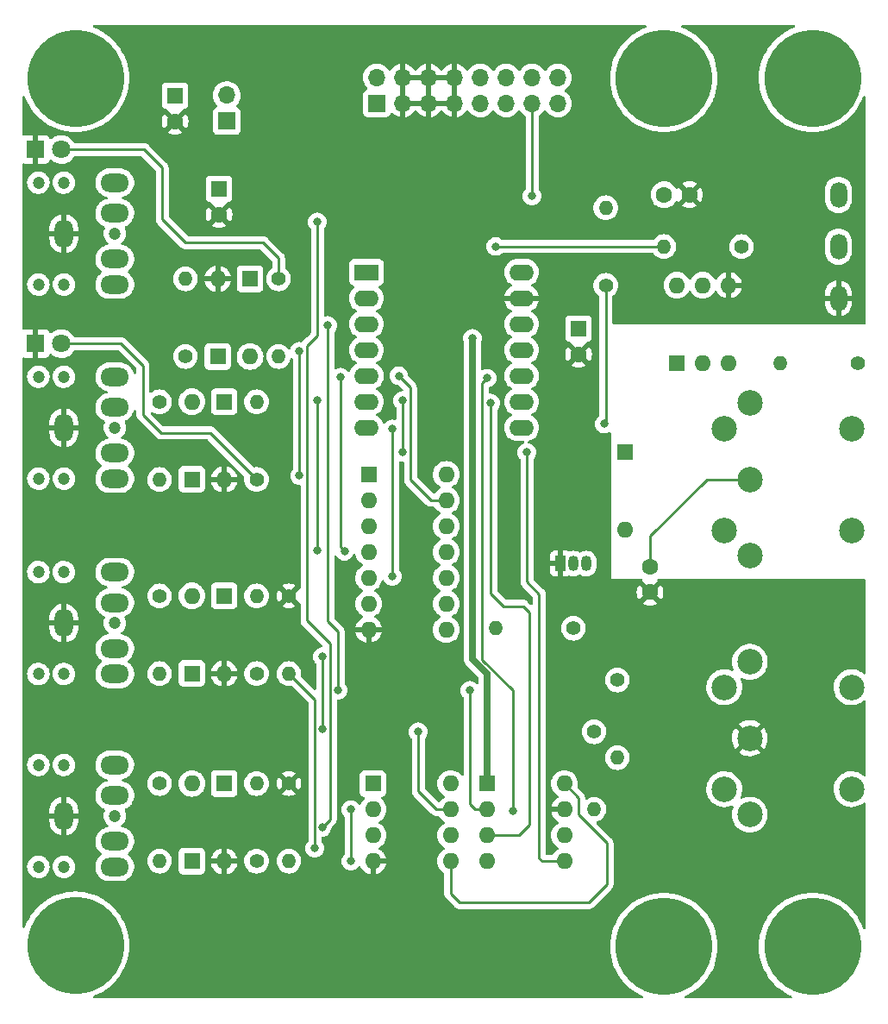
<source format=gbl>
%TF.GenerationSoftware,KiCad,Pcbnew,(6.0.1)*%
%TF.CreationDate,2022-10-11T13:34:11-04:00*%
%TF.ProjectId,SYNTH-MIDI-CTL-01,53594e54-482d-44d4-9944-492d43544c2d,1*%
%TF.SameCoordinates,Original*%
%TF.FileFunction,Copper,L2,Bot*%
%TF.FilePolarity,Positive*%
%FSLAX46Y46*%
G04 Gerber Fmt 4.6, Leading zero omitted, Abs format (unit mm)*
G04 Created by KiCad (PCBNEW (6.0.1)) date 2022-10-11 13:34:11*
%MOMM*%
%LPD*%
G01*
G04 APERTURE LIST*
%TA.AperFunction,ComponentPad*%
%ADD10C,1.600000*%
%TD*%
%TA.AperFunction,ComponentPad*%
%ADD11R,1.600000X1.600000*%
%TD*%
%TA.AperFunction,ComponentPad*%
%ADD12O,1.600000X1.600000*%
%TD*%
%TA.AperFunction,ComponentPad*%
%ADD13C,9.525000*%
%TD*%
%TA.AperFunction,ComponentPad*%
%ADD14O,1.651000X2.540000*%
%TD*%
%TA.AperFunction,ComponentPad*%
%ADD15C,1.400000*%
%TD*%
%TA.AperFunction,ComponentPad*%
%ADD16O,1.400000X1.400000*%
%TD*%
%TA.AperFunction,ComponentPad*%
%ADD17C,1.200000*%
%TD*%
%TA.AperFunction,ComponentPad*%
%ADD18O,2.800000X1.800000*%
%TD*%
%TA.AperFunction,ComponentPad*%
%ADD19O,1.800000X2.800000*%
%TD*%
%TA.AperFunction,ComponentPad*%
%ADD20C,2.500000*%
%TD*%
%TA.AperFunction,ComponentPad*%
%ADD21R,1.700000X1.700000*%
%TD*%
%TA.AperFunction,ComponentPad*%
%ADD22O,1.700000X1.700000*%
%TD*%
%TA.AperFunction,ComponentPad*%
%ADD23R,1.050000X1.500000*%
%TD*%
%TA.AperFunction,ComponentPad*%
%ADD24O,1.050000X1.500000*%
%TD*%
%TA.AperFunction,ComponentPad*%
%ADD25R,2.400000X1.600000*%
%TD*%
%TA.AperFunction,ComponentPad*%
%ADD26O,2.400000X1.600000*%
%TD*%
%TA.AperFunction,ComponentPad*%
%ADD27R,1.800000X1.800000*%
%TD*%
%TA.AperFunction,ComponentPad*%
%ADD28C,1.800000*%
%TD*%
%TA.AperFunction,ViaPad*%
%ADD29C,0.800000*%
%TD*%
%TA.AperFunction,Conductor*%
%ADD30C,0.250000*%
%TD*%
%TA.AperFunction,Conductor*%
%ADD31C,0.635000*%
%TD*%
%TA.AperFunction,Conductor*%
%ADD32C,0.254000*%
%TD*%
G04 APERTURE END LIST*
D10*
%TO.P,C5,1*%
%TO.N,Net-(J4-Pad2)*%
X148500000Y-76500000D03*
%TO.P,C5,2*%
%TO.N,GND*%
X148500000Y-79000000D03*
%TD*%
D11*
%TO.P,C3,1*%
%TO.N,+5V*%
X106172000Y-39434888D03*
D10*
%TO.P,C3,2*%
%TO.N,GND*%
X106172000Y-41934888D03*
%TD*%
D11*
%TO.P,D4,1,K*%
%TO.N,/CLK_I*%
X106680000Y-60325000D03*
D12*
%TO.P,D4,2,A*%
%TO.N,GND*%
X106680000Y-67945000D03*
%TD*%
D11*
%TO.P,C2,1*%
%TO.N,+3V3*%
X141478000Y-53150888D03*
D10*
%TO.P,C2,2*%
%TO.N,GND*%
X141478000Y-55650888D03*
%TD*%
D11*
%TO.P,D9,1,K*%
%TO.N,Net-(D8-Pad2)*%
X106680000Y-97790000D03*
D12*
%TO.P,D9,2,A*%
%TO.N,GND*%
X106680000Y-105410000D03*
%TD*%
D13*
%TO.P,MTG2,1*%
%TO.N,N/C*%
X92075000Y-113665000D03*
%TD*%
D14*
%TO.P,RV1,1,1*%
%TO.N,+3V3*%
X167005000Y-40010000D03*
%TO.P,RV1,2,2*%
%TO.N,Net-(R2-Pad1)*%
X167005000Y-45090000D03*
%TO.P,RV1,3,3*%
%TO.N,GND*%
X167005000Y-50170000D03*
%TD*%
D13*
%TO.P,MTG3,1*%
%TO.N,N/C*%
X164465000Y-28575000D03*
%TD*%
%TO.P,MTG6,1*%
%TO.N,N/C*%
X149860000Y-113792000D03*
%TD*%
D15*
%TO.P,R8,1*%
%TO.N,Net-(D6-Pad2)*%
X100330000Y-79375000D03*
D16*
%TO.P,R8,2*%
%TO.N,/CV1*%
X100330000Y-86995000D03*
%TD*%
D15*
%TO.P,R6,1*%
%TO.N,/CLK_I*%
X100330000Y-60325000D03*
D16*
%TO.P,R6,2*%
%TO.N,/DIG2*%
X100330000Y-67945000D03*
%TD*%
D15*
%TO.P,R5,1*%
%TO.N,/MIDI_IN*%
X168910000Y-56515000D03*
D16*
%TO.P,R5,2*%
%TO.N,Net-(D5-Pad1)*%
X161290000Y-56515000D03*
%TD*%
D15*
%TO.P,R15,1*%
%TO.N,Net-(R15-Pad1)*%
X109855000Y-105410000D03*
D16*
%TO.P,R15,2*%
%TO.N,Net-(D8-Pad2)*%
X109855000Y-97790000D03*
%TD*%
D17*
%TO.P,J3,90*%
%TO.N,N/C*%
X88432000Y-67865000D03*
X95932000Y-62865000D03*
X88432000Y-57865000D03*
X90932000Y-57865000D03*
X90932000Y-67865000D03*
D18*
%TO.P,J3,R*%
%TO.N,unconnected-(J3-PadR)*%
X95932000Y-57865000D03*
%TO.P,J3,RN*%
%TO.N,N/C*%
X95932000Y-60865000D03*
D19*
%TO.P,J3,S*%
%TO.N,GND*%
X90932000Y-62865000D03*
D18*
%TO.P,J3,T*%
%TO.N,/DIG2*%
X95932000Y-67865000D03*
%TO.P,J3,TN*%
%TO.N,N/C*%
X95932000Y-65365000D03*
%TD*%
D11*
%TO.P,U3,1*%
%TO.N,Net-(D5-Pad1)*%
X151145000Y-56505000D03*
D12*
%TO.P,U3,2*%
%TO.N,Net-(D5-Pad2)*%
X153685000Y-56505000D03*
%TO.P,U3,3,NC*%
%TO.N,unconnected-(U3-Pad3)*%
X156225000Y-56505000D03*
%TO.P,U3,4*%
%TO.N,GND*%
X156225000Y-48885000D03*
%TO.P,U3,5*%
%TO.N,/RXD*%
X153685000Y-48885000D03*
%TO.P,U3,6*%
%TO.N,unconnected-(U3-Pad6)*%
X151145000Y-48885000D03*
%TD*%
D17*
%TO.P,J5,90*%
%TO.N,N/C*%
X90932000Y-77042000D03*
X88432000Y-77042000D03*
X95932000Y-82042000D03*
X90932000Y-87042000D03*
X88432000Y-87042000D03*
D18*
%TO.P,J5,R*%
%TO.N,unconnected-(J5-PadR)*%
X95932000Y-77042000D03*
%TO.P,J5,RN*%
%TO.N,N/C*%
X95932000Y-80042000D03*
D19*
%TO.P,J5,S*%
%TO.N,GND*%
X90932000Y-82042000D03*
D18*
%TO.P,J5,T*%
%TO.N,/CV1*%
X95932000Y-87042000D03*
%TO.P,J5,TN*%
%TO.N,N/C*%
X95932000Y-84542000D03*
%TD*%
D11*
%TO.P,D6,1,K*%
%TO.N,+5V*%
X103505000Y-86995000D03*
D12*
%TO.P,D6,2,A*%
%TO.N,Net-(D6-Pad2)*%
X103505000Y-79375000D03*
%TD*%
D11*
%TO.P,U6,1,Vdd*%
%TO.N,+3V3*%
X132471000Y-97800000D03*
D12*
%TO.P,U6,2,~{CS}*%
%TO.N,Net-(U2-Pad3)*%
X132471000Y-100340000D03*
%TO.P,U6,3,SCK*%
%TO.N,Net-(U2-Pad9)*%
X132471000Y-102880000D03*
%TO.P,U6,4,SDI*%
%TO.N,Net-(U2-Pad10)*%
X132471000Y-105420000D03*
%TO.P,U6,5,~{LDAC}*%
%TO.N,Net-(U2-Pad6)*%
X140091000Y-105420000D03*
%TO.P,U6,6,VB*%
%TO.N,Net-(U5-Pad3)*%
X140091000Y-102880000D03*
%TO.P,U6,7,Vss*%
%TO.N,GND*%
X140091000Y-100340000D03*
%TO.P,U6,8,VA*%
%TO.N,Net-(U5-Pad5)*%
X140091000Y-97800000D03*
%TD*%
D15*
%TO.P,R9,1*%
%TO.N,Net-(R10-Pad2)*%
X109855000Y-86995000D03*
D16*
%TO.P,R9,2*%
%TO.N,Net-(D6-Pad2)*%
X109855000Y-79375000D03*
%TD*%
D11*
%TO.P,D5,1,K*%
%TO.N,Net-(D5-Pad1)*%
X146050000Y-65278000D03*
D12*
%TO.P,D5,2,A*%
%TO.N,Net-(D5-Pad2)*%
X146050000Y-72898000D03*
%TD*%
D15*
%TO.P,R14,1*%
%TO.N,Net-(D8-Pad2)*%
X100330000Y-97790000D03*
D16*
%TO.P,R14,2*%
%TO.N,/CV2*%
X100330000Y-105410000D03*
%TD*%
D11*
%TO.P,D8,1,K*%
%TO.N,+5V*%
X103505000Y-105410000D03*
D12*
%TO.P,D8,2,A*%
%TO.N,Net-(D8-Pad2)*%
X103505000Y-97790000D03*
%TD*%
D11*
%TO.P,D3,1,K*%
%TO.N,+5V*%
X103505000Y-67945000D03*
D12*
%TO.P,D3,2,A*%
%TO.N,/CLK_I*%
X103505000Y-60325000D03*
%TD*%
D11*
%TO.P,D1,1,K*%
%TO.N,/GATE_I*%
X106045000Y-55880000D03*
D12*
%TO.P,D1,2,A*%
%TO.N,GND*%
X106045000Y-48260000D03*
%TD*%
D11*
%TO.P,U5,1,Q*%
%TO.N,Net-(D8-Pad2)*%
X121295000Y-97800000D03*
D12*
%TO.P,U5,2,-*%
%TO.N,Net-(R15-Pad1)*%
X121295000Y-100340000D03*
%TO.P,U5,3,+*%
%TO.N,Net-(U5-Pad3)*%
X121295000Y-102880000D03*
%TO.P,U5,4,VSS*%
%TO.N,GND*%
X121295000Y-105420000D03*
%TO.P,U5,5,+*%
%TO.N,Net-(U5-Pad5)*%
X128915000Y-105420000D03*
%TO.P,U5,6,-*%
%TO.N,Net-(R10-Pad2)*%
X128915000Y-102880000D03*
%TO.P,U5,7,Q*%
%TO.N,Net-(D6-Pad2)*%
X128915000Y-100340000D03*
%TO.P,U5,8,VDD*%
%TO.N,+5V*%
X128915000Y-97800000D03*
%TD*%
D20*
%TO.P,J6,1*%
%TO.N,unconnected-(J6-Pad1)*%
X158290000Y-85845000D03*
%TO.P,J6,2*%
%TO.N,GND*%
X158290000Y-93345000D03*
%TO.P,J6,3*%
%TO.N,unconnected-(J6-Pad3)*%
X158290000Y-100845000D03*
%TO.P,J6,4*%
%TO.N,Net-(J6-Pad4)*%
X155790000Y-88345000D03*
%TO.P,J6,5*%
%TO.N,Net-(J6-Pad5)*%
X155790000Y-98345000D03*
%TO.P,J6,6*%
%TO.N,N/C*%
X168290000Y-98345000D03*
X168290000Y-88345000D03*
%TD*%
D15*
%TO.P,R10,1*%
%TO.N,GND*%
X113030000Y-79375000D03*
D16*
%TO.P,R10,2*%
%TO.N,Net-(R10-Pad2)*%
X113030000Y-86995000D03*
%TD*%
D15*
%TO.P,R3,1*%
%TO.N,/GATE_I*%
X102870000Y-55880000D03*
D16*
%TO.P,R3,2*%
%TO.N,/DIG1*%
X102870000Y-48260000D03*
%TD*%
D13*
%TO.P,MTG5,1*%
%TO.N,N/C*%
X149860000Y-28575000D03*
%TD*%
D11*
%TO.P,D7,1,K*%
%TO.N,Net-(D6-Pad2)*%
X106680000Y-79375000D03*
D12*
%TO.P,D7,2,A*%
%TO.N,GND*%
X106680000Y-86995000D03*
%TD*%
D21*
%TO.P,J1,1,Pin_1*%
%TO.N,unconnected-(J1-Pad1)*%
X121666000Y-31050000D03*
D22*
%TO.P,J1,2,Pin_2*%
%TO.N,unconnected-(J1-Pad2)*%
X121666000Y-28510000D03*
%TO.P,J1,3,Pin_3*%
%TO.N,GND*%
X124206000Y-31050000D03*
%TO.P,J1,4,Pin_4*%
X124206000Y-28510000D03*
%TO.P,J1,5,Pin_5*%
X126746000Y-31050000D03*
%TO.P,J1,6,Pin_6*%
X126746000Y-28510000D03*
%TO.P,J1,7,Pin_7*%
X129286000Y-31050000D03*
%TO.P,J1,8,Pin_8*%
X129286000Y-28510000D03*
%TO.P,J1,9,Pin_9*%
%TO.N,+12V*%
X131826000Y-31050000D03*
%TO.P,J1,10,Pin_10*%
X131826000Y-28510000D03*
%TO.P,J1,11,Pin_11*%
%TO.N,+5V*%
X134366000Y-31050000D03*
%TO.P,J1,12,Pin_12*%
X134366000Y-28510000D03*
%TO.P,J1,13,Pin_13*%
%TO.N,/CV2*%
X136906000Y-31050000D03*
%TO.P,J1,14,Pin_14*%
X136906000Y-28510000D03*
%TO.P,J1,15,Pin_15*%
%TO.N,/DIG1*%
X139446000Y-31050000D03*
%TO.P,J1,16,Pin_16*%
X139446000Y-28510000D03*
%TD*%
D15*
%TO.P,R13,1*%
%TO.N,Net-(Q1-Pad3)*%
X143002000Y-92710000D03*
D16*
%TO.P,R13,2*%
%TO.N,Net-(J6-Pad5)*%
X143002000Y-100330000D03*
%TD*%
D15*
%TO.P,R2,1*%
%TO.N,Net-(R2-Pad1)*%
X157480000Y-45085000D03*
D16*
%TO.P,R2,2*%
%TO.N,/FREQ_POT*%
X149860000Y-45085000D03*
%TD*%
D23*
%TO.P,Q1,1,E*%
%TO.N,GND*%
X139700000Y-76200000D03*
D24*
%TO.P,Q1,2,B*%
%TO.N,Net-(Q1-Pad2)*%
X140970000Y-76200000D03*
%TO.P,Q1,3,C*%
%TO.N,Net-(Q1-Pad3)*%
X142240000Y-76200000D03*
%TD*%
D25*
%TO.P,U2,1,D0/P26*%
%TO.N,/FREQ_POT*%
X120650000Y-47625000D03*
D26*
%TO.P,U2,2,D1/P27*%
%TO.N,unconnected-(U2-Pad2)*%
X120650000Y-50165000D03*
%TO.P,U2,3,D2/P28*%
%TO.N,Net-(U2-Pad3)*%
X120650000Y-52705000D03*
%TO.P,U2,4,D3/P29*%
%TO.N,/GATE*%
X120650000Y-55245000D03*
%TO.P,U2,5,D4/SDA/P6*%
%TO.N,/CLK*%
X120650000Y-57785000D03*
%TO.P,U2,6,D5/SCL/P7*%
%TO.N,Net-(U2-Pad6)*%
X120650000Y-60325000D03*
%TO.P,U2,7,D6/TX/P0*%
%TO.N,Net-(U2-Pad7)*%
X120650000Y-62865000D03*
%TO.P,U2,8,D7/RX/P1*%
%TO.N,/RXD*%
X135890000Y-62865000D03*
%TO.P,U2,9,D8/SCK/P2*%
%TO.N,Net-(U2-Pad9)*%
X135890000Y-60325000D03*
%TO.P,U2,10,D9/MISO/P4*%
%TO.N,Net-(U2-Pad10)*%
X135890000Y-57785000D03*
%TO.P,U2,11,D10/MOSI/P3*%
%TO.N,unconnected-(U2-Pad11)*%
X135890000Y-55245000D03*
%TO.P,U2,12,3.3V*%
%TO.N,+3V3*%
X135890000Y-52705000D03*
%TO.P,U2,13,GND*%
%TO.N,GND*%
X135890000Y-50165000D03*
%TO.P,U2,14,5V*%
%TO.N,+5V*%
X135890000Y-47625000D03*
%TD*%
D11*
%TO.P,D2,1,K*%
%TO.N,+5V*%
X109220000Y-48260000D03*
D12*
%TO.P,D2,2,A*%
%TO.N,/GATE_I*%
X109220000Y-55880000D03*
%TD*%
D21*
%TO.P,H1,1,Pin_1*%
%TO.N,+5V*%
X106934000Y-32771000D03*
D22*
%TO.P,H1,2,Pin_2*%
%TO.N,Net-(C1-Pad1)*%
X106934000Y-30231000D03*
%TD*%
D13*
%TO.P,MTG4,1*%
%TO.N,N/C*%
X164465000Y-113792000D03*
%TD*%
%TO.P,MTG1,1*%
%TO.N,N/C*%
X92075000Y-28575000D03*
%TD*%
D15*
%TO.P,R16,1*%
%TO.N,GND*%
X113030000Y-97790000D03*
D16*
%TO.P,R16,2*%
%TO.N,Net-(R15-Pad1)*%
X113030000Y-105410000D03*
%TD*%
D15*
%TO.P,R1,1*%
%TO.N,/RXD*%
X144145000Y-48895000D03*
D16*
%TO.P,R1,2*%
%TO.N,+3V3*%
X144145000Y-41275000D03*
%TD*%
D15*
%TO.P,R4,1*%
%TO.N,Net-(DS1-Pad2)*%
X112014000Y-48260000D03*
D16*
%TO.P,R4,2*%
%TO.N,/GATE_I*%
X112014000Y-55880000D03*
%TD*%
D15*
%TO.P,R7,1*%
%TO.N,Net-(DS2-Pad2)*%
X109855000Y-67945000D03*
D16*
%TO.P,R7,2*%
%TO.N,/CLK_I*%
X109855000Y-60325000D03*
%TD*%
D20*
%TO.P,J4,1*%
%TO.N,unconnected-(J4-Pad1)*%
X158290000Y-60445000D03*
%TO.P,J4,2*%
%TO.N,Net-(J4-Pad2)*%
X158290000Y-67945000D03*
%TO.P,J4,3*%
%TO.N,unconnected-(J4-Pad3)*%
X158290000Y-75445000D03*
%TO.P,J4,4*%
%TO.N,/MIDI_IN*%
X155790000Y-62945000D03*
%TO.P,J4,5*%
%TO.N,Net-(D5-Pad2)*%
X155790000Y-72945000D03*
%TO.P,J4,6*%
%TO.N,N/C*%
X168290000Y-72945000D03*
X168290000Y-62945000D03*
%TD*%
D15*
%TO.P,R12,1*%
%TO.N,Net-(J6-Pad4)*%
X145288000Y-87630000D03*
D16*
%TO.P,R12,2*%
%TO.N,+5V*%
X145288000Y-95250000D03*
%TD*%
D27*
%TO.P,DS1,1,K*%
%TO.N,GND*%
X88133000Y-35560000D03*
D28*
%TO.P,DS1,2,A*%
%TO.N,Net-(DS1-Pad2)*%
X90673000Y-35560000D03*
%TD*%
D17*
%TO.P,J2,90*%
%TO.N,N/C*%
X88432000Y-38815000D03*
X90932000Y-38815000D03*
X95932000Y-43815000D03*
X90932000Y-48815000D03*
X88432000Y-48815000D03*
D18*
%TO.P,J2,R*%
%TO.N,unconnected-(J2-PadR)*%
X95932000Y-38815000D03*
%TO.P,J2,RN*%
%TO.N,N/C*%
X95932000Y-41815000D03*
D19*
%TO.P,J2,S*%
%TO.N,GND*%
X90932000Y-43815000D03*
D18*
%TO.P,J2,T*%
%TO.N,/DIG1*%
X95932000Y-48815000D03*
%TO.P,J2,TN*%
%TO.N,N/C*%
X95932000Y-46315000D03*
%TD*%
D11*
%TO.P,C1,1*%
%TO.N,Net-(C1-Pad1)*%
X101854000Y-30290888D03*
D10*
%TO.P,C1,2*%
%TO.N,GND*%
X101854000Y-32790888D03*
%TD*%
D17*
%TO.P,J7,90*%
%TO.N,N/C*%
X90932000Y-95965000D03*
X88432000Y-95965000D03*
X90932000Y-105965000D03*
X95932000Y-100965000D03*
X88432000Y-105965000D03*
D18*
%TO.P,J7,R*%
%TO.N,unconnected-(J7-PadR)*%
X95932000Y-95965000D03*
%TO.P,J7,RN*%
%TO.N,N/C*%
X95932000Y-98965000D03*
D19*
%TO.P,J7,S*%
%TO.N,GND*%
X90932000Y-100965000D03*
D18*
%TO.P,J7,T*%
%TO.N,/CV2*%
X95932000Y-105965000D03*
%TO.P,J7,TN*%
%TO.N,N/C*%
X95932000Y-103465000D03*
%TD*%
D27*
%TO.P,DS2,1,K*%
%TO.N,GND*%
X88133000Y-54610000D03*
D28*
%TO.P,DS2,2,A*%
%TO.N,Net-(DS2-Pad2)*%
X90673000Y-54610000D03*
%TD*%
D11*
%TO.P,U4,1*%
%TO.N,/GATE*%
X120870000Y-67450000D03*
D12*
%TO.P,U4,2*%
%TO.N,Net-(U4-Pad2)*%
X120870000Y-69990000D03*
%TO.P,U4,3*%
X120870000Y-72530000D03*
%TO.P,U4,4*%
%TO.N,/GATE_I*%
X120870000Y-75070000D03*
%TO.P,U4,5*%
%TO.N,Net-(U2-Pad7)*%
X120870000Y-77610000D03*
%TO.P,U4,6*%
%TO.N,Net-(R11-Pad2)*%
X120870000Y-80150000D03*
%TO.P,U4,7,GND*%
%TO.N,GND*%
X120870000Y-82690000D03*
%TO.P,U4,8*%
%TO.N,unconnected-(U4-Pad8)*%
X128490000Y-82690000D03*
%TO.P,U4,9*%
%TO.N,+5V*%
X128490000Y-80150000D03*
%TO.P,U4,10*%
%TO.N,/CLK_I*%
X128490000Y-77610000D03*
%TO.P,U4,11*%
%TO.N,Net-(U4-Pad11)*%
X128490000Y-75070000D03*
%TO.P,U4,12*%
X128490000Y-72530000D03*
%TO.P,U4,13*%
%TO.N,/CLK*%
X128490000Y-69990000D03*
%TO.P,U4,14,VCC*%
%TO.N,+5V*%
X128490000Y-67450000D03*
%TD*%
D15*
%TO.P,R11,1*%
%TO.N,Net-(Q1-Pad2)*%
X140970000Y-82550000D03*
D16*
%TO.P,R11,2*%
%TO.N,Net-(R11-Pad2)*%
X133350000Y-82550000D03*
%TD*%
D10*
%TO.P,C4,1*%
%TO.N,/FREQ_POT*%
X149880000Y-40005000D03*
%TO.P,C4,2*%
%TO.N,GND*%
X152380000Y-40005000D03*
%TD*%
D29*
%TO.N,+3V3*%
X131064000Y-54102000D03*
%TO.N,/FREQ_POT*%
X133350000Y-45085000D03*
%TO.N,/GATE*%
X114046000Y-55372000D03*
X114081500Y-67564000D03*
%TO.N,/RXD*%
X144000000Y-62500000D03*
%TO.N,/CLK*%
X123825000Y-57785000D03*
%TO.N,/GATE_I*%
X118110000Y-57912000D03*
X118500000Y-75000000D03*
%TO.N,/CLK_I*%
X115824000Y-60198000D03*
X115824000Y-74930000D03*
%TO.N,Net-(R10-Pad2)*%
X115570000Y-104140000D03*
%TO.N,Net-(U2-Pad6)*%
X124206000Y-60198000D03*
X136398000Y-65278000D03*
X124206000Y-65278000D03*
%TO.N,Net-(U2-Pad9)*%
X132842000Y-60452000D03*
%TO.N,Net-(U2-Pad10)*%
X132500000Y-58000000D03*
X135000000Y-100500000D03*
%TO.N,Net-(R15-Pad1)*%
X119126000Y-105410000D03*
X119116000Y-100340000D03*
%TO.N,Net-(D6-Pad2)*%
X125730000Y-92710000D03*
X116332000Y-92456000D03*
X116332000Y-85344000D03*
%TO.N,Net-(U2-Pad3)*%
X117856000Y-88646000D03*
X116840000Y-52832000D03*
X130810000Y-88646000D03*
%TO.N,GND*%
X111238000Y-38622000D03*
%TO.N,Net-(U2-Pad7)*%
X123190000Y-62992000D03*
X123190000Y-77470000D03*
%TO.N,/CV2*%
X116294500Y-102108000D03*
X136906000Y-40132000D03*
X115824000Y-42672000D03*
%TD*%
D30*
%TO.N,Net-(J4-Pad2)*%
X154055000Y-67945000D02*
X158290000Y-67945000D01*
X148500000Y-76500000D02*
X148500000Y-73500000D01*
X148500000Y-73500000D02*
X154055000Y-67945000D01*
D31*
%TO.N,+3V3*%
X131064000Y-54102000D02*
X131064000Y-85598000D01*
X132471000Y-87005000D02*
X131064000Y-85598000D01*
X132471000Y-87005000D02*
X132471000Y-97800000D01*
D30*
%TO.N,/FREQ_POT*%
X149860000Y-45085000D02*
X133350000Y-45085000D01*
%TO.N,/GATE*%
X114081500Y-67564000D02*
X114081500Y-55407500D01*
X114081500Y-55407500D02*
X114046000Y-55372000D01*
%TO.N,/RXD*%
X144145000Y-62355000D02*
X144000000Y-62500000D01*
X144145000Y-48895000D02*
X144145000Y-62355000D01*
%TO.N,/CLK*%
X126990000Y-69990000D02*
X128490000Y-69990000D01*
X124968000Y-58928000D02*
X124968000Y-67968000D01*
X124968000Y-67968000D02*
X126990000Y-69990000D01*
X123825000Y-57785000D02*
X124968000Y-58928000D01*
%TO.N,Net-(DS1-Pad2)*%
X100584000Y-37338000D02*
X98806000Y-35560000D01*
X102870000Y-44704000D02*
X100584000Y-42418000D01*
X102870000Y-44704000D02*
X110490000Y-44704000D01*
X112014000Y-48260000D02*
X112014000Y-46228000D01*
X98806000Y-35560000D02*
X90673000Y-35560000D01*
X112014000Y-46228000D02*
X110490000Y-44704000D01*
X100584000Y-42418000D02*
X100584000Y-37338000D01*
%TO.N,/GATE_I*%
X118110000Y-74610000D02*
X118110000Y-57912000D01*
X118500000Y-75000000D02*
X118110000Y-74610000D01*
%TO.N,/CLK_I*%
X115824000Y-60198000D02*
X115824000Y-74930000D01*
%TO.N,Net-(DS2-Pad2)*%
X98679000Y-61595000D02*
X100457000Y-63373000D01*
X98679000Y-56769000D02*
X98679000Y-61595000D01*
X100457000Y-63373000D02*
X105283000Y-63373000D01*
X90673000Y-54610000D02*
X96520000Y-54610000D01*
X105283000Y-63373000D02*
X109855000Y-67945000D01*
X96520000Y-54610000D02*
X98679000Y-56769000D01*
%TO.N,Net-(R10-Pad2)*%
X115570000Y-89535000D02*
X113030000Y-86995000D01*
X115570000Y-104140000D02*
X115570000Y-89535000D01*
%TO.N,Net-(U2-Pad6)*%
X136398000Y-77978000D02*
X137609520Y-79189520D01*
X136398000Y-65278000D02*
X136398000Y-77978000D01*
X137609520Y-105097520D02*
X137609520Y-79189520D01*
X140091000Y-105420000D02*
X137932000Y-105420000D01*
X137932000Y-105420000D02*
X137609520Y-105097520D01*
X124206000Y-60198000D02*
X124206000Y-65278000D01*
%TO.N,Net-(U2-Pad9)*%
X132842000Y-60452000D02*
X132842000Y-79121000D01*
X136017000Y-80391000D02*
X136651989Y-81025989D01*
X134112000Y-80391000D02*
X136017000Y-80391000D01*
X136651989Y-101854011D02*
X135626000Y-102880000D01*
X135626000Y-102880000D02*
X132471000Y-102880000D01*
X132842000Y-79121000D02*
X134112000Y-80391000D01*
X136651989Y-81025989D02*
X136651989Y-101854011D01*
%TO.N,Net-(U2-Pad10)*%
X132500000Y-58000000D02*
X132000000Y-58500000D01*
X132000000Y-85626046D02*
X135000000Y-88626046D01*
X135000000Y-88626046D02*
X135000000Y-100500000D01*
X132000000Y-58500000D02*
X132000000Y-85626046D01*
%TO.N,Net-(R15-Pad1)*%
X119126000Y-105410000D02*
X119126000Y-100350000D01*
X119126000Y-100350000D02*
X119116000Y-100340000D01*
%TO.N,Net-(D6-Pad2)*%
X116332000Y-85344000D02*
X116332000Y-92456000D01*
X127518000Y-100340000D02*
X125730000Y-98552000D01*
X128915000Y-100340000D02*
X127518000Y-100340000D01*
X125730000Y-98552000D02*
X125730000Y-92710000D01*
%TO.N,Net-(U2-Pad3)*%
X116840000Y-52832000D02*
X116840000Y-81840000D01*
X117856000Y-82856000D02*
X117856000Y-88646000D01*
X116840000Y-81840000D02*
X117856000Y-82856000D01*
X131328000Y-100340000D02*
X132471000Y-100340000D01*
X130810000Y-99822000D02*
X131328000Y-100340000D01*
X130810000Y-99822000D02*
X130810000Y-88646000D01*
%TO.N,Net-(U5-Pad5)*%
X141478000Y-99187000D02*
X141478000Y-100838000D01*
X129794000Y-109474000D02*
X128915000Y-108595000D01*
X144272000Y-107696000D02*
X142494000Y-109474000D01*
X144272000Y-103632000D02*
X144272000Y-107696000D01*
X140091000Y-97800000D02*
X141478000Y-99187000D01*
X141478000Y-100838000D02*
X144272000Y-103632000D01*
X128915000Y-108595000D02*
X128915000Y-105420000D01*
X142494000Y-109474000D02*
X129794000Y-109474000D01*
%TO.N,Net-(U2-Pad7)*%
X123190000Y-77470000D02*
X123190000Y-62992000D01*
D32*
%TO.N,/CV2*%
X136906000Y-31050000D02*
X136906000Y-40132000D01*
X117094000Y-84094000D02*
X117094000Y-101308500D01*
X117094000Y-101308500D02*
X116294500Y-102108000D01*
X115824000Y-42672000D02*
X115824000Y-53848000D01*
X114808000Y-54864000D02*
X114808000Y-81808000D01*
X115824000Y-53848000D02*
X114808000Y-54864000D01*
X114808000Y-81808000D02*
X117094000Y-84094000D01*
%TD*%
%TA.AperFunction,Conductor*%
%TO.N,GND*%
G36*
X148095219Y-23388002D02*
G01*
X148141712Y-23441658D01*
X148151816Y-23511932D01*
X148122322Y-23576512D01*
X148064986Y-23614168D01*
X148055494Y-23617161D01*
X147630257Y-23793300D01*
X147221989Y-24005831D01*
X146833798Y-24253136D01*
X146594853Y-24436485D01*
X146470806Y-24531669D01*
X146470800Y-24531674D01*
X146468638Y-24533333D01*
X146129289Y-24844289D01*
X145818333Y-25183638D01*
X145538136Y-25548798D01*
X145290831Y-25936989D01*
X145078300Y-26345257D01*
X144902161Y-26770494D01*
X144901335Y-26773113D01*
X144901332Y-26773122D01*
X144768542Y-27194280D01*
X144763754Y-27209465D01*
X144664133Y-27658828D01*
X144604055Y-28115164D01*
X144603935Y-28117913D01*
X144603934Y-28117924D01*
X144596311Y-28292522D01*
X144583978Y-28575000D01*
X144584098Y-28577748D01*
X144603050Y-29011811D01*
X144604055Y-29034836D01*
X144627942Y-29216277D01*
X144663616Y-29487242D01*
X144664133Y-29491172D01*
X144763754Y-29940535D01*
X144764582Y-29943160D01*
X144764583Y-29943165D01*
X144899649Y-30371538D01*
X144902161Y-30379506D01*
X145011480Y-30643425D01*
X145074679Y-30796000D01*
X145078300Y-30804743D01*
X145290831Y-31213011D01*
X145538136Y-31601202D01*
X145693200Y-31803285D01*
X145806953Y-31951531D01*
X145818333Y-31966362D01*
X146129289Y-32305711D01*
X146468638Y-32616667D01*
X146470800Y-32618326D01*
X146470806Y-32618331D01*
X146594853Y-32713515D01*
X146833798Y-32896864D01*
X147221989Y-33144169D01*
X147630257Y-33356700D01*
X148055494Y-33532839D01*
X148058114Y-33533665D01*
X148058122Y-33533668D01*
X148491835Y-33670417D01*
X148491840Y-33670418D01*
X148494465Y-33671246D01*
X148943828Y-33770867D01*
X148946548Y-33771225D01*
X148946553Y-33771226D01*
X149117423Y-33793721D01*
X149400164Y-33830945D01*
X149402913Y-33831065D01*
X149402924Y-33831066D01*
X149857252Y-33850902D01*
X149860000Y-33851022D01*
X149862748Y-33850902D01*
X150317076Y-33831066D01*
X150317087Y-33831065D01*
X150319836Y-33830945D01*
X150602577Y-33793721D01*
X150773447Y-33771226D01*
X150773452Y-33771225D01*
X150776172Y-33770867D01*
X151225535Y-33671246D01*
X151228160Y-33670418D01*
X151228165Y-33670417D01*
X151661878Y-33533668D01*
X151661886Y-33533665D01*
X151664506Y-33532839D01*
X152089743Y-33356700D01*
X152498011Y-33144169D01*
X152886202Y-32896864D01*
X153125147Y-32713515D01*
X153249194Y-32618331D01*
X153249200Y-32618326D01*
X153251362Y-32616667D01*
X153590711Y-32305711D01*
X153901667Y-31966362D01*
X153913048Y-31951531D01*
X154026800Y-31803285D01*
X154181864Y-31601202D01*
X154429169Y-31213011D01*
X154641700Y-30804743D01*
X154645322Y-30796000D01*
X154708520Y-30643425D01*
X154817839Y-30379506D01*
X154820352Y-30371538D01*
X154955417Y-29943165D01*
X154955418Y-29943160D01*
X154956246Y-29940535D01*
X155055867Y-29491172D01*
X155056385Y-29487242D01*
X155092058Y-29216277D01*
X155115945Y-29034836D01*
X155116951Y-29011811D01*
X155135902Y-28577748D01*
X155136022Y-28575000D01*
X155123689Y-28292522D01*
X155116066Y-28117924D01*
X155116065Y-28117913D01*
X155115945Y-28115164D01*
X155055867Y-27658828D01*
X154956246Y-27209465D01*
X154951458Y-27194280D01*
X154818668Y-26773122D01*
X154818665Y-26773113D01*
X154817839Y-26770494D01*
X154641700Y-26345257D01*
X154429169Y-25936989D01*
X154181864Y-25548798D01*
X153901667Y-25183638D01*
X153590711Y-24844289D01*
X153251362Y-24533333D01*
X153249200Y-24531674D01*
X153249194Y-24531669D01*
X153125147Y-24436485D01*
X152886202Y-24253136D01*
X152498011Y-24005831D01*
X152089743Y-23793300D01*
X151664506Y-23617161D01*
X151655014Y-23614168D01*
X151596061Y-23574609D01*
X151567854Y-23509456D01*
X151579348Y-23439396D01*
X151626895Y-23386673D01*
X151692902Y-23368000D01*
X162632098Y-23368000D01*
X162700219Y-23388002D01*
X162746712Y-23441658D01*
X162756816Y-23511932D01*
X162727322Y-23576512D01*
X162669986Y-23614168D01*
X162660494Y-23617161D01*
X162235257Y-23793300D01*
X161826989Y-24005831D01*
X161438798Y-24253136D01*
X161199853Y-24436485D01*
X161075806Y-24531669D01*
X161075800Y-24531674D01*
X161073638Y-24533333D01*
X160734289Y-24844289D01*
X160423333Y-25183638D01*
X160143136Y-25548798D01*
X159895831Y-25936989D01*
X159683300Y-26345257D01*
X159507161Y-26770494D01*
X159506335Y-26773113D01*
X159506332Y-26773122D01*
X159373542Y-27194280D01*
X159368754Y-27209465D01*
X159269133Y-27658828D01*
X159209055Y-28115164D01*
X159208935Y-28117913D01*
X159208934Y-28117924D01*
X159201311Y-28292522D01*
X159188978Y-28575000D01*
X159189098Y-28577748D01*
X159208050Y-29011811D01*
X159209055Y-29034836D01*
X159232942Y-29216277D01*
X159268616Y-29487242D01*
X159269133Y-29491172D01*
X159368754Y-29940535D01*
X159369582Y-29943160D01*
X159369583Y-29943165D01*
X159504649Y-30371538D01*
X159507161Y-30379506D01*
X159616480Y-30643425D01*
X159679679Y-30796000D01*
X159683300Y-30804743D01*
X159895831Y-31213011D01*
X160143136Y-31601202D01*
X160298200Y-31803285D01*
X160411953Y-31951531D01*
X160423333Y-31966362D01*
X160734289Y-32305711D01*
X161073638Y-32616667D01*
X161075800Y-32618326D01*
X161075806Y-32618331D01*
X161199853Y-32713515D01*
X161438798Y-32896864D01*
X161826989Y-33144169D01*
X162235257Y-33356700D01*
X162660494Y-33532839D01*
X162663114Y-33533665D01*
X162663122Y-33533668D01*
X163096835Y-33670417D01*
X163096840Y-33670418D01*
X163099465Y-33671246D01*
X163548828Y-33770867D01*
X163551548Y-33771225D01*
X163551553Y-33771226D01*
X163722423Y-33793721D01*
X164005164Y-33830945D01*
X164007913Y-33831065D01*
X164007924Y-33831066D01*
X164462252Y-33850902D01*
X164465000Y-33851022D01*
X164467748Y-33850902D01*
X164922076Y-33831066D01*
X164922087Y-33831065D01*
X164924836Y-33830945D01*
X165207577Y-33793721D01*
X165378447Y-33771226D01*
X165378452Y-33771225D01*
X165381172Y-33770867D01*
X165830535Y-33671246D01*
X165833160Y-33670418D01*
X165833165Y-33670417D01*
X166266878Y-33533668D01*
X166266886Y-33533665D01*
X166269506Y-33532839D01*
X166694743Y-33356700D01*
X167103011Y-33144169D01*
X167491202Y-32896864D01*
X167730147Y-32713515D01*
X167854194Y-32618331D01*
X167854200Y-32618326D01*
X167856362Y-32616667D01*
X168195711Y-32305711D01*
X168506667Y-31966362D01*
X168518048Y-31951531D01*
X168631800Y-31803285D01*
X168786864Y-31601202D01*
X169034169Y-31213011D01*
X169246700Y-30804743D01*
X169250322Y-30796000D01*
X169313520Y-30643425D01*
X169422839Y-30379506D01*
X169425832Y-30370014D01*
X169465391Y-30311061D01*
X169530544Y-30282854D01*
X169600604Y-30294348D01*
X169653327Y-30341895D01*
X169672000Y-30407902D01*
X169672000Y-52579000D01*
X169651998Y-52647121D01*
X169598342Y-52693614D01*
X169546000Y-52705000D01*
X144904500Y-52705000D01*
X144836379Y-52684998D01*
X144789886Y-52631342D01*
X144778500Y-52579000D01*
X144778500Y-50669985D01*
X165671500Y-50669985D01*
X165671738Y-50675450D01*
X165686263Y-50841464D01*
X165688166Y-50852257D01*
X165745710Y-51067016D01*
X165749456Y-51077308D01*
X165843418Y-51278810D01*
X165848901Y-51288306D01*
X165976419Y-51470421D01*
X165983475Y-51478829D01*
X166140671Y-51636025D01*
X166149079Y-51643081D01*
X166331194Y-51770599D01*
X166340690Y-51776082D01*
X166542192Y-51870044D01*
X166552484Y-51873790D01*
X166733503Y-51922294D01*
X166747599Y-51921958D01*
X166751000Y-51914016D01*
X166751000Y-51908867D01*
X167259000Y-51908867D01*
X167262973Y-51922398D01*
X167271522Y-51923627D01*
X167457516Y-51873790D01*
X167467808Y-51870044D01*
X167669310Y-51776082D01*
X167678806Y-51770599D01*
X167860921Y-51643081D01*
X167869329Y-51636025D01*
X168026525Y-51478829D01*
X168033581Y-51470421D01*
X168161099Y-51288306D01*
X168166582Y-51278810D01*
X168260544Y-51077308D01*
X168264290Y-51067016D01*
X168321834Y-50852257D01*
X168323737Y-50841464D01*
X168338262Y-50675450D01*
X168338500Y-50669985D01*
X168338500Y-50442115D01*
X168334025Y-50426876D01*
X168332635Y-50425671D01*
X168324952Y-50424000D01*
X167277115Y-50424000D01*
X167261876Y-50428475D01*
X167260671Y-50429865D01*
X167259000Y-50437548D01*
X167259000Y-51908867D01*
X166751000Y-51908867D01*
X166751000Y-50442115D01*
X166746525Y-50426876D01*
X166745135Y-50425671D01*
X166737452Y-50424000D01*
X165689615Y-50424000D01*
X165674376Y-50428475D01*
X165673171Y-50429865D01*
X165671500Y-50437548D01*
X165671500Y-50669985D01*
X144778500Y-50669985D01*
X144778500Y-49992315D01*
X144798502Y-49924194D01*
X144832230Y-49889102D01*
X144835352Y-49886916D01*
X144924776Y-49824301D01*
X145074301Y-49674776D01*
X145195589Y-49501558D01*
X145217223Y-49455165D01*
X145282633Y-49314892D01*
X145282634Y-49314891D01*
X145284956Y-49309910D01*
X145294889Y-49272842D01*
X145338262Y-49110970D01*
X145338262Y-49110968D01*
X145339686Y-49105655D01*
X145358116Y-48895000D01*
X145357241Y-48885000D01*
X149831502Y-48885000D01*
X149851457Y-49113087D01*
X149852881Y-49118400D01*
X149852881Y-49118402D01*
X149905263Y-49313891D01*
X149910716Y-49334243D01*
X149913039Y-49339224D01*
X149913039Y-49339225D01*
X150005151Y-49536762D01*
X150005154Y-49536767D01*
X150007477Y-49541749D01*
X150046688Y-49597748D01*
X150133158Y-49721239D01*
X150138802Y-49729300D01*
X150300700Y-49891198D01*
X150305208Y-49894355D01*
X150305211Y-49894357D01*
X150373814Y-49942393D01*
X150488251Y-50022523D01*
X150493233Y-50024846D01*
X150493238Y-50024849D01*
X150654507Y-50100049D01*
X150695757Y-50119284D01*
X150701065Y-50120706D01*
X150701067Y-50120707D01*
X150911598Y-50177119D01*
X150911600Y-50177119D01*
X150916913Y-50178543D01*
X151145000Y-50198498D01*
X151373087Y-50178543D01*
X151378400Y-50177119D01*
X151378402Y-50177119D01*
X151588933Y-50120707D01*
X151588935Y-50120706D01*
X151594243Y-50119284D01*
X151635493Y-50100049D01*
X151796762Y-50024849D01*
X151796767Y-50024846D01*
X151801749Y-50022523D01*
X151916186Y-49942393D01*
X151984789Y-49894357D01*
X151984792Y-49894355D01*
X151989300Y-49891198D01*
X152151198Y-49729300D01*
X152156843Y-49721239D01*
X152243312Y-49597748D01*
X152282523Y-49541749D01*
X152284846Y-49536767D01*
X152284849Y-49536762D01*
X152300805Y-49502543D01*
X152347722Y-49449258D01*
X152415999Y-49429797D01*
X152483959Y-49450339D01*
X152529195Y-49502543D01*
X152545151Y-49536762D01*
X152545154Y-49536767D01*
X152547477Y-49541749D01*
X152586688Y-49597748D01*
X152673158Y-49721239D01*
X152678802Y-49729300D01*
X152840700Y-49891198D01*
X152845208Y-49894355D01*
X152845211Y-49894357D01*
X152913814Y-49942393D01*
X153028251Y-50022523D01*
X153033233Y-50024846D01*
X153033238Y-50024849D01*
X153194507Y-50100049D01*
X153235757Y-50119284D01*
X153241065Y-50120706D01*
X153241067Y-50120707D01*
X153451598Y-50177119D01*
X153451600Y-50177119D01*
X153456913Y-50178543D01*
X153685000Y-50198498D01*
X153913087Y-50178543D01*
X153918400Y-50177119D01*
X153918402Y-50177119D01*
X154128933Y-50120707D01*
X154128935Y-50120706D01*
X154134243Y-50119284D01*
X154175493Y-50100049D01*
X154336762Y-50024849D01*
X154336767Y-50024846D01*
X154341749Y-50022523D01*
X154456186Y-49942393D01*
X154524789Y-49894357D01*
X154524792Y-49894355D01*
X154529300Y-49891198D01*
X154691198Y-49729300D01*
X154696843Y-49721239D01*
X154783312Y-49597748D01*
X154822523Y-49541749D01*
X154824846Y-49536767D01*
X154824849Y-49536762D01*
X154841081Y-49501951D01*
X154887998Y-49448666D01*
X154956275Y-49429205D01*
X155024235Y-49449747D01*
X155069471Y-49501951D01*
X155085586Y-49536511D01*
X155091069Y-49546007D01*
X155216028Y-49724467D01*
X155223084Y-49732875D01*
X155377125Y-49886916D01*
X155385533Y-49893972D01*
X155563993Y-50018931D01*
X155573489Y-50024414D01*
X155770947Y-50116490D01*
X155781239Y-50120236D01*
X155953503Y-50166394D01*
X155967599Y-50166058D01*
X155971000Y-50158116D01*
X155971000Y-50152967D01*
X156479000Y-50152967D01*
X156482973Y-50166498D01*
X156491522Y-50167727D01*
X156668761Y-50120236D01*
X156679053Y-50116490D01*
X156876511Y-50024414D01*
X156886007Y-50018931D01*
X157058879Y-49897885D01*
X165671500Y-49897885D01*
X165675975Y-49913124D01*
X165677365Y-49914329D01*
X165685048Y-49916000D01*
X166732885Y-49916000D01*
X166748124Y-49911525D01*
X166749329Y-49910135D01*
X166751000Y-49902452D01*
X166751000Y-49897885D01*
X167259000Y-49897885D01*
X167263475Y-49913124D01*
X167264865Y-49914329D01*
X167272548Y-49916000D01*
X168320385Y-49916000D01*
X168335624Y-49911525D01*
X168336829Y-49910135D01*
X168338500Y-49902452D01*
X168338500Y-49670015D01*
X168338262Y-49664550D01*
X168323737Y-49498536D01*
X168321834Y-49487743D01*
X168264290Y-49272984D01*
X168260544Y-49262692D01*
X168166582Y-49061190D01*
X168161099Y-49051694D01*
X168033581Y-48869579D01*
X168026525Y-48861171D01*
X167869329Y-48703975D01*
X167860921Y-48696919D01*
X167678806Y-48569401D01*
X167669310Y-48563918D01*
X167467808Y-48469956D01*
X167457516Y-48466210D01*
X167276497Y-48417706D01*
X167262401Y-48418042D01*
X167259000Y-48425984D01*
X167259000Y-49897885D01*
X166751000Y-49897885D01*
X166751000Y-48431133D01*
X166747027Y-48417602D01*
X166738478Y-48416373D01*
X166552484Y-48466210D01*
X166542192Y-48469956D01*
X166340690Y-48563918D01*
X166331194Y-48569401D01*
X166149079Y-48696919D01*
X166140671Y-48703975D01*
X165983475Y-48861171D01*
X165976419Y-48869579D01*
X165848901Y-49051694D01*
X165843418Y-49061190D01*
X165749456Y-49262692D01*
X165745710Y-49272984D01*
X165688166Y-49487743D01*
X165686263Y-49498536D01*
X165671738Y-49664550D01*
X165671500Y-49670015D01*
X165671500Y-49897885D01*
X157058879Y-49897885D01*
X157064467Y-49893972D01*
X157072875Y-49886916D01*
X157226916Y-49732875D01*
X157233972Y-49724467D01*
X157358931Y-49546007D01*
X157364414Y-49536511D01*
X157456490Y-49339053D01*
X157460236Y-49328761D01*
X157506394Y-49156497D01*
X157506058Y-49142401D01*
X157498116Y-49139000D01*
X156497115Y-49139000D01*
X156481876Y-49143475D01*
X156480671Y-49144865D01*
X156479000Y-49152548D01*
X156479000Y-50152967D01*
X155971000Y-50152967D01*
X155971000Y-48612885D01*
X156479000Y-48612885D01*
X156483475Y-48628124D01*
X156484865Y-48629329D01*
X156492548Y-48631000D01*
X157492967Y-48631000D01*
X157506498Y-48627027D01*
X157507727Y-48618478D01*
X157460236Y-48441239D01*
X157456490Y-48430947D01*
X157364414Y-48233489D01*
X157358931Y-48223993D01*
X157233972Y-48045533D01*
X157226916Y-48037125D01*
X157072875Y-47883084D01*
X157064467Y-47876028D01*
X156886007Y-47751069D01*
X156876511Y-47745586D01*
X156679053Y-47653510D01*
X156668761Y-47649764D01*
X156496497Y-47603606D01*
X156482401Y-47603942D01*
X156479000Y-47611884D01*
X156479000Y-48612885D01*
X155971000Y-48612885D01*
X155971000Y-47617033D01*
X155967027Y-47603502D01*
X155958478Y-47602273D01*
X155781239Y-47649764D01*
X155770947Y-47653510D01*
X155573489Y-47745586D01*
X155563993Y-47751069D01*
X155385533Y-47876028D01*
X155377125Y-47883084D01*
X155223084Y-48037125D01*
X155216028Y-48045533D01*
X155091069Y-48223993D01*
X155085586Y-48233489D01*
X155069471Y-48268049D01*
X155022554Y-48321334D01*
X154954277Y-48340795D01*
X154886317Y-48320253D01*
X154841081Y-48268049D01*
X154824849Y-48233238D01*
X154824846Y-48233233D01*
X154822523Y-48228251D01*
X154708786Y-48065818D01*
X154694357Y-48045211D01*
X154694355Y-48045208D01*
X154691198Y-48040700D01*
X154529300Y-47878802D01*
X154524792Y-47875645D01*
X154524789Y-47875643D01*
X154428470Y-47808200D01*
X154341749Y-47747477D01*
X154336767Y-47745154D01*
X154336762Y-47745151D01*
X154139225Y-47653039D01*
X154139224Y-47653039D01*
X154134243Y-47650716D01*
X154128935Y-47649294D01*
X154128933Y-47649293D01*
X153918402Y-47592881D01*
X153918400Y-47592881D01*
X153913087Y-47591457D01*
X153685000Y-47571502D01*
X153456913Y-47591457D01*
X153451600Y-47592881D01*
X153451598Y-47592881D01*
X153241067Y-47649293D01*
X153241065Y-47649294D01*
X153235757Y-47650716D01*
X153230776Y-47653039D01*
X153230775Y-47653039D01*
X153033238Y-47745151D01*
X153033233Y-47745154D01*
X153028251Y-47747477D01*
X152941530Y-47808200D01*
X152845211Y-47875643D01*
X152845208Y-47875645D01*
X152840700Y-47878802D01*
X152678802Y-48040700D01*
X152675645Y-48045208D01*
X152675643Y-48045211D01*
X152661214Y-48065818D01*
X152547477Y-48228251D01*
X152545154Y-48233233D01*
X152545151Y-48233238D01*
X152529195Y-48267457D01*
X152482278Y-48320742D01*
X152414001Y-48340203D01*
X152346041Y-48319661D01*
X152300805Y-48267457D01*
X152284849Y-48233238D01*
X152284846Y-48233233D01*
X152282523Y-48228251D01*
X152168786Y-48065818D01*
X152154357Y-48045211D01*
X152154355Y-48045208D01*
X152151198Y-48040700D01*
X151989300Y-47878802D01*
X151984792Y-47875645D01*
X151984789Y-47875643D01*
X151888470Y-47808200D01*
X151801749Y-47747477D01*
X151796767Y-47745154D01*
X151796762Y-47745151D01*
X151599225Y-47653039D01*
X151599224Y-47653039D01*
X151594243Y-47650716D01*
X151588935Y-47649294D01*
X151588933Y-47649293D01*
X151378402Y-47592881D01*
X151378400Y-47592881D01*
X151373087Y-47591457D01*
X151145000Y-47571502D01*
X150916913Y-47591457D01*
X150911600Y-47592881D01*
X150911598Y-47592881D01*
X150701067Y-47649293D01*
X150701065Y-47649294D01*
X150695757Y-47650716D01*
X150690776Y-47653039D01*
X150690775Y-47653039D01*
X150493238Y-47745151D01*
X150493233Y-47745154D01*
X150488251Y-47747477D01*
X150401530Y-47808200D01*
X150305211Y-47875643D01*
X150305208Y-47875645D01*
X150300700Y-47878802D01*
X150138802Y-48040700D01*
X150135645Y-48045208D01*
X150135643Y-48045211D01*
X150121214Y-48065818D01*
X150007477Y-48228251D01*
X150005154Y-48233233D01*
X150005151Y-48233238D01*
X149917315Y-48421606D01*
X149910716Y-48435757D01*
X149909294Y-48441065D01*
X149909293Y-48441067D01*
X149855258Y-48642726D01*
X149851457Y-48656913D01*
X149831502Y-48885000D01*
X145357241Y-48885000D01*
X145339686Y-48684345D01*
X145332336Y-48656913D01*
X145286379Y-48485400D01*
X145286378Y-48485398D01*
X145284956Y-48480090D01*
X145281742Y-48473197D01*
X145197912Y-48293423D01*
X145197910Y-48293420D01*
X145195589Y-48288442D01*
X145074301Y-48115224D01*
X144924776Y-47965699D01*
X144751558Y-47844411D01*
X144746580Y-47842090D01*
X144746577Y-47842088D01*
X144564892Y-47757367D01*
X144564891Y-47757366D01*
X144559910Y-47755044D01*
X144554602Y-47753622D01*
X144554600Y-47753621D01*
X144360970Y-47701738D01*
X144360968Y-47701738D01*
X144355655Y-47700314D01*
X144145000Y-47681884D01*
X143934345Y-47700314D01*
X143929032Y-47701738D01*
X143929030Y-47701738D01*
X143735400Y-47753621D01*
X143735398Y-47753622D01*
X143730090Y-47755044D01*
X143725109Y-47757366D01*
X143725108Y-47757367D01*
X143543423Y-47842088D01*
X143543420Y-47842090D01*
X143538442Y-47844411D01*
X143365224Y-47965699D01*
X143215699Y-48115224D01*
X143094411Y-48288442D01*
X143092090Y-48293420D01*
X143092088Y-48293423D01*
X143008258Y-48473197D01*
X143005044Y-48480090D01*
X143003622Y-48485398D01*
X143003621Y-48485400D01*
X142957664Y-48656913D01*
X142950314Y-48684345D01*
X142931884Y-48895000D01*
X142950314Y-49105655D01*
X142951738Y-49110968D01*
X142951738Y-49110970D01*
X142995112Y-49272842D01*
X143005044Y-49309910D01*
X143007366Y-49314891D01*
X143007367Y-49314892D01*
X143072778Y-49455165D01*
X143094411Y-49501558D01*
X143215699Y-49674776D01*
X143365224Y-49824301D01*
X143454648Y-49886916D01*
X143457770Y-49889102D01*
X143502099Y-49944559D01*
X143511500Y-49992315D01*
X143511500Y-61667748D01*
X143491498Y-61735869D01*
X143459564Y-61769682D01*
X143388747Y-61821134D01*
X143384326Y-61826044D01*
X143384325Y-61826045D01*
X143278846Y-61943192D01*
X143260960Y-61963056D01*
X143221500Y-62031403D01*
X143174028Y-62113627D01*
X143165473Y-62128444D01*
X143106458Y-62310072D01*
X143086496Y-62500000D01*
X143087186Y-62506565D01*
X143104141Y-62667880D01*
X143106458Y-62689928D01*
X143165473Y-62871556D01*
X143260960Y-63036944D01*
X143265378Y-63041851D01*
X143265379Y-63041852D01*
X143345065Y-63130352D01*
X143388747Y-63178866D01*
X143543248Y-63291118D01*
X143549276Y-63293802D01*
X143549278Y-63293803D01*
X143705947Y-63363556D01*
X143717712Y-63368794D01*
X143811113Y-63388647D01*
X143898056Y-63407128D01*
X143898061Y-63407128D01*
X143904513Y-63408500D01*
X144095487Y-63408500D01*
X144101939Y-63407128D01*
X144101944Y-63407128D01*
X144188887Y-63388647D01*
X144282288Y-63368794D01*
X144294053Y-63363556D01*
X144450724Y-63293802D01*
X144450725Y-63293801D01*
X144456752Y-63291118D01*
X144462090Y-63287240D01*
X144464000Y-63286137D01*
X144532996Y-63269399D01*
X144600087Y-63292620D01*
X144643975Y-63348427D01*
X144653000Y-63395256D01*
X144653000Y-77724000D01*
X147667618Y-77724000D01*
X147735739Y-77744002D01*
X147782232Y-77797658D01*
X147792336Y-77867932D01*
X147778617Y-77899621D01*
X147777455Y-77910854D01*
X147785644Y-77926434D01*
X148487188Y-78627978D01*
X148501132Y-78635592D01*
X148502965Y-78635461D01*
X148509580Y-78631210D01*
X149215077Y-77925713D01*
X149222691Y-77911769D01*
X149222020Y-77902380D01*
X149205826Y-77860982D01*
X149219815Y-77791377D01*
X149269215Y-77740384D01*
X149331347Y-77724000D01*
X169546000Y-77724000D01*
X169614121Y-77744002D01*
X169660614Y-77797658D01*
X169672000Y-77850000D01*
X169672000Y-86939134D01*
X169651998Y-87007255D01*
X169598342Y-87053748D01*
X169528068Y-87063852D01*
X169459667Y-87030909D01*
X169457025Y-87028423D01*
X169399763Y-86974557D01*
X169214924Y-86846329D01*
X169188851Y-86828241D01*
X169188848Y-86828239D01*
X169185009Y-86825576D01*
X169166159Y-86816280D01*
X168954781Y-86712040D01*
X168954776Y-86712038D01*
X168950593Y-86709975D01*
X168936851Y-86705576D01*
X168706123Y-86631720D01*
X168701665Y-86630293D01*
X168443693Y-86588279D01*
X168329942Y-86586790D01*
X168187022Y-86584919D01*
X168187019Y-86584919D01*
X168182345Y-86584858D01*
X167923362Y-86620104D01*
X167672433Y-86693243D01*
X167668180Y-86695203D01*
X167668179Y-86695204D01*
X167631659Y-86712040D01*
X167435072Y-86802668D01*
X167396067Y-86828241D01*
X167220404Y-86943410D01*
X167220399Y-86943414D01*
X167216491Y-86945976D01*
X167021494Y-87120018D01*
X166854363Y-87320970D01*
X166851934Y-87324973D01*
X166722672Y-87537991D01*
X166718771Y-87544419D01*
X166617697Y-87785455D01*
X166553359Y-88038783D01*
X166552891Y-88043434D01*
X166552890Y-88043438D01*
X166546777Y-88104148D01*
X166527173Y-88298839D01*
X166527397Y-88303500D01*
X166527397Y-88303511D01*
X166531074Y-88380063D01*
X166539713Y-88559908D01*
X166590704Y-88816256D01*
X166679026Y-89062252D01*
X166681242Y-89066376D01*
X166745753Y-89186437D01*
X166802737Y-89292491D01*
X166805532Y-89296234D01*
X166805534Y-89296237D01*
X166956330Y-89498177D01*
X166956335Y-89498183D01*
X166959122Y-89501915D01*
X166962431Y-89505195D01*
X166962436Y-89505201D01*
X167095315Y-89636925D01*
X167144743Y-89685923D01*
X167148505Y-89688681D01*
X167148508Y-89688684D01*
X167351750Y-89837707D01*
X167355524Y-89840474D01*
X167359667Y-89842654D01*
X167359669Y-89842655D01*
X167582684Y-89959989D01*
X167582689Y-89959991D01*
X167586834Y-89962172D01*
X167833590Y-90048344D01*
X167838183Y-90049216D01*
X168085785Y-90096224D01*
X168085788Y-90096224D01*
X168090374Y-90097095D01*
X168220959Y-90102226D01*
X168346875Y-90107174D01*
X168346881Y-90107174D01*
X168351543Y-90107357D01*
X168430977Y-90098657D01*
X168606707Y-90079412D01*
X168606712Y-90079411D01*
X168611360Y-90078902D01*
X168724116Y-90049216D01*
X168859594Y-90013548D01*
X168859596Y-90013547D01*
X168864117Y-90012357D01*
X169104262Y-89909182D01*
X169326519Y-89771646D01*
X169330082Y-89768629D01*
X169330087Y-89768626D01*
X169464588Y-89654762D01*
X169529504Y-89626013D01*
X169599657Y-89636925D01*
X169652775Y-89684032D01*
X169672000Y-89750929D01*
X169672000Y-96939134D01*
X169651998Y-97007255D01*
X169598342Y-97053748D01*
X169528068Y-97063852D01*
X169459667Y-97030909D01*
X169409655Y-96983862D01*
X169399763Y-96974557D01*
X169231085Y-96857540D01*
X169188851Y-96828241D01*
X169188848Y-96828239D01*
X169185009Y-96825576D01*
X169180816Y-96823508D01*
X168954781Y-96712040D01*
X168954778Y-96712039D01*
X168950593Y-96709975D01*
X168904449Y-96695204D01*
X168706123Y-96631720D01*
X168701665Y-96630293D01*
X168443693Y-96588279D01*
X168329942Y-96586790D01*
X168187022Y-96584919D01*
X168187019Y-96584919D01*
X168182345Y-96584858D01*
X167923362Y-96620104D01*
X167672433Y-96693243D01*
X167668180Y-96695203D01*
X167668179Y-96695204D01*
X167631659Y-96712040D01*
X167435072Y-96802668D01*
X167399287Y-96826130D01*
X167220404Y-96943410D01*
X167220399Y-96943414D01*
X167216491Y-96945976D01*
X167021494Y-97120018D01*
X166854363Y-97320970D01*
X166718771Y-97544419D01*
X166617697Y-97785455D01*
X166553359Y-98038783D01*
X166552891Y-98043434D01*
X166552890Y-98043438D01*
X166544367Y-98128087D01*
X166527173Y-98298839D01*
X166527397Y-98303505D01*
X166527397Y-98303511D01*
X166531867Y-98396558D01*
X166539713Y-98559908D01*
X166590704Y-98816256D01*
X166679026Y-99062252D01*
X166702380Y-99105716D01*
X166794461Y-99277088D01*
X166802737Y-99292491D01*
X166805532Y-99296234D01*
X166805534Y-99296237D01*
X166956330Y-99498177D01*
X166956335Y-99498183D01*
X166959122Y-99501915D01*
X166962431Y-99505195D01*
X166962436Y-99505201D01*
X167124691Y-99666045D01*
X167144743Y-99685923D01*
X167148505Y-99688681D01*
X167148508Y-99688684D01*
X167351750Y-99837707D01*
X167355524Y-99840474D01*
X167359667Y-99842654D01*
X167359669Y-99842655D01*
X167582684Y-99959989D01*
X167582689Y-99959991D01*
X167586834Y-99962172D01*
X167697415Y-100000789D01*
X167822351Y-100044419D01*
X167833590Y-100048344D01*
X167838183Y-100049216D01*
X168085785Y-100096224D01*
X168085788Y-100096224D01*
X168090374Y-100097095D01*
X168218643Y-100102135D01*
X168346875Y-100107174D01*
X168346881Y-100107174D01*
X168351543Y-100107357D01*
X168430977Y-100098657D01*
X168606707Y-100079412D01*
X168606712Y-100079411D01*
X168611360Y-100078902D01*
X168623929Y-100075593D01*
X168859594Y-100013548D01*
X168859596Y-100013547D01*
X168864117Y-100012357D01*
X168937575Y-99980797D01*
X169074686Y-99921889D01*
X169104262Y-99909182D01*
X169180741Y-99861856D01*
X169322547Y-99774104D01*
X169322548Y-99774104D01*
X169326519Y-99771646D01*
X169330082Y-99768629D01*
X169330087Y-99768626D01*
X169464588Y-99654762D01*
X169529504Y-99626013D01*
X169599657Y-99636925D01*
X169652775Y-99684032D01*
X169672000Y-99750929D01*
X169672000Y-111959098D01*
X169651998Y-112027219D01*
X169598342Y-112073712D01*
X169528068Y-112083816D01*
X169463488Y-112054322D01*
X169425832Y-111996986D01*
X169422839Y-111987494D01*
X169246700Y-111562257D01*
X169034169Y-111153989D01*
X168786864Y-110765798D01*
X168506667Y-110400638D01*
X168207368Y-110074010D01*
X168197562Y-110063309D01*
X168195711Y-110061289D01*
X167856362Y-109750333D01*
X167854200Y-109748674D01*
X167854194Y-109748669D01*
X167730147Y-109653485D01*
X167491202Y-109470136D01*
X167103011Y-109222831D01*
X166694743Y-109010300D01*
X166269506Y-108834161D01*
X166266886Y-108833335D01*
X166266878Y-108833332D01*
X165833165Y-108696583D01*
X165833160Y-108696582D01*
X165830535Y-108695754D01*
X165381172Y-108596133D01*
X165378452Y-108595775D01*
X165378447Y-108595774D01*
X165179505Y-108569583D01*
X164924836Y-108536055D01*
X164922087Y-108535935D01*
X164922076Y-108535934D01*
X164467748Y-108516098D01*
X164465000Y-108515978D01*
X164462252Y-108516098D01*
X164007924Y-108535934D01*
X164007913Y-108535935D01*
X164005164Y-108536055D01*
X163750495Y-108569583D01*
X163551553Y-108595774D01*
X163551548Y-108595775D01*
X163548828Y-108596133D01*
X163099465Y-108695754D01*
X163096840Y-108696582D01*
X163096835Y-108696583D01*
X162663122Y-108833332D01*
X162663114Y-108833335D01*
X162660494Y-108834161D01*
X162235257Y-109010300D01*
X161826989Y-109222831D01*
X161438798Y-109470136D01*
X161199853Y-109653485D01*
X161075806Y-109748669D01*
X161075800Y-109748674D01*
X161073638Y-109750333D01*
X160734289Y-110061289D01*
X160732438Y-110063309D01*
X160722632Y-110074010D01*
X160423333Y-110400638D01*
X160143136Y-110765798D01*
X159895831Y-111153989D01*
X159683300Y-111562257D01*
X159507161Y-111987494D01*
X159506335Y-111990113D01*
X159506332Y-111990122D01*
X159409626Y-112296835D01*
X159368754Y-112426465D01*
X159269133Y-112875828D01*
X159209055Y-113332164D01*
X159188978Y-113792000D01*
X159189098Y-113794748D01*
X159203630Y-114127575D01*
X159209055Y-114251836D01*
X159269133Y-114708172D01*
X159368754Y-115157535D01*
X159369582Y-115160160D01*
X159369583Y-115160165D01*
X159480311Y-115511348D01*
X159507161Y-115596506D01*
X159683300Y-116021743D01*
X159895831Y-116430011D01*
X160143136Y-116818202D01*
X160423333Y-117183362D01*
X160734289Y-117522711D01*
X161073638Y-117833667D01*
X161075800Y-117835326D01*
X161075806Y-117835331D01*
X161199853Y-117930515D01*
X161438798Y-118113864D01*
X161826989Y-118361169D01*
X162235257Y-118573700D01*
X162361113Y-118625831D01*
X162370190Y-118629591D01*
X162425471Y-118674139D01*
X162447892Y-118741503D01*
X162430334Y-118810294D01*
X162378372Y-118858672D01*
X162321972Y-118872000D01*
X152003028Y-118872000D01*
X151934907Y-118851998D01*
X151888414Y-118798342D01*
X151878310Y-118728068D01*
X151907804Y-118663488D01*
X151954810Y-118629591D01*
X151963888Y-118625831D01*
X152089743Y-118573700D01*
X152498011Y-118361169D01*
X152886202Y-118113864D01*
X153125147Y-117930515D01*
X153249194Y-117835331D01*
X153249200Y-117835326D01*
X153251362Y-117833667D01*
X153590711Y-117522711D01*
X153901667Y-117183362D01*
X154181864Y-116818202D01*
X154429169Y-116430011D01*
X154641700Y-116021743D01*
X154817839Y-115596506D01*
X154844690Y-115511348D01*
X154955417Y-115160165D01*
X154955418Y-115160160D01*
X154956246Y-115157535D01*
X155055867Y-114708172D01*
X155115945Y-114251836D01*
X155121371Y-114127575D01*
X155135902Y-113794748D01*
X155136022Y-113792000D01*
X155115945Y-113332164D01*
X155055867Y-112875828D01*
X154956246Y-112426465D01*
X154915374Y-112296835D01*
X154818668Y-111990122D01*
X154818665Y-111990113D01*
X154817839Y-111987494D01*
X154641700Y-111562257D01*
X154429169Y-111153989D01*
X154181864Y-110765798D01*
X153901667Y-110400638D01*
X153602368Y-110074010D01*
X153592562Y-110063309D01*
X153590711Y-110061289D01*
X153251362Y-109750333D01*
X153249200Y-109748674D01*
X153249194Y-109748669D01*
X153125147Y-109653485D01*
X152886202Y-109470136D01*
X152498011Y-109222831D01*
X152089743Y-109010300D01*
X151664506Y-108834161D01*
X151661886Y-108833335D01*
X151661878Y-108833332D01*
X151228165Y-108696583D01*
X151228160Y-108696582D01*
X151225535Y-108695754D01*
X150776172Y-108596133D01*
X150773452Y-108595775D01*
X150773447Y-108595774D01*
X150574505Y-108569583D01*
X150319836Y-108536055D01*
X150317087Y-108535935D01*
X150317076Y-108535934D01*
X149862748Y-108516098D01*
X149860000Y-108515978D01*
X149857252Y-108516098D01*
X149402924Y-108535934D01*
X149402913Y-108535935D01*
X149400164Y-108536055D01*
X149145495Y-108569583D01*
X148946553Y-108595774D01*
X148946548Y-108595775D01*
X148943828Y-108596133D01*
X148494465Y-108695754D01*
X148491840Y-108696582D01*
X148491835Y-108696583D01*
X148058122Y-108833332D01*
X148058114Y-108833335D01*
X148055494Y-108834161D01*
X147630257Y-109010300D01*
X147221989Y-109222831D01*
X146833798Y-109470136D01*
X146594853Y-109653485D01*
X146470806Y-109748669D01*
X146470800Y-109748674D01*
X146468638Y-109750333D01*
X146129289Y-110061289D01*
X146127438Y-110063309D01*
X146117632Y-110074010D01*
X145818333Y-110400638D01*
X145538136Y-110765798D01*
X145290831Y-111153989D01*
X145078300Y-111562257D01*
X144902161Y-111987494D01*
X144901335Y-111990113D01*
X144901332Y-111990122D01*
X144804626Y-112296835D01*
X144763754Y-112426465D01*
X144664133Y-112875828D01*
X144604055Y-113332164D01*
X144583978Y-113792000D01*
X144584098Y-113794748D01*
X144598630Y-114127575D01*
X144604055Y-114251836D01*
X144664133Y-114708172D01*
X144763754Y-115157535D01*
X144764582Y-115160160D01*
X144764583Y-115160165D01*
X144875311Y-115511348D01*
X144902161Y-115596506D01*
X145078300Y-116021743D01*
X145290831Y-116430011D01*
X145538136Y-116818202D01*
X145818333Y-117183362D01*
X146129289Y-117522711D01*
X146468638Y-117833667D01*
X146470800Y-117835326D01*
X146470806Y-117835331D01*
X146594853Y-117930515D01*
X146833798Y-118113864D01*
X147221989Y-118361169D01*
X147630257Y-118573700D01*
X147756113Y-118625831D01*
X147765190Y-118629591D01*
X147820471Y-118674139D01*
X147842892Y-118741503D01*
X147825334Y-118810294D01*
X147773372Y-118858672D01*
X147716972Y-118872000D01*
X93907902Y-118872000D01*
X93839781Y-118851998D01*
X93793288Y-118798342D01*
X93783184Y-118728068D01*
X93812678Y-118663488D01*
X93870014Y-118625832D01*
X93879506Y-118622839D01*
X94304743Y-118446700D01*
X94713011Y-118234169D01*
X95101202Y-117986864D01*
X95340147Y-117803515D01*
X95464194Y-117708331D01*
X95464200Y-117708326D01*
X95466362Y-117706667D01*
X95805711Y-117395711D01*
X96116667Y-117056362D01*
X96396864Y-116691202D01*
X96644169Y-116303011D01*
X96856700Y-115894743D01*
X97032839Y-115469506D01*
X97045365Y-115429781D01*
X97170417Y-115033165D01*
X97170418Y-115033160D01*
X97171246Y-115030535D01*
X97270867Y-114581172D01*
X97330945Y-114124836D01*
X97351022Y-113665000D01*
X97350170Y-113645483D01*
X97331066Y-113207924D01*
X97331065Y-113207913D01*
X97330945Y-113205164D01*
X97270867Y-112748828D01*
X97171246Y-112299465D01*
X97103252Y-112083816D01*
X97033668Y-111863122D01*
X97033665Y-111863113D01*
X97032839Y-111860494D01*
X96856700Y-111435257D01*
X96644169Y-111026989D01*
X96396864Y-110638798D01*
X96116667Y-110273638D01*
X95805711Y-109934289D01*
X95466362Y-109623333D01*
X95464200Y-109621674D01*
X95464194Y-109621669D01*
X95340147Y-109526485D01*
X95101202Y-109343136D01*
X94713011Y-109095831D01*
X94304743Y-108883300D01*
X93879506Y-108707161D01*
X93876886Y-108706335D01*
X93876878Y-108706332D01*
X93443165Y-108569583D01*
X93443160Y-108569582D01*
X93440535Y-108568754D01*
X92991172Y-108469133D01*
X92988452Y-108468775D01*
X92988447Y-108468774D01*
X92817577Y-108446279D01*
X92534836Y-108409055D01*
X92532087Y-108408935D01*
X92532076Y-108408934D01*
X92077748Y-108389098D01*
X92075000Y-108388978D01*
X92072252Y-108389098D01*
X91617924Y-108408934D01*
X91617913Y-108408935D01*
X91615164Y-108409055D01*
X91332423Y-108446279D01*
X91161553Y-108468774D01*
X91161548Y-108468775D01*
X91158828Y-108469133D01*
X90709465Y-108568754D01*
X90706840Y-108569582D01*
X90706835Y-108569583D01*
X90273122Y-108706332D01*
X90273114Y-108706335D01*
X90270494Y-108707161D01*
X89845257Y-108883300D01*
X89436989Y-109095831D01*
X89048798Y-109343136D01*
X88809853Y-109526485D01*
X88685806Y-109621669D01*
X88685800Y-109621674D01*
X88683638Y-109623333D01*
X88344289Y-109934289D01*
X88033333Y-110273638D01*
X87753136Y-110638798D01*
X87505831Y-111026989D01*
X87293300Y-111435257D01*
X87117161Y-111860494D01*
X87114168Y-111869986D01*
X87074609Y-111928939D01*
X87009456Y-111957146D01*
X86939396Y-111945652D01*
X86886673Y-111898105D01*
X86868000Y-111832098D01*
X86868000Y-105935859D01*
X87319132Y-105935859D01*
X87332457Y-106139151D01*
X87382605Y-106336610D01*
X87467898Y-106521624D01*
X87585479Y-106687997D01*
X87731410Y-106830157D01*
X87736206Y-106833362D01*
X87736209Y-106833364D01*
X87874264Y-106925609D01*
X87900803Y-106943342D01*
X87906106Y-106945620D01*
X87906109Y-106945622D01*
X87995115Y-106983862D01*
X88087987Y-107023763D01*
X88160817Y-107040243D01*
X88281055Y-107067450D01*
X88281060Y-107067451D01*
X88286692Y-107068725D01*
X88292463Y-107068952D01*
X88292465Y-107068952D01*
X88355470Y-107071427D01*
X88490263Y-107076723D01*
X88691883Y-107047490D01*
X88697347Y-107045635D01*
X88697352Y-107045634D01*
X88879327Y-106983862D01*
X88879332Y-106983860D01*
X88884799Y-106982004D01*
X88891201Y-106978419D01*
X89035877Y-106897396D01*
X89062551Y-106882458D01*
X89219186Y-106752186D01*
X89349458Y-106595551D01*
X89423191Y-106463891D01*
X89446180Y-106422842D01*
X89446181Y-106422840D01*
X89449004Y-106417799D01*
X89450860Y-106412332D01*
X89450862Y-106412327D01*
X89512634Y-106230352D01*
X89512635Y-106230347D01*
X89514490Y-106224883D01*
X89543723Y-106023263D01*
X89545249Y-105965000D01*
X89542571Y-105935859D01*
X89819132Y-105935859D01*
X89832457Y-106139151D01*
X89882605Y-106336610D01*
X89967898Y-106521624D01*
X90085479Y-106687997D01*
X90231410Y-106830157D01*
X90236206Y-106833362D01*
X90236209Y-106833364D01*
X90374264Y-106925609D01*
X90400803Y-106943342D01*
X90406106Y-106945620D01*
X90406109Y-106945622D01*
X90495115Y-106983862D01*
X90587987Y-107023763D01*
X90660817Y-107040243D01*
X90781055Y-107067450D01*
X90781060Y-107067451D01*
X90786692Y-107068725D01*
X90792463Y-107068952D01*
X90792465Y-107068952D01*
X90855470Y-107071427D01*
X90990263Y-107076723D01*
X91191883Y-107047490D01*
X91197347Y-107045635D01*
X91197352Y-107045634D01*
X91379327Y-106983862D01*
X91379332Y-106983860D01*
X91384799Y-106982004D01*
X91391201Y-106978419D01*
X91535877Y-106897396D01*
X91562551Y-106882458D01*
X91719186Y-106752186D01*
X91849458Y-106595551D01*
X91923191Y-106463891D01*
X91946180Y-106422842D01*
X91946181Y-106422840D01*
X91949004Y-106417799D01*
X91950860Y-106412332D01*
X91950862Y-106412327D01*
X92012634Y-106230352D01*
X92012635Y-106230347D01*
X92014490Y-106224883D01*
X92043723Y-106023263D01*
X92045249Y-105965000D01*
X92039131Y-105898411D01*
X94019977Y-105898411D01*
X94020177Y-105903740D01*
X94020177Y-105903741D01*
X94021383Y-105935859D01*
X94028945Y-106137274D01*
X94030040Y-106142492D01*
X94071871Y-106341856D01*
X94078030Y-106371211D01*
X94165829Y-106593533D01*
X94289832Y-106797883D01*
X94293329Y-106801913D01*
X94416055Y-106943342D01*
X94446493Y-106978419D01*
X94450619Y-106981802D01*
X94450623Y-106981806D01*
X94499013Y-107021483D01*
X94631333Y-107129978D01*
X94635969Y-107132617D01*
X94635972Y-107132619D01*
X94749386Y-107197178D01*
X94839066Y-107248227D01*
X95063753Y-107329784D01*
X95069002Y-107330733D01*
X95069005Y-107330734D01*
X95294885Y-107371580D01*
X95294893Y-107371581D01*
X95298969Y-107372318D01*
X95317359Y-107373185D01*
X95322544Y-107373430D01*
X95322551Y-107373430D01*
X95324032Y-107373500D01*
X96492012Y-107373500D01*
X96670175Y-107358383D01*
X96675339Y-107357043D01*
X96675343Y-107357042D01*
X96896375Y-107299673D01*
X96896380Y-107299671D01*
X96901540Y-107298332D01*
X97018636Y-107245584D01*
X97114619Y-107202347D01*
X97114622Y-107202346D01*
X97119480Y-107200157D01*
X97317762Y-107066666D01*
X97490718Y-106901674D01*
X97633402Y-106709900D01*
X97637898Y-106701058D01*
X97739314Y-106501586D01*
X97739314Y-106501585D01*
X97741733Y-106496828D01*
X97796542Y-106320316D01*
X97811032Y-106273651D01*
X97811033Y-106273645D01*
X97812616Y-106268548D01*
X97835917Y-106092749D01*
X97843323Y-106036873D01*
X97843323Y-106036869D01*
X97844023Y-106031589D01*
X97843711Y-106023263D01*
X97838832Y-105893332D01*
X97835055Y-105792726D01*
X97809276Y-105669865D01*
X97787067Y-105564016D01*
X97787066Y-105564013D01*
X97785970Y-105558789D01*
X97727211Y-105410000D01*
X99116884Y-105410000D01*
X99135314Y-105620655D01*
X99136738Y-105625968D01*
X99136738Y-105625970D01*
X99151617Y-105681497D01*
X99190044Y-105824910D01*
X99192366Y-105829891D01*
X99192367Y-105829892D01*
X99276295Y-106009875D01*
X99279411Y-106016558D01*
X99400699Y-106189776D01*
X99550224Y-106339301D01*
X99723442Y-106460589D01*
X99728420Y-106462910D01*
X99728423Y-106462912D01*
X99864445Y-106526340D01*
X99915090Y-106549956D01*
X99920398Y-106551378D01*
X99920400Y-106551379D01*
X100114030Y-106603262D01*
X100114032Y-106603262D01*
X100119345Y-106604686D01*
X100330000Y-106623116D01*
X100540655Y-106604686D01*
X100545968Y-106603262D01*
X100545970Y-106603262D01*
X100739600Y-106551379D01*
X100739602Y-106551378D01*
X100744910Y-106549956D01*
X100795555Y-106526340D01*
X100931577Y-106462912D01*
X100931580Y-106462910D01*
X100936558Y-106460589D01*
X101109776Y-106339301D01*
X101190943Y-106258134D01*
X102196500Y-106258134D01*
X102203255Y-106320316D01*
X102254385Y-106456705D01*
X102341739Y-106573261D01*
X102458295Y-106660615D01*
X102594684Y-106711745D01*
X102656866Y-106718500D01*
X104353134Y-106718500D01*
X104415316Y-106711745D01*
X104551705Y-106660615D01*
X104668261Y-106573261D01*
X104755615Y-106456705D01*
X104806745Y-106320316D01*
X104813500Y-106258134D01*
X104813500Y-105676522D01*
X105397273Y-105676522D01*
X105444764Y-105853761D01*
X105448510Y-105864053D01*
X105540586Y-106061511D01*
X105546069Y-106071007D01*
X105671028Y-106249467D01*
X105678084Y-106257875D01*
X105832125Y-106411916D01*
X105840533Y-106418972D01*
X106018993Y-106543931D01*
X106028489Y-106549414D01*
X106225947Y-106641490D01*
X106236239Y-106645236D01*
X106408503Y-106691394D01*
X106422599Y-106691058D01*
X106426000Y-106683116D01*
X106426000Y-106677967D01*
X106934000Y-106677967D01*
X106937973Y-106691498D01*
X106946522Y-106692727D01*
X107123761Y-106645236D01*
X107134053Y-106641490D01*
X107331511Y-106549414D01*
X107341007Y-106543931D01*
X107519467Y-106418972D01*
X107527875Y-106411916D01*
X107681916Y-106257875D01*
X107688972Y-106249467D01*
X107813931Y-106071007D01*
X107819414Y-106061511D01*
X107911490Y-105864053D01*
X107915236Y-105853761D01*
X107961394Y-105681497D01*
X107961058Y-105667401D01*
X107953116Y-105664000D01*
X106952115Y-105664000D01*
X106936876Y-105668475D01*
X106935671Y-105669865D01*
X106934000Y-105677548D01*
X106934000Y-106677967D01*
X106426000Y-106677967D01*
X106426000Y-105682115D01*
X106421525Y-105666876D01*
X106420135Y-105665671D01*
X106412452Y-105664000D01*
X105412033Y-105664000D01*
X105398502Y-105667973D01*
X105397273Y-105676522D01*
X104813500Y-105676522D01*
X104813500Y-105410000D01*
X108641884Y-105410000D01*
X108660314Y-105620655D01*
X108661738Y-105625968D01*
X108661738Y-105625970D01*
X108676617Y-105681497D01*
X108715044Y-105824910D01*
X108717366Y-105829891D01*
X108717367Y-105829892D01*
X108801295Y-106009875D01*
X108804411Y-106016558D01*
X108925699Y-106189776D01*
X109075224Y-106339301D01*
X109248442Y-106460589D01*
X109253420Y-106462910D01*
X109253423Y-106462912D01*
X109389445Y-106526340D01*
X109440090Y-106549956D01*
X109445398Y-106551378D01*
X109445400Y-106551379D01*
X109639030Y-106603262D01*
X109639032Y-106603262D01*
X109644345Y-106604686D01*
X109855000Y-106623116D01*
X110065655Y-106604686D01*
X110070968Y-106603262D01*
X110070970Y-106603262D01*
X110264600Y-106551379D01*
X110264602Y-106551378D01*
X110269910Y-106549956D01*
X110320555Y-106526340D01*
X110456577Y-106462912D01*
X110456580Y-106462910D01*
X110461558Y-106460589D01*
X110634776Y-106339301D01*
X110784301Y-106189776D01*
X110905589Y-106016558D01*
X110908706Y-106009875D01*
X110992633Y-105829892D01*
X110992634Y-105829891D01*
X110994956Y-105824910D01*
X111033384Y-105681497D01*
X111048262Y-105625970D01*
X111048262Y-105625968D01*
X111049686Y-105620655D01*
X111068116Y-105410000D01*
X111816884Y-105410000D01*
X111835314Y-105620655D01*
X111836738Y-105625968D01*
X111836738Y-105625970D01*
X111851617Y-105681497D01*
X111890044Y-105824910D01*
X111892366Y-105829891D01*
X111892367Y-105829892D01*
X111976295Y-106009875D01*
X111979411Y-106016558D01*
X112100699Y-106189776D01*
X112250224Y-106339301D01*
X112423442Y-106460589D01*
X112428420Y-106462910D01*
X112428423Y-106462912D01*
X112564445Y-106526340D01*
X112615090Y-106549956D01*
X112620398Y-106551378D01*
X112620400Y-106551379D01*
X112814030Y-106603262D01*
X112814032Y-106603262D01*
X112819345Y-106604686D01*
X113030000Y-106623116D01*
X113240655Y-106604686D01*
X113245968Y-106603262D01*
X113245970Y-106603262D01*
X113439600Y-106551379D01*
X113439602Y-106551378D01*
X113444910Y-106549956D01*
X113495555Y-106526340D01*
X113631577Y-106462912D01*
X113631580Y-106462910D01*
X113636558Y-106460589D01*
X113809776Y-106339301D01*
X113959301Y-106189776D01*
X114080589Y-106016558D01*
X114083706Y-106009875D01*
X114167633Y-105829892D01*
X114167634Y-105829891D01*
X114169956Y-105824910D01*
X114208384Y-105681497D01*
X114223262Y-105625970D01*
X114223262Y-105625968D01*
X114224686Y-105620655D01*
X114243116Y-105410000D01*
X114224686Y-105199345D01*
X114222695Y-105191913D01*
X114171379Y-105000400D01*
X114171378Y-105000398D01*
X114169956Y-104995090D01*
X114161133Y-104976169D01*
X114082912Y-104808423D01*
X114082910Y-104808420D01*
X114080589Y-104803442D01*
X113959301Y-104630224D01*
X113809776Y-104480699D01*
X113636558Y-104359411D01*
X113631580Y-104357090D01*
X113631577Y-104357088D01*
X113449892Y-104272367D01*
X113449891Y-104272366D01*
X113444910Y-104270044D01*
X113439602Y-104268622D01*
X113439600Y-104268621D01*
X113245970Y-104216738D01*
X113245968Y-104216738D01*
X113240655Y-104215314D01*
X113030000Y-104196884D01*
X112819345Y-104215314D01*
X112814032Y-104216738D01*
X112814030Y-104216738D01*
X112620400Y-104268621D01*
X112620398Y-104268622D01*
X112615090Y-104270044D01*
X112610109Y-104272366D01*
X112610108Y-104272367D01*
X112428423Y-104357088D01*
X112428420Y-104357090D01*
X112423442Y-104359411D01*
X112250224Y-104480699D01*
X112100699Y-104630224D01*
X111979411Y-104803442D01*
X111977090Y-104808420D01*
X111977088Y-104808423D01*
X111898867Y-104976169D01*
X111890044Y-104995090D01*
X111888622Y-105000398D01*
X111888621Y-105000400D01*
X111837305Y-105191913D01*
X111835314Y-105199345D01*
X111816884Y-105410000D01*
X111068116Y-105410000D01*
X111049686Y-105199345D01*
X111047695Y-105191913D01*
X110996379Y-105000400D01*
X110996378Y-105000398D01*
X110994956Y-104995090D01*
X110986133Y-104976169D01*
X110907912Y-104808423D01*
X110907910Y-104808420D01*
X110905589Y-104803442D01*
X110784301Y-104630224D01*
X110634776Y-104480699D01*
X110461558Y-104359411D01*
X110456580Y-104357090D01*
X110456577Y-104357088D01*
X110274892Y-104272367D01*
X110274891Y-104272366D01*
X110269910Y-104270044D01*
X110264602Y-104268622D01*
X110264600Y-104268621D01*
X110070970Y-104216738D01*
X110070968Y-104216738D01*
X110065655Y-104215314D01*
X109855000Y-104196884D01*
X109644345Y-104215314D01*
X109639032Y-104216738D01*
X109639030Y-104216738D01*
X109445400Y-104268621D01*
X109445398Y-104268622D01*
X109440090Y-104270044D01*
X109435109Y-104272366D01*
X109435108Y-104272367D01*
X109253423Y-104357088D01*
X109253420Y-104357090D01*
X109248442Y-104359411D01*
X109075224Y-104480699D01*
X108925699Y-104630224D01*
X108804411Y-104803442D01*
X108802090Y-104808420D01*
X108802088Y-104808423D01*
X108723867Y-104976169D01*
X108715044Y-104995090D01*
X108713622Y-105000398D01*
X108713621Y-105000400D01*
X108662305Y-105191913D01*
X108660314Y-105199345D01*
X108641884Y-105410000D01*
X104813500Y-105410000D01*
X104813500Y-105138503D01*
X105398606Y-105138503D01*
X105398942Y-105152599D01*
X105406884Y-105156000D01*
X106407885Y-105156000D01*
X106423124Y-105151525D01*
X106424329Y-105150135D01*
X106426000Y-105142452D01*
X106426000Y-105137885D01*
X106934000Y-105137885D01*
X106938475Y-105153124D01*
X106939865Y-105154329D01*
X106947548Y-105156000D01*
X107947967Y-105156000D01*
X107961498Y-105152027D01*
X107962727Y-105143478D01*
X107915236Y-104966239D01*
X107911490Y-104955947D01*
X107819414Y-104758489D01*
X107813931Y-104748993D01*
X107688972Y-104570533D01*
X107681916Y-104562125D01*
X107527875Y-104408084D01*
X107519467Y-104401028D01*
X107341007Y-104276069D01*
X107331511Y-104270586D01*
X107134053Y-104178510D01*
X107123761Y-104174764D01*
X106951497Y-104128606D01*
X106937401Y-104128942D01*
X106934000Y-104136884D01*
X106934000Y-105137885D01*
X106426000Y-105137885D01*
X106426000Y-104142033D01*
X106422027Y-104128502D01*
X106413478Y-104127273D01*
X106236239Y-104174764D01*
X106225947Y-104178510D01*
X106028489Y-104270586D01*
X106018993Y-104276069D01*
X105840533Y-104401028D01*
X105832125Y-104408084D01*
X105678084Y-104562125D01*
X105671028Y-104570533D01*
X105546069Y-104748993D01*
X105540586Y-104758489D01*
X105448510Y-104955947D01*
X105444764Y-104966239D01*
X105398606Y-105138503D01*
X104813500Y-105138503D01*
X104813500Y-104561866D01*
X104806745Y-104499684D01*
X104755615Y-104363295D01*
X104668261Y-104246739D01*
X104551705Y-104159385D01*
X104415316Y-104108255D01*
X104353134Y-104101500D01*
X102656866Y-104101500D01*
X102594684Y-104108255D01*
X102458295Y-104159385D01*
X102341739Y-104246739D01*
X102254385Y-104363295D01*
X102203255Y-104499684D01*
X102196500Y-104561866D01*
X102196500Y-106258134D01*
X101190943Y-106258134D01*
X101259301Y-106189776D01*
X101380589Y-106016558D01*
X101383706Y-106009875D01*
X101467633Y-105829892D01*
X101467634Y-105829891D01*
X101469956Y-105824910D01*
X101508384Y-105681497D01*
X101523262Y-105625970D01*
X101523262Y-105625968D01*
X101524686Y-105620655D01*
X101543116Y-105410000D01*
X101524686Y-105199345D01*
X101522695Y-105191913D01*
X101471379Y-105000400D01*
X101471378Y-105000398D01*
X101469956Y-104995090D01*
X101461133Y-104976169D01*
X101382912Y-104808423D01*
X101382910Y-104808420D01*
X101380589Y-104803442D01*
X101259301Y-104630224D01*
X101109776Y-104480699D01*
X100936558Y-104359411D01*
X100931580Y-104357090D01*
X100931577Y-104357088D01*
X100749892Y-104272367D01*
X100749891Y-104272366D01*
X100744910Y-104270044D01*
X100739602Y-104268622D01*
X100739600Y-104268621D01*
X100545970Y-104216738D01*
X100545968Y-104216738D01*
X100540655Y-104215314D01*
X100330000Y-104196884D01*
X100119345Y-104215314D01*
X100114032Y-104216738D01*
X100114030Y-104216738D01*
X99920400Y-104268621D01*
X99920398Y-104268622D01*
X99915090Y-104270044D01*
X99910109Y-104272366D01*
X99910108Y-104272367D01*
X99728423Y-104357088D01*
X99728420Y-104357090D01*
X99723442Y-104359411D01*
X99550224Y-104480699D01*
X99400699Y-104630224D01*
X99279411Y-104803442D01*
X99277090Y-104808420D01*
X99277088Y-104808423D01*
X99198867Y-104976169D01*
X99190044Y-104995090D01*
X99188622Y-105000398D01*
X99188621Y-105000400D01*
X99137305Y-105191913D01*
X99135314Y-105199345D01*
X99116884Y-105410000D01*
X97727211Y-105410000D01*
X97698171Y-105336467D01*
X97574168Y-105132117D01*
X97501609Y-105048500D01*
X97421007Y-104955614D01*
X97421005Y-104955612D01*
X97417507Y-104951581D01*
X97348638Y-104895112D01*
X97245710Y-104810716D01*
X97205715Y-104752056D01*
X97203784Y-104681086D01*
X97240528Y-104620338D01*
X97255234Y-104608762D01*
X97313336Y-104569646D01*
X97313338Y-104569644D01*
X97317762Y-104566666D01*
X97322523Y-104562125D01*
X97395733Y-104492285D01*
X97490718Y-104401674D01*
X97633402Y-104209900D01*
X97639777Y-104197363D01*
X97739314Y-104001586D01*
X97739314Y-104001585D01*
X97741733Y-103996828D01*
X97810697Y-103774729D01*
X97811032Y-103773651D01*
X97811033Y-103773645D01*
X97812616Y-103768548D01*
X97834551Y-103603056D01*
X97843323Y-103536873D01*
X97843323Y-103536869D01*
X97844023Y-103531589D01*
X97842306Y-103485842D01*
X97839023Y-103398411D01*
X97835055Y-103292726D01*
X97808621Y-103166744D01*
X97787067Y-103064016D01*
X97787066Y-103064013D01*
X97785970Y-103058789D01*
X97698171Y-102836467D01*
X97574168Y-102632117D01*
X97543936Y-102597278D01*
X97421007Y-102455614D01*
X97421005Y-102455612D01*
X97417507Y-102451581D01*
X97413381Y-102448198D01*
X97413377Y-102448194D01*
X97278627Y-102337707D01*
X97232667Y-102300022D01*
X97228031Y-102297383D01*
X97228028Y-102297381D01*
X97029577Y-102184416D01*
X97024934Y-102181773D01*
X96800247Y-102100216D01*
X96794998Y-102099267D01*
X96794995Y-102099266D01*
X96655832Y-102074101D01*
X96592357Y-102042296D01*
X96556154Y-101981224D01*
X96558717Y-101910273D01*
X96597684Y-101853238D01*
X96611204Y-101841994D01*
X96719186Y-101752186D01*
X96849458Y-101595551D01*
X96921096Y-101467633D01*
X96946180Y-101422842D01*
X96946181Y-101422840D01*
X96949004Y-101417799D01*
X96950860Y-101412332D01*
X96950862Y-101412327D01*
X97012634Y-101230352D01*
X97012635Y-101230347D01*
X97014490Y-101224883D01*
X97043723Y-101023263D01*
X97045249Y-100965000D01*
X97033860Y-100841049D01*
X97027137Y-100767880D01*
X97027136Y-100767877D01*
X97026608Y-100762126D01*
X97022347Y-100747018D01*
X96972875Y-100571606D01*
X96972874Y-100571604D01*
X96971307Y-100566047D01*
X96961407Y-100545970D01*
X96908309Y-100438299D01*
X96896119Y-100368357D01*
X96923678Y-100302927D01*
X96969565Y-100267689D01*
X97114615Y-100202349D01*
X97114619Y-100202347D01*
X97119480Y-100200157D01*
X97317762Y-100066666D01*
X97336055Y-100049216D01*
X97420725Y-99968444D01*
X97490718Y-99901674D01*
X97498841Y-99890757D01*
X97594706Y-99761909D01*
X97633402Y-99709900D01*
X97644416Y-99688238D01*
X97739314Y-99501586D01*
X97739314Y-99501585D01*
X97741733Y-99496828D01*
X97783980Y-99360770D01*
X97811032Y-99273651D01*
X97811033Y-99273645D01*
X97812616Y-99268548D01*
X97833829Y-99108500D01*
X97843323Y-99036873D01*
X97843323Y-99036869D01*
X97844023Y-99031589D01*
X97843787Y-99025288D01*
X97838909Y-98895387D01*
X97835055Y-98792726D01*
X97804730Y-98648197D01*
X97787067Y-98564016D01*
X97787066Y-98564013D01*
X97785970Y-98558789D01*
X97698171Y-98336467D01*
X97574168Y-98132117D01*
X97532716Y-98084348D01*
X97421007Y-97955614D01*
X97421005Y-97955612D01*
X97417507Y-97951581D01*
X97413381Y-97948198D01*
X97413377Y-97948194D01*
X97236795Y-97803407D01*
X97232667Y-97800022D01*
X97228031Y-97797383D01*
X97228028Y-97797381D01*
X97215061Y-97790000D01*
X99116884Y-97790000D01*
X99135314Y-98000655D01*
X99136738Y-98005968D01*
X99136738Y-98005970D01*
X99178495Y-98161807D01*
X99190044Y-98204910D01*
X99192366Y-98209891D01*
X99192367Y-98209892D01*
X99256843Y-98348160D01*
X99279411Y-98396558D01*
X99400699Y-98569776D01*
X99550224Y-98719301D01*
X99723442Y-98840589D01*
X99728420Y-98842910D01*
X99728423Y-98842912D01*
X99903102Y-98924366D01*
X99915090Y-98929956D01*
X99920398Y-98931378D01*
X99920400Y-98931379D01*
X100114030Y-98983262D01*
X100114032Y-98983262D01*
X100119345Y-98984686D01*
X100330000Y-99003116D01*
X100540655Y-98984686D01*
X100545968Y-98983262D01*
X100545970Y-98983262D01*
X100739600Y-98931379D01*
X100739602Y-98931378D01*
X100744910Y-98929956D01*
X100756898Y-98924366D01*
X100931577Y-98842912D01*
X100931580Y-98842910D01*
X100936558Y-98840589D01*
X101109776Y-98719301D01*
X101259301Y-98569776D01*
X101380589Y-98396558D01*
X101403158Y-98348160D01*
X101467633Y-98209892D01*
X101467634Y-98209891D01*
X101469956Y-98204910D01*
X101481506Y-98161807D01*
X101523262Y-98005970D01*
X101523262Y-98005968D01*
X101524686Y-98000655D01*
X101543116Y-97790000D01*
X102191502Y-97790000D01*
X102211457Y-98018087D01*
X102212881Y-98023400D01*
X102212881Y-98023402D01*
X102265587Y-98220100D01*
X102270716Y-98239243D01*
X102273039Y-98244224D01*
X102273039Y-98244225D01*
X102365151Y-98441762D01*
X102365154Y-98441767D01*
X102367477Y-98446749D01*
X102404649Y-98499836D01*
X102480176Y-98607699D01*
X102498802Y-98634300D01*
X102660700Y-98796198D01*
X102665208Y-98799355D01*
X102665211Y-98799357D01*
X102728812Y-98843891D01*
X102848251Y-98927523D01*
X102853233Y-98929846D01*
X102853238Y-98929849D01*
X103050775Y-99021961D01*
X103055757Y-99024284D01*
X103061065Y-99025706D01*
X103061067Y-99025707D01*
X103271598Y-99082119D01*
X103271600Y-99082119D01*
X103276913Y-99083543D01*
X103505000Y-99103498D01*
X103733087Y-99083543D01*
X103738400Y-99082119D01*
X103738402Y-99082119D01*
X103948933Y-99025707D01*
X103948935Y-99025706D01*
X103954243Y-99024284D01*
X103959225Y-99021961D01*
X104156762Y-98929849D01*
X104156767Y-98929846D01*
X104161749Y-98927523D01*
X104281188Y-98843891D01*
X104344789Y-98799357D01*
X104344792Y-98799355D01*
X104349300Y-98796198D01*
X104507364Y-98638134D01*
X105371500Y-98638134D01*
X105378255Y-98700316D01*
X105429385Y-98836705D01*
X105516739Y-98953261D01*
X105633295Y-99040615D01*
X105769684Y-99091745D01*
X105825560Y-99097815D01*
X105827457Y-99098021D01*
X105831866Y-99098500D01*
X107528134Y-99098500D01*
X107532544Y-99098021D01*
X107534440Y-99097815D01*
X107590316Y-99091745D01*
X107726705Y-99040615D01*
X107843261Y-98953261D01*
X107930615Y-98836705D01*
X107981745Y-98700316D01*
X107988500Y-98638134D01*
X107988500Y-97790000D01*
X108641884Y-97790000D01*
X108660314Y-98000655D01*
X108661738Y-98005968D01*
X108661738Y-98005970D01*
X108703495Y-98161807D01*
X108715044Y-98204910D01*
X108717366Y-98209891D01*
X108717367Y-98209892D01*
X108781843Y-98348160D01*
X108804411Y-98396558D01*
X108925699Y-98569776D01*
X109075224Y-98719301D01*
X109248442Y-98840589D01*
X109253420Y-98842910D01*
X109253423Y-98842912D01*
X109428102Y-98924366D01*
X109440090Y-98929956D01*
X109445398Y-98931378D01*
X109445400Y-98931379D01*
X109639030Y-98983262D01*
X109639032Y-98983262D01*
X109644345Y-98984686D01*
X109855000Y-99003116D01*
X110065655Y-98984686D01*
X110070968Y-98983262D01*
X110070970Y-98983262D01*
X110264600Y-98931379D01*
X110264602Y-98931378D01*
X110269910Y-98929956D01*
X110281898Y-98924366D01*
X110456577Y-98842912D01*
X110456580Y-98842910D01*
X110461558Y-98840589D01*
X110513440Y-98804261D01*
X112380294Y-98804261D01*
X112389590Y-98816276D01*
X112419189Y-98837001D01*
X112428677Y-98842479D01*
X112610277Y-98927159D01*
X112620571Y-98930907D01*
X112814122Y-98982769D01*
X112824909Y-98984671D01*
X113024525Y-99002135D01*
X113035475Y-99002135D01*
X113235091Y-98984671D01*
X113245878Y-98982769D01*
X113439429Y-98930907D01*
X113449723Y-98927159D01*
X113631323Y-98842479D01*
X113640811Y-98837001D01*
X113671248Y-98815689D01*
X113679623Y-98805212D01*
X113672554Y-98791764D01*
X113042812Y-98162022D01*
X113028868Y-98154408D01*
X113027035Y-98154539D01*
X113020420Y-98158790D01*
X112386724Y-98792486D01*
X112380294Y-98804261D01*
X110513440Y-98804261D01*
X110634776Y-98719301D01*
X110784301Y-98569776D01*
X110905589Y-98396558D01*
X110928158Y-98348160D01*
X110992633Y-98209892D01*
X110992634Y-98209891D01*
X110994956Y-98204910D01*
X111006506Y-98161807D01*
X111048262Y-98005970D01*
X111048262Y-98005968D01*
X111049686Y-98000655D01*
X111067637Y-97795475D01*
X111817865Y-97795475D01*
X111835329Y-97995091D01*
X111837231Y-98005878D01*
X111889093Y-98199429D01*
X111892841Y-98209723D01*
X111977521Y-98391323D01*
X111982999Y-98400811D01*
X112004311Y-98431248D01*
X112014788Y-98439623D01*
X112028236Y-98432554D01*
X112657978Y-97802812D01*
X112664356Y-97791132D01*
X113394408Y-97791132D01*
X113394539Y-97792965D01*
X113398790Y-97799580D01*
X114032486Y-98433276D01*
X114044261Y-98439706D01*
X114056276Y-98430410D01*
X114077001Y-98400811D01*
X114082479Y-98391323D01*
X114167159Y-98209723D01*
X114170907Y-98199429D01*
X114222769Y-98005878D01*
X114224671Y-97995091D01*
X114242135Y-97795475D01*
X114242135Y-97784525D01*
X114224671Y-97584909D01*
X114222769Y-97574122D01*
X114170907Y-97380571D01*
X114167159Y-97370277D01*
X114082479Y-97188677D01*
X114077001Y-97179189D01*
X114055689Y-97148752D01*
X114045212Y-97140377D01*
X114031764Y-97147446D01*
X113402022Y-97777188D01*
X113394408Y-97791132D01*
X112664356Y-97791132D01*
X112665592Y-97788868D01*
X112665461Y-97787035D01*
X112661210Y-97780420D01*
X112027514Y-97146724D01*
X112015739Y-97140294D01*
X112003724Y-97149590D01*
X111982999Y-97179189D01*
X111977521Y-97188677D01*
X111892841Y-97370277D01*
X111889093Y-97380571D01*
X111837231Y-97574122D01*
X111835329Y-97584909D01*
X111817865Y-97784525D01*
X111817865Y-97795475D01*
X111067637Y-97795475D01*
X111068116Y-97790000D01*
X111049686Y-97579345D01*
X111047615Y-97571617D01*
X110996379Y-97380400D01*
X110996378Y-97380398D01*
X110994956Y-97375090D01*
X110989300Y-97362960D01*
X110907912Y-97188423D01*
X110907910Y-97188420D01*
X110905589Y-97183442D01*
X110784301Y-97010224D01*
X110634776Y-96860699D01*
X110512082Y-96774788D01*
X112380377Y-96774788D01*
X112387446Y-96788236D01*
X113017188Y-97417978D01*
X113031132Y-97425592D01*
X113032965Y-97425461D01*
X113039580Y-97421210D01*
X113673276Y-96787514D01*
X113679706Y-96775739D01*
X113670410Y-96763724D01*
X113640811Y-96742999D01*
X113631323Y-96737521D01*
X113449723Y-96652841D01*
X113439429Y-96649093D01*
X113245878Y-96597231D01*
X113235091Y-96595329D01*
X113035475Y-96577865D01*
X113024525Y-96577865D01*
X112824909Y-96595329D01*
X112814122Y-96597231D01*
X112620571Y-96649093D01*
X112610277Y-96652841D01*
X112428677Y-96737521D01*
X112419189Y-96742999D01*
X112388752Y-96764311D01*
X112380377Y-96774788D01*
X110512082Y-96774788D01*
X110461558Y-96739411D01*
X110456580Y-96737090D01*
X110456577Y-96737088D01*
X110274892Y-96652367D01*
X110274891Y-96652366D01*
X110269910Y-96650044D01*
X110264602Y-96648622D01*
X110264600Y-96648621D01*
X110070970Y-96596738D01*
X110070968Y-96596738D01*
X110065655Y-96595314D01*
X109855000Y-96576884D01*
X109644345Y-96595314D01*
X109639032Y-96596738D01*
X109639030Y-96596738D01*
X109445400Y-96648621D01*
X109445398Y-96648622D01*
X109440090Y-96650044D01*
X109435109Y-96652366D01*
X109435108Y-96652367D01*
X109253423Y-96737088D01*
X109253420Y-96737090D01*
X109248442Y-96739411D01*
X109075224Y-96860699D01*
X108925699Y-97010224D01*
X108804411Y-97183442D01*
X108802090Y-97188420D01*
X108802088Y-97188423D01*
X108720700Y-97362960D01*
X108715044Y-97375090D01*
X108713622Y-97380398D01*
X108713621Y-97380400D01*
X108662385Y-97571617D01*
X108660314Y-97579345D01*
X108641884Y-97790000D01*
X107988500Y-97790000D01*
X107988500Y-96941866D01*
X107981745Y-96879684D01*
X107930615Y-96743295D01*
X107843261Y-96626739D01*
X107726705Y-96539385D01*
X107590316Y-96488255D01*
X107528134Y-96481500D01*
X105831866Y-96481500D01*
X105769684Y-96488255D01*
X105633295Y-96539385D01*
X105516739Y-96626739D01*
X105429385Y-96743295D01*
X105378255Y-96879684D01*
X105371500Y-96941866D01*
X105371500Y-98638134D01*
X104507364Y-98638134D01*
X104511198Y-98634300D01*
X104529825Y-98607699D01*
X104605351Y-98499836D01*
X104642523Y-98446749D01*
X104644846Y-98441767D01*
X104644849Y-98441762D01*
X104736961Y-98244225D01*
X104736961Y-98244224D01*
X104739284Y-98239243D01*
X104744414Y-98220100D01*
X104797119Y-98023402D01*
X104797119Y-98023400D01*
X104798543Y-98018087D01*
X104818498Y-97790000D01*
X104798543Y-97561913D01*
X104797093Y-97556500D01*
X104740707Y-97346067D01*
X104740706Y-97346065D01*
X104739284Y-97340757D01*
X104700454Y-97257485D01*
X104644849Y-97138238D01*
X104644846Y-97138233D01*
X104642523Y-97133251D01*
X104544289Y-96992959D01*
X104514357Y-96950211D01*
X104514355Y-96950208D01*
X104511198Y-96945700D01*
X104349300Y-96783802D01*
X104344792Y-96780645D01*
X104344789Y-96780643D01*
X104249873Y-96714182D01*
X104161749Y-96652477D01*
X104156767Y-96650154D01*
X104156762Y-96650151D01*
X103959225Y-96558039D01*
X103959224Y-96558039D01*
X103954243Y-96555716D01*
X103948935Y-96554294D01*
X103948933Y-96554293D01*
X103738402Y-96497881D01*
X103738400Y-96497881D01*
X103733087Y-96496457D01*
X103505000Y-96476502D01*
X103276913Y-96496457D01*
X103271600Y-96497881D01*
X103271598Y-96497881D01*
X103061067Y-96554293D01*
X103061065Y-96554294D01*
X103055757Y-96555716D01*
X103050776Y-96558039D01*
X103050775Y-96558039D01*
X102853238Y-96650151D01*
X102853233Y-96650154D01*
X102848251Y-96652477D01*
X102760127Y-96714182D01*
X102665211Y-96780643D01*
X102665208Y-96780645D01*
X102660700Y-96783802D01*
X102498802Y-96945700D01*
X102495645Y-96950208D01*
X102495643Y-96950211D01*
X102465711Y-96992959D01*
X102367477Y-97133251D01*
X102365154Y-97138233D01*
X102365151Y-97138238D01*
X102309546Y-97257485D01*
X102270716Y-97340757D01*
X102269294Y-97346065D01*
X102269293Y-97346067D01*
X102212907Y-97556500D01*
X102211457Y-97561913D01*
X102191502Y-97790000D01*
X101543116Y-97790000D01*
X101524686Y-97579345D01*
X101522615Y-97571617D01*
X101471379Y-97380400D01*
X101471378Y-97380398D01*
X101469956Y-97375090D01*
X101464300Y-97362960D01*
X101382912Y-97188423D01*
X101382910Y-97188420D01*
X101380589Y-97183442D01*
X101259301Y-97010224D01*
X101109776Y-96860699D01*
X100936558Y-96739411D01*
X100931580Y-96737090D01*
X100931577Y-96737088D01*
X100749892Y-96652367D01*
X100749891Y-96652366D01*
X100744910Y-96650044D01*
X100739602Y-96648622D01*
X100739600Y-96648621D01*
X100545970Y-96596738D01*
X100545968Y-96596738D01*
X100540655Y-96595314D01*
X100330000Y-96576884D01*
X100119345Y-96595314D01*
X100114032Y-96596738D01*
X100114030Y-96596738D01*
X99920400Y-96648621D01*
X99920398Y-96648622D01*
X99915090Y-96650044D01*
X99910109Y-96652366D01*
X99910108Y-96652367D01*
X99728423Y-96737088D01*
X99728420Y-96737090D01*
X99723442Y-96739411D01*
X99550224Y-96860699D01*
X99400699Y-97010224D01*
X99279411Y-97183442D01*
X99277090Y-97188420D01*
X99277088Y-97188423D01*
X99195700Y-97362960D01*
X99190044Y-97375090D01*
X99188622Y-97380398D01*
X99188621Y-97380400D01*
X99137385Y-97571617D01*
X99135314Y-97579345D01*
X99116884Y-97790000D01*
X97215061Y-97790000D01*
X97029577Y-97684416D01*
X97024934Y-97681773D01*
X96800247Y-97600216D01*
X96794998Y-97599267D01*
X96794995Y-97599266D01*
X96738372Y-97589027D01*
X96674898Y-97557222D01*
X96638694Y-97496150D01*
X96641257Y-97425200D01*
X96681771Y-97366898D01*
X96729139Y-97343079D01*
X96896372Y-97299674D01*
X96896379Y-97299672D01*
X96901540Y-97298332D01*
X97018636Y-97245584D01*
X97114619Y-97202347D01*
X97114622Y-97202346D01*
X97119480Y-97200157D01*
X97317762Y-97066666D01*
X97490718Y-96901674D01*
X97633402Y-96709900D01*
X97642538Y-96691932D01*
X97739314Y-96501586D01*
X97739314Y-96501585D01*
X97741733Y-96496828D01*
X97803647Y-96297434D01*
X97811032Y-96273651D01*
X97811033Y-96273645D01*
X97812616Y-96268548D01*
X97844023Y-96031589D01*
X97843711Y-96023263D01*
X97839023Y-95898411D01*
X97835055Y-95792726D01*
X97808621Y-95666744D01*
X97787067Y-95564016D01*
X97787066Y-95564013D01*
X97785970Y-95558789D01*
X97698171Y-95336467D01*
X97574168Y-95132117D01*
X97543505Y-95096781D01*
X97421007Y-94955614D01*
X97421005Y-94955612D01*
X97417507Y-94951581D01*
X97413381Y-94948198D01*
X97413377Y-94948194D01*
X97275436Y-94835090D01*
X97232667Y-94800022D01*
X97228031Y-94797383D01*
X97228028Y-94797381D01*
X97029577Y-94684416D01*
X97024934Y-94681773D01*
X96800247Y-94600216D01*
X96794998Y-94599267D01*
X96794995Y-94599266D01*
X96569115Y-94558420D01*
X96569107Y-94558419D01*
X96565031Y-94557682D01*
X96546641Y-94556815D01*
X96541456Y-94556570D01*
X96541449Y-94556570D01*
X96539968Y-94556500D01*
X95371988Y-94556500D01*
X95193825Y-94571617D01*
X95188661Y-94572957D01*
X95188657Y-94572958D01*
X94967625Y-94630327D01*
X94967620Y-94630329D01*
X94962460Y-94631668D01*
X94957594Y-94633860D01*
X94749381Y-94727653D01*
X94749378Y-94727654D01*
X94744520Y-94729843D01*
X94546238Y-94863334D01*
X94542381Y-94867013D01*
X94542379Y-94867015D01*
X94510323Y-94897595D01*
X94373282Y-95028326D01*
X94370099Y-95032603D01*
X94370099Y-95032604D01*
X94346470Y-95064363D01*
X94230598Y-95220100D01*
X94228182Y-95224851D01*
X94228180Y-95224855D01*
X94215396Y-95250000D01*
X94122267Y-95433172D01*
X94112083Y-95465970D01*
X94052968Y-95656349D01*
X94052967Y-95656355D01*
X94051384Y-95661452D01*
X94019977Y-95898411D01*
X94028945Y-96137274D01*
X94030040Y-96142492D01*
X94071871Y-96341856D01*
X94078030Y-96371211D01*
X94165829Y-96593533D01*
X94289832Y-96797883D01*
X94293329Y-96801913D01*
X94440827Y-96971889D01*
X94446493Y-96978419D01*
X94450619Y-96981802D01*
X94450623Y-96981806D01*
X94549629Y-97062985D01*
X94631333Y-97129978D01*
X94635969Y-97132617D01*
X94635972Y-97132619D01*
X94672906Y-97153643D01*
X94839066Y-97248227D01*
X95063753Y-97329784D01*
X95069002Y-97330733D01*
X95069005Y-97330734D01*
X95125628Y-97340973D01*
X95189102Y-97372778D01*
X95225306Y-97433850D01*
X95222743Y-97504800D01*
X95182229Y-97563102D01*
X95134861Y-97586921D01*
X94967628Y-97630326D01*
X94967621Y-97630328D01*
X94962460Y-97631668D01*
X94957594Y-97633860D01*
X94749381Y-97727653D01*
X94749378Y-97727654D01*
X94744520Y-97729843D01*
X94546238Y-97863334D01*
X94373282Y-98028326D01*
X94230598Y-98220100D01*
X94228182Y-98224851D01*
X94228180Y-98224855D01*
X94173754Y-98331904D01*
X94122267Y-98433172D01*
X94106145Y-98485093D01*
X94052968Y-98656349D01*
X94052967Y-98656355D01*
X94051384Y-98661452D01*
X94043717Y-98719301D01*
X94021522Y-98886756D01*
X94019977Y-98898411D01*
X94020177Y-98903740D01*
X94020177Y-98903741D01*
X94021056Y-98927159D01*
X94028945Y-99137274D01*
X94041100Y-99195204D01*
X94067388Y-99320490D01*
X94078030Y-99371211D01*
X94165829Y-99593533D01*
X94289832Y-99797883D01*
X94293329Y-99801913D01*
X94438124Y-99968774D01*
X94446493Y-99978419D01*
X94450619Y-99981802D01*
X94450623Y-99981806D01*
X94567589Y-100077711D01*
X94631333Y-100129978D01*
X94635969Y-100132617D01*
X94635972Y-100132619D01*
X94777817Y-100213362D01*
X94839066Y-100248227D01*
X94844086Y-100250049D01*
X94844090Y-100250051D01*
X94885834Y-100265203D01*
X94943043Y-100307247D01*
X94968439Y-100373546D01*
X94954352Y-100442309D01*
X94903492Y-100538978D01*
X94843078Y-100733543D01*
X94819132Y-100935859D01*
X94832457Y-101139151D01*
X94882605Y-101336610D01*
X94967898Y-101521624D01*
X95085479Y-101687997D01*
X95141404Y-101742477D01*
X95202561Y-101802053D01*
X95231410Y-101830157D01*
X95249127Y-101841995D01*
X95294654Y-101896471D01*
X95303503Y-101966914D01*
X95272862Y-102030959D01*
X95212460Y-102068270D01*
X95200353Y-102070959D01*
X95199144Y-102071166D01*
X95193825Y-102071617D01*
X95087299Y-102099266D01*
X94967625Y-102130327D01*
X94967620Y-102130329D01*
X94962460Y-102131668D01*
X94957594Y-102133860D01*
X94749381Y-102227653D01*
X94749378Y-102227654D01*
X94744520Y-102229843D01*
X94546238Y-102363334D01*
X94542381Y-102367013D01*
X94542379Y-102367015D01*
X94498177Y-102409182D01*
X94373282Y-102528326D01*
X94230598Y-102720100D01*
X94228182Y-102724851D01*
X94228180Y-102724855D01*
X94149301Y-102880000D01*
X94122267Y-102933172D01*
X94089891Y-103037439D01*
X94052968Y-103156349D01*
X94052967Y-103156355D01*
X94051384Y-103161452D01*
X94042787Y-103226317D01*
X94026994Y-103345472D01*
X94019977Y-103398411D01*
X94020177Y-103403740D01*
X94020177Y-103403741D01*
X94021347Y-103434890D01*
X94028945Y-103637274D01*
X94078030Y-103871211D01*
X94165829Y-104093533D01*
X94289832Y-104297883D01*
X94293329Y-104301913D01*
X94383090Y-104405353D01*
X94446493Y-104478419D01*
X94482009Y-104507540D01*
X94618290Y-104619284D01*
X94658285Y-104677944D01*
X94660216Y-104748914D01*
X94623472Y-104809662D01*
X94608768Y-104821236D01*
X94546238Y-104863334D01*
X94542381Y-104867013D01*
X94542379Y-104867015D01*
X94510323Y-104897595D01*
X94373282Y-105028326D01*
X94370099Y-105032603D01*
X94370099Y-105032604D01*
X94346470Y-105064363D01*
X94230598Y-105220100D01*
X94228182Y-105224851D01*
X94228180Y-105224855D01*
X94130710Y-105416565D01*
X94122267Y-105433172D01*
X94100522Y-105503203D01*
X94052968Y-105656349D01*
X94052967Y-105656355D01*
X94051384Y-105661452D01*
X94037278Y-105767880D01*
X94022893Y-105876413D01*
X94019977Y-105898411D01*
X92039131Y-105898411D01*
X92031889Y-105819600D01*
X92027137Y-105767880D01*
X92027136Y-105767877D01*
X92026608Y-105762126D01*
X92006688Y-105691497D01*
X91972875Y-105571606D01*
X91972874Y-105571604D01*
X91971307Y-105566047D01*
X91960680Y-105544496D01*
X91883756Y-105388510D01*
X91881201Y-105383329D01*
X91870164Y-105368548D01*
X91762758Y-105224715D01*
X91762758Y-105224714D01*
X91759305Y-105220091D01*
X91665536Y-105133412D01*
X91613943Y-105085719D01*
X91613940Y-105085717D01*
X91609703Y-105081800D01*
X91554751Y-105047128D01*
X91442288Y-104976169D01*
X91442283Y-104976167D01*
X91437404Y-104973088D01*
X91248180Y-104897595D01*
X91048366Y-104857849D01*
X91042592Y-104857773D01*
X91042588Y-104857773D01*
X90939452Y-104856424D01*
X90844655Y-104855183D01*
X90838958Y-104856162D01*
X90838957Y-104856162D01*
X90649567Y-104888705D01*
X90643870Y-104889684D01*
X90452734Y-104960198D01*
X90447773Y-104963150D01*
X90447772Y-104963150D01*
X90310651Y-105044729D01*
X90277649Y-105064363D01*
X90124478Y-105198690D01*
X90120911Y-105203215D01*
X90120906Y-105203220D01*
X90085250Y-105248450D01*
X89998351Y-105358681D01*
X89995662Y-105363792D01*
X89995660Y-105363795D01*
X89955090Y-105440907D01*
X89903492Y-105538978D01*
X89843078Y-105733543D01*
X89819132Y-105935859D01*
X89542571Y-105935859D01*
X89531889Y-105819600D01*
X89527137Y-105767880D01*
X89527136Y-105767877D01*
X89526608Y-105762126D01*
X89506688Y-105691497D01*
X89472875Y-105571606D01*
X89472874Y-105571604D01*
X89471307Y-105566047D01*
X89460680Y-105544496D01*
X89383756Y-105388510D01*
X89381201Y-105383329D01*
X89370164Y-105368548D01*
X89262758Y-105224715D01*
X89262758Y-105224714D01*
X89259305Y-105220091D01*
X89165536Y-105133412D01*
X89113943Y-105085719D01*
X89113940Y-105085717D01*
X89109703Y-105081800D01*
X89054751Y-105047128D01*
X88942288Y-104976169D01*
X88942283Y-104976167D01*
X88937404Y-104973088D01*
X88748180Y-104897595D01*
X88548366Y-104857849D01*
X88542592Y-104857773D01*
X88542588Y-104857773D01*
X88439452Y-104856424D01*
X88344655Y-104855183D01*
X88338958Y-104856162D01*
X88338957Y-104856162D01*
X88149567Y-104888705D01*
X88143870Y-104889684D01*
X87952734Y-104960198D01*
X87947773Y-104963150D01*
X87947772Y-104963150D01*
X87810651Y-105044729D01*
X87777649Y-105064363D01*
X87624478Y-105198690D01*
X87620911Y-105203215D01*
X87620906Y-105203220D01*
X87585250Y-105248450D01*
X87498351Y-105358681D01*
X87495662Y-105363792D01*
X87495660Y-105363795D01*
X87455090Y-105440907D01*
X87403492Y-105538978D01*
X87343078Y-105733543D01*
X87319132Y-105935859D01*
X86868000Y-105935859D01*
X86868000Y-101522340D01*
X89524000Y-101522340D01*
X89524225Y-101527649D01*
X89538660Y-101697771D01*
X89540452Y-101708259D01*
X89597801Y-101929211D01*
X89601333Y-101939239D01*
X89695085Y-102147363D01*
X89700265Y-102156669D01*
X89827747Y-102346024D01*
X89834406Y-102354307D01*
X89991971Y-102519478D01*
X89999942Y-102526530D01*
X90183082Y-102662790D01*
X90192119Y-102668394D01*
X90395606Y-102771851D01*
X90405459Y-102775852D01*
X90623461Y-102843544D01*
X90633848Y-102845828D01*
X90660043Y-102849300D01*
X90674207Y-102847104D01*
X90678000Y-102833919D01*
X90678000Y-102832282D01*
X91186000Y-102832282D01*
X91189973Y-102845813D01*
X91200580Y-102847338D01*
X91332840Y-102819587D01*
X91343037Y-102816527D01*
X91555340Y-102732685D01*
X91564876Y-102727951D01*
X91760025Y-102609532D01*
X91768618Y-102603266D01*
X91941027Y-102453658D01*
X91948447Y-102446028D01*
X92093180Y-102269512D01*
X92099206Y-102260745D01*
X92212129Y-102062367D01*
X92216595Y-102052703D01*
X92294481Y-101838132D01*
X92297251Y-101827865D01*
X92338081Y-101602068D01*
X92339016Y-101593838D01*
X92339930Y-101574450D01*
X92340000Y-101571474D01*
X92340000Y-101237115D01*
X92335525Y-101221876D01*
X92334135Y-101220671D01*
X92326452Y-101219000D01*
X91204115Y-101219000D01*
X91188876Y-101223475D01*
X91187671Y-101224865D01*
X91186000Y-101232548D01*
X91186000Y-102832282D01*
X90678000Y-102832282D01*
X90678000Y-101237115D01*
X90673525Y-101221876D01*
X90672135Y-101220671D01*
X90664452Y-101219000D01*
X89542115Y-101219000D01*
X89526876Y-101223475D01*
X89525671Y-101224865D01*
X89524000Y-101232548D01*
X89524000Y-101522340D01*
X86868000Y-101522340D01*
X86868000Y-100692885D01*
X89524000Y-100692885D01*
X89528475Y-100708124D01*
X89529865Y-100709329D01*
X89537548Y-100711000D01*
X90659885Y-100711000D01*
X90675124Y-100706525D01*
X90676329Y-100705135D01*
X90678000Y-100697452D01*
X90678000Y-100692885D01*
X91186000Y-100692885D01*
X91190475Y-100708124D01*
X91191865Y-100709329D01*
X91199548Y-100711000D01*
X92321885Y-100711000D01*
X92337124Y-100706525D01*
X92338329Y-100705135D01*
X92340000Y-100697452D01*
X92340000Y-100407660D01*
X92339775Y-100402351D01*
X92325340Y-100232229D01*
X92323548Y-100221741D01*
X92266199Y-100000789D01*
X92262667Y-99990761D01*
X92168915Y-99782637D01*
X92163735Y-99773331D01*
X92036253Y-99583976D01*
X92029594Y-99575693D01*
X91872029Y-99410522D01*
X91864058Y-99403470D01*
X91680918Y-99267210D01*
X91671881Y-99261606D01*
X91468394Y-99158149D01*
X91458541Y-99154148D01*
X91240539Y-99086456D01*
X91230152Y-99084172D01*
X91203957Y-99080700D01*
X91189793Y-99082896D01*
X91186000Y-99096081D01*
X91186000Y-100692885D01*
X90678000Y-100692885D01*
X90678000Y-99097718D01*
X90674027Y-99084187D01*
X90663420Y-99082662D01*
X90531160Y-99110413D01*
X90520963Y-99113473D01*
X90308660Y-99197315D01*
X90299124Y-99202049D01*
X90103975Y-99320468D01*
X90095382Y-99326734D01*
X89922973Y-99476342D01*
X89915553Y-99483972D01*
X89770820Y-99660488D01*
X89764794Y-99669255D01*
X89651871Y-99867633D01*
X89647405Y-99877297D01*
X89569519Y-100091868D01*
X89566749Y-100102135D01*
X89525919Y-100327932D01*
X89524984Y-100336162D01*
X89524070Y-100355550D01*
X89524000Y-100358526D01*
X89524000Y-100692885D01*
X86868000Y-100692885D01*
X86868000Y-95935859D01*
X87319132Y-95935859D01*
X87332457Y-96139151D01*
X87382605Y-96336610D01*
X87467898Y-96521624D01*
X87585479Y-96687997D01*
X87589613Y-96692024D01*
X87724585Y-96823508D01*
X87731410Y-96830157D01*
X87736206Y-96833362D01*
X87736209Y-96833364D01*
X87866899Y-96920688D01*
X87900803Y-96943342D01*
X87906106Y-96945620D01*
X87906109Y-96945622D01*
X88056474Y-97010224D01*
X88087987Y-97023763D01*
X88160817Y-97040243D01*
X88281055Y-97067450D01*
X88281060Y-97067451D01*
X88286692Y-97068725D01*
X88292463Y-97068952D01*
X88292465Y-97068952D01*
X88355470Y-97071427D01*
X88490263Y-97076723D01*
X88691883Y-97047490D01*
X88697347Y-97045635D01*
X88697352Y-97045634D01*
X88879327Y-96983862D01*
X88879332Y-96983860D01*
X88884799Y-96982004D01*
X88891201Y-96978419D01*
X89035877Y-96897396D01*
X89062551Y-96882458D01*
X89219186Y-96752186D01*
X89349458Y-96595551D01*
X89423625Y-96463116D01*
X89446180Y-96422842D01*
X89446181Y-96422840D01*
X89449004Y-96417799D01*
X89450860Y-96412332D01*
X89450862Y-96412327D01*
X89512634Y-96230352D01*
X89512635Y-96230347D01*
X89514490Y-96224883D01*
X89543723Y-96023263D01*
X89545249Y-95965000D01*
X89542571Y-95935859D01*
X89819132Y-95935859D01*
X89832457Y-96139151D01*
X89882605Y-96336610D01*
X89967898Y-96521624D01*
X90085479Y-96687997D01*
X90089613Y-96692024D01*
X90224585Y-96823508D01*
X90231410Y-96830157D01*
X90236206Y-96833362D01*
X90236209Y-96833364D01*
X90366899Y-96920688D01*
X90400803Y-96943342D01*
X90406106Y-96945620D01*
X90406109Y-96945622D01*
X90556474Y-97010224D01*
X90587987Y-97023763D01*
X90660817Y-97040243D01*
X90781055Y-97067450D01*
X90781060Y-97067451D01*
X90786692Y-97068725D01*
X90792463Y-97068952D01*
X90792465Y-97068952D01*
X90855470Y-97071427D01*
X90990263Y-97076723D01*
X91191883Y-97047490D01*
X91197347Y-97045635D01*
X91197352Y-97045634D01*
X91379327Y-96983862D01*
X91379332Y-96983860D01*
X91384799Y-96982004D01*
X91391201Y-96978419D01*
X91535877Y-96897396D01*
X91562551Y-96882458D01*
X91719186Y-96752186D01*
X91849458Y-96595551D01*
X91923625Y-96463116D01*
X91946180Y-96422842D01*
X91946181Y-96422840D01*
X91949004Y-96417799D01*
X91950860Y-96412332D01*
X91950862Y-96412327D01*
X92012634Y-96230352D01*
X92012635Y-96230347D01*
X92014490Y-96224883D01*
X92043723Y-96023263D01*
X92045249Y-95965000D01*
X92026608Y-95762126D01*
X91999190Y-95664910D01*
X91972875Y-95571606D01*
X91972874Y-95571604D01*
X91971307Y-95566047D01*
X91960680Y-95544496D01*
X91883756Y-95388510D01*
X91881201Y-95383329D01*
X91862796Y-95358681D01*
X91762758Y-95224715D01*
X91762758Y-95224714D01*
X91759305Y-95220091D01*
X91669068Y-95136677D01*
X91613943Y-95085719D01*
X91613940Y-95085717D01*
X91609703Y-95081800D01*
X91531732Y-95032604D01*
X91442288Y-94976169D01*
X91442283Y-94976167D01*
X91437404Y-94973088D01*
X91248180Y-94897595D01*
X91048366Y-94857849D01*
X91042592Y-94857773D01*
X91042588Y-94857773D01*
X90939452Y-94856424D01*
X90844655Y-94855183D01*
X90838958Y-94856162D01*
X90838957Y-94856162D01*
X90775796Y-94867015D01*
X90643870Y-94889684D01*
X90452734Y-94960198D01*
X90447773Y-94963150D01*
X90447772Y-94963150D01*
X90338222Y-95028326D01*
X90277649Y-95064363D01*
X90124478Y-95198690D01*
X90120911Y-95203215D01*
X90120906Y-95203220D01*
X90084028Y-95250000D01*
X89998351Y-95358681D01*
X89995662Y-95363792D01*
X89995660Y-95363795D01*
X89947709Y-95454935D01*
X89903492Y-95538978D01*
X89843078Y-95733543D01*
X89819132Y-95935859D01*
X89542571Y-95935859D01*
X89526608Y-95762126D01*
X89499190Y-95664910D01*
X89472875Y-95571606D01*
X89472874Y-95571604D01*
X89471307Y-95566047D01*
X89460680Y-95544496D01*
X89383756Y-95388510D01*
X89381201Y-95383329D01*
X89362796Y-95358681D01*
X89262758Y-95224715D01*
X89262758Y-95224714D01*
X89259305Y-95220091D01*
X89169068Y-95136677D01*
X89113943Y-95085719D01*
X89113940Y-95085717D01*
X89109703Y-95081800D01*
X89031732Y-95032604D01*
X88942288Y-94976169D01*
X88942283Y-94976167D01*
X88937404Y-94973088D01*
X88748180Y-94897595D01*
X88548366Y-94857849D01*
X88542592Y-94857773D01*
X88542588Y-94857773D01*
X88439452Y-94856424D01*
X88344655Y-94855183D01*
X88338958Y-94856162D01*
X88338957Y-94856162D01*
X88275796Y-94867015D01*
X88143870Y-94889684D01*
X87952734Y-94960198D01*
X87947773Y-94963150D01*
X87947772Y-94963150D01*
X87838222Y-95028326D01*
X87777649Y-95064363D01*
X87624478Y-95198690D01*
X87620911Y-95203215D01*
X87620906Y-95203220D01*
X87584028Y-95250000D01*
X87498351Y-95358681D01*
X87495662Y-95363792D01*
X87495660Y-95363795D01*
X87447709Y-95454935D01*
X87403492Y-95538978D01*
X87343078Y-95733543D01*
X87319132Y-95935859D01*
X86868000Y-95935859D01*
X86868000Y-87012859D01*
X87319132Y-87012859D01*
X87332457Y-87216151D01*
X87382605Y-87413610D01*
X87467898Y-87598624D01*
X87585479Y-87764997D01*
X87731410Y-87907157D01*
X87736206Y-87910362D01*
X87736209Y-87910364D01*
X87844339Y-87982614D01*
X87900803Y-88020342D01*
X87906106Y-88022620D01*
X87906109Y-88022622D01*
X88049780Y-88084348D01*
X88087987Y-88100763D01*
X88149907Y-88114774D01*
X88281055Y-88144450D01*
X88281060Y-88144451D01*
X88286692Y-88145725D01*
X88292463Y-88145952D01*
X88292465Y-88145952D01*
X88355470Y-88148427D01*
X88490263Y-88153723D01*
X88691883Y-88124490D01*
X88697347Y-88122635D01*
X88697352Y-88122634D01*
X88879327Y-88060862D01*
X88879332Y-88060860D01*
X88884799Y-88059004D01*
X88891201Y-88055419D01*
X88974934Y-88008526D01*
X89062551Y-87959458D01*
X89219186Y-87829186D01*
X89349458Y-87672551D01*
X89418529Y-87549216D01*
X89446180Y-87499842D01*
X89446181Y-87499840D01*
X89449004Y-87494799D01*
X89450860Y-87489332D01*
X89450862Y-87489327D01*
X89512634Y-87307352D01*
X89512635Y-87307347D01*
X89514490Y-87301883D01*
X89543723Y-87100263D01*
X89545249Y-87042000D01*
X89542571Y-87012859D01*
X89819132Y-87012859D01*
X89832457Y-87216151D01*
X89882605Y-87413610D01*
X89967898Y-87598624D01*
X90085479Y-87764997D01*
X90231410Y-87907157D01*
X90236206Y-87910362D01*
X90236209Y-87910364D01*
X90344339Y-87982614D01*
X90400803Y-88020342D01*
X90406106Y-88022620D01*
X90406109Y-88022622D01*
X90549780Y-88084348D01*
X90587987Y-88100763D01*
X90649907Y-88114774D01*
X90781055Y-88144450D01*
X90781060Y-88144451D01*
X90786692Y-88145725D01*
X90792463Y-88145952D01*
X90792465Y-88145952D01*
X90855470Y-88148427D01*
X90990263Y-88153723D01*
X91191883Y-88124490D01*
X91197347Y-88122635D01*
X91197352Y-88122634D01*
X91379327Y-88060862D01*
X91379332Y-88060860D01*
X91384799Y-88059004D01*
X91391201Y-88055419D01*
X91474934Y-88008526D01*
X91562551Y-87959458D01*
X91719186Y-87829186D01*
X91849458Y-87672551D01*
X91918529Y-87549216D01*
X91946180Y-87499842D01*
X91946181Y-87499840D01*
X91949004Y-87494799D01*
X91950860Y-87489332D01*
X91950862Y-87489327D01*
X92012634Y-87307352D01*
X92012635Y-87307347D01*
X92014490Y-87301883D01*
X92043723Y-87100263D01*
X92045249Y-87042000D01*
X92039130Y-86975411D01*
X94019977Y-86975411D01*
X94020177Y-86980740D01*
X94020177Y-86980741D01*
X94021383Y-87012859D01*
X94028945Y-87214274D01*
X94030514Y-87221753D01*
X94076376Y-87440326D01*
X94078030Y-87448211D01*
X94165829Y-87670533D01*
X94289832Y-87874883D01*
X94293329Y-87878913D01*
X94439979Y-88047912D01*
X94446493Y-88055419D01*
X94450619Y-88058802D01*
X94450623Y-88058806D01*
X94565207Y-88152758D01*
X94631333Y-88206978D01*
X94635969Y-88209617D01*
X94635972Y-88209619D01*
X94746856Y-88272738D01*
X94839066Y-88325227D01*
X95063753Y-88406784D01*
X95069002Y-88407733D01*
X95069005Y-88407734D01*
X95294885Y-88448580D01*
X95294893Y-88448581D01*
X95298969Y-88449318D01*
X95317359Y-88450185D01*
X95322544Y-88450430D01*
X95322551Y-88450430D01*
X95324032Y-88450500D01*
X96492012Y-88450500D01*
X96670175Y-88435383D01*
X96675339Y-88434043D01*
X96675343Y-88434042D01*
X96896375Y-88376673D01*
X96896380Y-88376671D01*
X96901540Y-88375332D01*
X96946649Y-88355012D01*
X97114619Y-88279347D01*
X97114622Y-88279346D01*
X97119480Y-88277157D01*
X97132011Y-88268721D01*
X97172430Y-88241509D01*
X97317762Y-88143666D01*
X97326893Y-88134956D01*
X97404563Y-88060862D01*
X97490718Y-87978674D01*
X97633402Y-87786900D01*
X97636328Y-87781146D01*
X97739314Y-87578586D01*
X97739314Y-87578585D01*
X97741733Y-87573828D01*
X97788000Y-87424825D01*
X97811032Y-87350651D01*
X97811033Y-87350645D01*
X97812616Y-87345548D01*
X97830531Y-87210383D01*
X97843323Y-87113873D01*
X97843323Y-87113869D01*
X97844023Y-87108589D01*
X97843805Y-87102768D01*
X97839759Y-86995000D01*
X99116884Y-86995000D01*
X99135314Y-87205655D01*
X99136738Y-87210968D01*
X99136738Y-87210970D01*
X99174166Y-87350651D01*
X99190044Y-87409910D01*
X99192366Y-87414891D01*
X99192367Y-87414892D01*
X99276924Y-87596224D01*
X99279411Y-87601558D01*
X99400699Y-87774776D01*
X99550224Y-87924301D01*
X99723442Y-88045589D01*
X99728420Y-88047910D01*
X99728423Y-88047912D01*
X99894421Y-88125318D01*
X99915090Y-88134956D01*
X99920398Y-88136378D01*
X99920400Y-88136379D01*
X100114030Y-88188262D01*
X100114032Y-88188262D01*
X100119345Y-88189686D01*
X100330000Y-88208116D01*
X100540655Y-88189686D01*
X100545968Y-88188262D01*
X100545970Y-88188262D01*
X100739600Y-88136379D01*
X100739602Y-88136378D01*
X100744910Y-88134956D01*
X100765579Y-88125318D01*
X100931577Y-88047912D01*
X100931580Y-88047910D01*
X100936558Y-88045589D01*
X101109776Y-87924301D01*
X101190943Y-87843134D01*
X102196500Y-87843134D01*
X102203255Y-87905316D01*
X102254385Y-88041705D01*
X102341739Y-88158261D01*
X102458295Y-88245615D01*
X102594684Y-88296745D01*
X102656866Y-88303500D01*
X104353134Y-88303500D01*
X104415316Y-88296745D01*
X104551705Y-88245615D01*
X104668261Y-88158261D01*
X104755615Y-88041705D01*
X104806745Y-87905316D01*
X104813500Y-87843134D01*
X104813500Y-87261522D01*
X105397273Y-87261522D01*
X105444764Y-87438761D01*
X105448510Y-87449053D01*
X105540586Y-87646511D01*
X105546069Y-87656007D01*
X105671028Y-87834467D01*
X105678084Y-87842875D01*
X105832125Y-87996916D01*
X105840533Y-88003972D01*
X106018993Y-88128931D01*
X106028489Y-88134414D01*
X106225947Y-88226490D01*
X106236239Y-88230236D01*
X106408503Y-88276394D01*
X106422599Y-88276058D01*
X106426000Y-88268116D01*
X106426000Y-88262967D01*
X106934000Y-88262967D01*
X106937973Y-88276498D01*
X106946522Y-88277727D01*
X107123761Y-88230236D01*
X107134053Y-88226490D01*
X107331511Y-88134414D01*
X107341007Y-88128931D01*
X107519467Y-88003972D01*
X107527875Y-87996916D01*
X107681916Y-87842875D01*
X107688972Y-87834467D01*
X107813931Y-87656007D01*
X107819414Y-87646511D01*
X107911490Y-87449053D01*
X107915236Y-87438761D01*
X107961394Y-87266497D01*
X107961058Y-87252401D01*
X107953116Y-87249000D01*
X106952115Y-87249000D01*
X106936876Y-87253475D01*
X106935671Y-87254865D01*
X106934000Y-87262548D01*
X106934000Y-88262967D01*
X106426000Y-88262967D01*
X106426000Y-87267115D01*
X106421525Y-87251876D01*
X106420135Y-87250671D01*
X106412452Y-87249000D01*
X105412033Y-87249000D01*
X105398502Y-87252973D01*
X105397273Y-87261522D01*
X104813500Y-87261522D01*
X104813500Y-86995000D01*
X108641884Y-86995000D01*
X108660314Y-87205655D01*
X108661738Y-87210968D01*
X108661738Y-87210970D01*
X108699166Y-87350651D01*
X108715044Y-87409910D01*
X108717366Y-87414891D01*
X108717367Y-87414892D01*
X108801924Y-87596224D01*
X108804411Y-87601558D01*
X108925699Y-87774776D01*
X109075224Y-87924301D01*
X109248442Y-88045589D01*
X109253420Y-88047910D01*
X109253423Y-88047912D01*
X109419421Y-88125318D01*
X109440090Y-88134956D01*
X109445398Y-88136378D01*
X109445400Y-88136379D01*
X109639030Y-88188262D01*
X109639032Y-88188262D01*
X109644345Y-88189686D01*
X109855000Y-88208116D01*
X110065655Y-88189686D01*
X110070968Y-88188262D01*
X110070970Y-88188262D01*
X110264600Y-88136379D01*
X110264602Y-88136378D01*
X110269910Y-88134956D01*
X110290579Y-88125318D01*
X110456577Y-88047912D01*
X110456580Y-88047910D01*
X110461558Y-88045589D01*
X110634776Y-87924301D01*
X110784301Y-87774776D01*
X110905589Y-87601558D01*
X110908077Y-87596224D01*
X110992633Y-87414892D01*
X110992634Y-87414891D01*
X110994956Y-87409910D01*
X111010835Y-87350651D01*
X111048262Y-87210970D01*
X111048262Y-87210968D01*
X111049686Y-87205655D01*
X111068116Y-86995000D01*
X111049686Y-86784345D01*
X111041107Y-86752327D01*
X110996379Y-86585400D01*
X110996378Y-86585398D01*
X110994956Y-86580090D01*
X110986638Y-86562252D01*
X110907912Y-86393423D01*
X110907910Y-86393420D01*
X110905589Y-86388442D01*
X110784301Y-86215224D01*
X110634776Y-86065699D01*
X110461558Y-85944411D01*
X110456580Y-85942090D01*
X110456577Y-85942088D01*
X110274892Y-85857367D01*
X110274891Y-85857366D01*
X110269910Y-85855044D01*
X110264602Y-85853622D01*
X110264600Y-85853621D01*
X110070970Y-85801738D01*
X110070968Y-85801738D01*
X110065655Y-85800314D01*
X109855000Y-85781884D01*
X109644345Y-85800314D01*
X109639032Y-85801738D01*
X109639030Y-85801738D01*
X109445400Y-85853621D01*
X109445398Y-85853622D01*
X109440090Y-85855044D01*
X109435109Y-85857366D01*
X109435108Y-85857367D01*
X109253423Y-85942088D01*
X109253420Y-85942090D01*
X109248442Y-85944411D01*
X109075224Y-86065699D01*
X108925699Y-86215224D01*
X108804411Y-86388442D01*
X108802090Y-86393420D01*
X108802088Y-86393423D01*
X108723362Y-86562252D01*
X108715044Y-86580090D01*
X108713622Y-86585398D01*
X108713621Y-86585400D01*
X108668893Y-86752327D01*
X108660314Y-86784345D01*
X108641884Y-86995000D01*
X104813500Y-86995000D01*
X104813500Y-86723503D01*
X105398606Y-86723503D01*
X105398942Y-86737599D01*
X105406884Y-86741000D01*
X106407885Y-86741000D01*
X106423124Y-86736525D01*
X106424329Y-86735135D01*
X106426000Y-86727452D01*
X106426000Y-86722885D01*
X106934000Y-86722885D01*
X106938475Y-86738124D01*
X106939865Y-86739329D01*
X106947548Y-86741000D01*
X107947967Y-86741000D01*
X107961498Y-86737027D01*
X107962727Y-86728478D01*
X107915236Y-86551239D01*
X107911490Y-86540947D01*
X107819414Y-86343489D01*
X107813931Y-86333993D01*
X107688972Y-86155533D01*
X107681916Y-86147125D01*
X107527875Y-85993084D01*
X107519467Y-85986028D01*
X107341007Y-85861069D01*
X107331511Y-85855586D01*
X107134053Y-85763510D01*
X107123761Y-85759764D01*
X106951497Y-85713606D01*
X106937401Y-85713942D01*
X106934000Y-85721884D01*
X106934000Y-86722885D01*
X106426000Y-86722885D01*
X106426000Y-85727033D01*
X106422027Y-85713502D01*
X106413478Y-85712273D01*
X106236239Y-85759764D01*
X106225947Y-85763510D01*
X106028489Y-85855586D01*
X106018993Y-85861069D01*
X105840533Y-85986028D01*
X105832125Y-85993084D01*
X105678084Y-86147125D01*
X105671028Y-86155533D01*
X105546069Y-86333993D01*
X105540586Y-86343489D01*
X105448510Y-86540947D01*
X105444764Y-86551239D01*
X105398606Y-86723503D01*
X104813500Y-86723503D01*
X104813500Y-86146866D01*
X104806745Y-86084684D01*
X104755615Y-85948295D01*
X104668261Y-85831739D01*
X104551705Y-85744385D01*
X104415316Y-85693255D01*
X104353134Y-85686500D01*
X102656866Y-85686500D01*
X102594684Y-85693255D01*
X102458295Y-85744385D01*
X102341739Y-85831739D01*
X102254385Y-85948295D01*
X102203255Y-86084684D01*
X102196500Y-86146866D01*
X102196500Y-87843134D01*
X101190943Y-87843134D01*
X101259301Y-87774776D01*
X101380589Y-87601558D01*
X101383077Y-87596224D01*
X101467633Y-87414892D01*
X101467634Y-87414891D01*
X101469956Y-87409910D01*
X101485835Y-87350651D01*
X101523262Y-87210970D01*
X101523262Y-87210968D01*
X101524686Y-87205655D01*
X101543116Y-86995000D01*
X101524686Y-86784345D01*
X101516107Y-86752327D01*
X101471379Y-86585400D01*
X101471378Y-86585398D01*
X101469956Y-86580090D01*
X101461638Y-86562252D01*
X101382912Y-86393423D01*
X101382910Y-86393420D01*
X101380589Y-86388442D01*
X101259301Y-86215224D01*
X101109776Y-86065699D01*
X100936558Y-85944411D01*
X100931580Y-85942090D01*
X100931577Y-85942088D01*
X100749892Y-85857367D01*
X100749891Y-85857366D01*
X100744910Y-85855044D01*
X100739602Y-85853622D01*
X100739600Y-85853621D01*
X100545970Y-85801738D01*
X100545968Y-85801738D01*
X100540655Y-85800314D01*
X100330000Y-85781884D01*
X100119345Y-85800314D01*
X100114032Y-85801738D01*
X100114030Y-85801738D01*
X99920400Y-85853621D01*
X99920398Y-85853622D01*
X99915090Y-85855044D01*
X99910109Y-85857366D01*
X99910108Y-85857367D01*
X99728423Y-85942088D01*
X99728420Y-85942090D01*
X99723442Y-85944411D01*
X99550224Y-86065699D01*
X99400699Y-86215224D01*
X99279411Y-86388442D01*
X99277090Y-86393420D01*
X99277088Y-86393423D01*
X99198362Y-86562252D01*
X99190044Y-86580090D01*
X99188622Y-86585398D01*
X99188621Y-86585400D01*
X99143893Y-86752327D01*
X99135314Y-86784345D01*
X99116884Y-86995000D01*
X97839759Y-86995000D01*
X97838891Y-86971889D01*
X97835055Y-86869726D01*
X97808621Y-86743744D01*
X97787067Y-86641016D01*
X97787066Y-86641013D01*
X97785970Y-86635789D01*
X97698171Y-86413467D01*
X97574168Y-86209117D01*
X97520374Y-86147125D01*
X97421007Y-86032614D01*
X97421005Y-86032612D01*
X97417507Y-86028581D01*
X97346783Y-85970591D01*
X97245710Y-85887716D01*
X97205715Y-85829056D01*
X97203784Y-85758086D01*
X97240528Y-85697338D01*
X97255234Y-85685762D01*
X97313336Y-85646646D01*
X97313338Y-85646644D01*
X97317762Y-85643666D01*
X97344353Y-85618300D01*
X97426216Y-85540206D01*
X97490718Y-85478674D01*
X97633402Y-85286900D01*
X97636328Y-85281146D01*
X97739314Y-85078586D01*
X97739314Y-85078585D01*
X97741733Y-85073828D01*
X97782361Y-84942984D01*
X97811032Y-84850651D01*
X97811033Y-84850645D01*
X97812616Y-84845548D01*
X97835878Y-84670045D01*
X97843323Y-84613873D01*
X97843323Y-84613869D01*
X97844023Y-84608589D01*
X97835055Y-84369726D01*
X97785970Y-84135789D01*
X97698171Y-83913467D01*
X97574168Y-83709117D01*
X97565365Y-83698972D01*
X97421007Y-83532614D01*
X97421005Y-83532612D01*
X97417507Y-83528581D01*
X97413381Y-83525198D01*
X97413377Y-83525194D01*
X97236795Y-83380407D01*
X97232667Y-83377022D01*
X97228031Y-83374383D01*
X97228028Y-83374381D01*
X97029577Y-83261416D01*
X97024934Y-83258773D01*
X96800247Y-83177216D01*
X96794998Y-83176267D01*
X96794995Y-83176266D01*
X96655832Y-83151101D01*
X96592357Y-83119296D01*
X96556154Y-83058224D01*
X96558717Y-82987273D01*
X96597684Y-82930238D01*
X96602850Y-82925942D01*
X96719186Y-82829186D01*
X96849458Y-82672551D01*
X96918090Y-82550000D01*
X96946180Y-82499842D01*
X96946181Y-82499840D01*
X96949004Y-82494799D01*
X96950860Y-82489332D01*
X96950862Y-82489327D01*
X97012634Y-82307352D01*
X97012635Y-82307347D01*
X97014490Y-82301883D01*
X97043723Y-82100263D01*
X97045249Y-82042000D01*
X97031806Y-81895699D01*
X97027137Y-81844880D01*
X97027136Y-81844877D01*
X97026608Y-81839126D01*
X97012189Y-81788000D01*
X96972875Y-81648606D01*
X96972874Y-81648604D01*
X96971307Y-81643047D01*
X96960680Y-81621496D01*
X96908309Y-81515299D01*
X96896119Y-81445357D01*
X96923678Y-81379927D01*
X96969565Y-81344689D01*
X97114615Y-81279349D01*
X97114619Y-81279347D01*
X97119480Y-81277157D01*
X97317762Y-81143666D01*
X97490718Y-80978674D01*
X97528273Y-80928199D01*
X97630216Y-80791182D01*
X97633402Y-80786900D01*
X97658525Y-80737488D01*
X97739314Y-80578586D01*
X97739314Y-80578585D01*
X97741733Y-80573828D01*
X97788969Y-80421705D01*
X97811032Y-80350651D01*
X97811033Y-80350645D01*
X97812616Y-80345548D01*
X97837809Y-80155475D01*
X97843323Y-80113873D01*
X97843323Y-80113869D01*
X97844023Y-80108589D01*
X97843394Y-80091820D01*
X97839023Y-79975411D01*
X97835055Y-79869726D01*
X97807739Y-79739539D01*
X97787067Y-79641016D01*
X97787066Y-79641013D01*
X97785970Y-79635789D01*
X97698171Y-79413467D01*
X97674829Y-79375000D01*
X99116884Y-79375000D01*
X99135314Y-79585655D01*
X99136738Y-79590968D01*
X99136738Y-79590970D01*
X99184951Y-79770901D01*
X99190044Y-79789910D01*
X99192366Y-79794891D01*
X99192367Y-79794892D01*
X99276545Y-79975411D01*
X99279411Y-79981558D01*
X99400699Y-80154776D01*
X99550224Y-80304301D01*
X99723442Y-80425589D01*
X99728420Y-80427910D01*
X99728423Y-80427912D01*
X99903102Y-80509366D01*
X99915090Y-80514956D01*
X99920398Y-80516378D01*
X99920400Y-80516379D01*
X100114030Y-80568262D01*
X100114032Y-80568262D01*
X100119345Y-80569686D01*
X100330000Y-80588116D01*
X100540655Y-80569686D01*
X100545968Y-80568262D01*
X100545970Y-80568262D01*
X100739600Y-80516379D01*
X100739602Y-80516378D01*
X100744910Y-80514956D01*
X100756898Y-80509366D01*
X100931577Y-80427912D01*
X100931580Y-80427910D01*
X100936558Y-80425589D01*
X101109776Y-80304301D01*
X101259301Y-80154776D01*
X101380589Y-79981558D01*
X101383456Y-79975411D01*
X101467633Y-79794892D01*
X101467634Y-79794891D01*
X101469956Y-79789910D01*
X101475050Y-79770901D01*
X101523262Y-79590970D01*
X101523262Y-79590968D01*
X101524686Y-79585655D01*
X101543116Y-79375000D01*
X102191502Y-79375000D01*
X102211457Y-79603087D01*
X102212881Y-79608400D01*
X102212881Y-79608402D01*
X102260094Y-79784600D01*
X102270716Y-79824243D01*
X102273039Y-79829224D01*
X102273039Y-79829225D01*
X102365151Y-80026762D01*
X102365154Y-80026767D01*
X102367477Y-80031749D01*
X102424981Y-80113873D01*
X102495283Y-80214274D01*
X102498802Y-80219300D01*
X102660700Y-80381198D01*
X102665208Y-80384355D01*
X102665211Y-80384357D01*
X102719591Y-80422434D01*
X102848251Y-80512523D01*
X102853233Y-80514846D01*
X102853238Y-80514849D01*
X103022836Y-80593933D01*
X103055757Y-80609284D01*
X103061065Y-80610706D01*
X103061067Y-80610707D01*
X103271598Y-80667119D01*
X103271600Y-80667119D01*
X103276913Y-80668543D01*
X103505000Y-80688498D01*
X103733087Y-80668543D01*
X103738400Y-80667119D01*
X103738402Y-80667119D01*
X103948933Y-80610707D01*
X103948935Y-80610706D01*
X103954243Y-80609284D01*
X103987164Y-80593933D01*
X104156762Y-80514849D01*
X104156767Y-80514846D01*
X104161749Y-80512523D01*
X104290409Y-80422434D01*
X104344789Y-80384357D01*
X104344792Y-80384355D01*
X104349300Y-80381198D01*
X104507364Y-80223134D01*
X105371500Y-80223134D01*
X105378255Y-80285316D01*
X105429385Y-80421705D01*
X105516739Y-80538261D01*
X105633295Y-80625615D01*
X105769684Y-80676745D01*
X105831866Y-80683500D01*
X107528134Y-80683500D01*
X107590316Y-80676745D01*
X107726705Y-80625615D01*
X107843261Y-80538261D01*
X107930615Y-80421705D01*
X107981745Y-80285316D01*
X107988500Y-80223134D01*
X107988500Y-79375000D01*
X108641884Y-79375000D01*
X108660314Y-79585655D01*
X108661738Y-79590968D01*
X108661738Y-79590970D01*
X108709951Y-79770901D01*
X108715044Y-79789910D01*
X108717366Y-79794891D01*
X108717367Y-79794892D01*
X108801545Y-79975411D01*
X108804411Y-79981558D01*
X108925699Y-80154776D01*
X109075224Y-80304301D01*
X109248442Y-80425589D01*
X109253420Y-80427910D01*
X109253423Y-80427912D01*
X109428102Y-80509366D01*
X109440090Y-80514956D01*
X109445398Y-80516378D01*
X109445400Y-80516379D01*
X109639030Y-80568262D01*
X109639032Y-80568262D01*
X109644345Y-80569686D01*
X109855000Y-80588116D01*
X110065655Y-80569686D01*
X110070968Y-80568262D01*
X110070970Y-80568262D01*
X110264600Y-80516379D01*
X110264602Y-80516378D01*
X110269910Y-80514956D01*
X110281898Y-80509366D01*
X110456577Y-80427912D01*
X110456580Y-80427910D01*
X110461558Y-80425589D01*
X110513440Y-80389261D01*
X112380294Y-80389261D01*
X112389590Y-80401276D01*
X112419189Y-80422001D01*
X112428677Y-80427479D01*
X112610277Y-80512159D01*
X112620571Y-80515907D01*
X112814122Y-80567769D01*
X112824909Y-80569671D01*
X113024525Y-80587135D01*
X113035475Y-80587135D01*
X113235091Y-80569671D01*
X113245878Y-80567769D01*
X113439429Y-80515907D01*
X113449723Y-80512159D01*
X113631323Y-80427479D01*
X113640811Y-80422001D01*
X113671248Y-80400689D01*
X113679623Y-80390212D01*
X113672554Y-80376764D01*
X113042812Y-79747022D01*
X113028868Y-79739408D01*
X113027035Y-79739539D01*
X113020420Y-79743790D01*
X112386724Y-80377486D01*
X112380294Y-80389261D01*
X110513440Y-80389261D01*
X110634776Y-80304301D01*
X110784301Y-80154776D01*
X110905589Y-79981558D01*
X110908456Y-79975411D01*
X110992633Y-79794892D01*
X110992634Y-79794891D01*
X110994956Y-79789910D01*
X111000050Y-79770901D01*
X111048262Y-79590970D01*
X111048262Y-79590968D01*
X111049686Y-79585655D01*
X111067637Y-79380475D01*
X111817865Y-79380475D01*
X111835329Y-79580091D01*
X111837231Y-79590878D01*
X111889093Y-79784429D01*
X111892841Y-79794723D01*
X111977521Y-79976323D01*
X111982999Y-79985811D01*
X112004311Y-80016248D01*
X112014788Y-80024623D01*
X112028236Y-80017554D01*
X112657978Y-79387812D01*
X112665592Y-79373868D01*
X112665461Y-79372035D01*
X112661210Y-79365420D01*
X112027514Y-78731724D01*
X112015739Y-78725294D01*
X112003724Y-78734590D01*
X111982999Y-78764189D01*
X111977521Y-78773677D01*
X111892841Y-78955277D01*
X111889093Y-78965571D01*
X111837231Y-79159122D01*
X111835329Y-79169909D01*
X111817865Y-79369525D01*
X111817865Y-79380475D01*
X111067637Y-79380475D01*
X111068116Y-79375000D01*
X111049686Y-79164345D01*
X111048262Y-79159030D01*
X110996379Y-78965400D01*
X110996378Y-78965398D01*
X110994956Y-78960090D01*
X110983689Y-78935927D01*
X110907912Y-78773423D01*
X110907910Y-78773420D01*
X110905589Y-78768442D01*
X110784301Y-78595224D01*
X110634776Y-78445699D01*
X110512082Y-78359788D01*
X112380377Y-78359788D01*
X112387446Y-78373236D01*
X113017188Y-79002978D01*
X113031132Y-79010592D01*
X113032965Y-79010461D01*
X113039580Y-79006210D01*
X113673276Y-78372514D01*
X113679706Y-78360739D01*
X113670410Y-78348724D01*
X113640811Y-78327999D01*
X113631323Y-78322521D01*
X113449723Y-78237841D01*
X113439429Y-78234093D01*
X113245878Y-78182231D01*
X113235091Y-78180329D01*
X113035475Y-78162865D01*
X113024525Y-78162865D01*
X112824909Y-78180329D01*
X112814122Y-78182231D01*
X112620571Y-78234093D01*
X112610277Y-78237841D01*
X112428677Y-78322521D01*
X112419189Y-78327999D01*
X112388752Y-78349311D01*
X112380377Y-78359788D01*
X110512082Y-78359788D01*
X110461558Y-78324411D01*
X110456580Y-78322090D01*
X110456577Y-78322088D01*
X110274892Y-78237367D01*
X110274891Y-78237366D01*
X110269910Y-78235044D01*
X110264602Y-78233622D01*
X110264600Y-78233621D01*
X110070970Y-78181738D01*
X110070968Y-78181738D01*
X110065655Y-78180314D01*
X109855000Y-78161884D01*
X109644345Y-78180314D01*
X109639032Y-78181738D01*
X109639030Y-78181738D01*
X109445400Y-78233621D01*
X109445398Y-78233622D01*
X109440090Y-78235044D01*
X109435109Y-78237366D01*
X109435108Y-78237367D01*
X109253423Y-78322088D01*
X109253420Y-78322090D01*
X109248442Y-78324411D01*
X109075224Y-78445699D01*
X108925699Y-78595224D01*
X108804411Y-78768442D01*
X108802090Y-78773420D01*
X108802088Y-78773423D01*
X108726311Y-78935927D01*
X108715044Y-78960090D01*
X108713622Y-78965398D01*
X108713621Y-78965400D01*
X108661738Y-79159030D01*
X108660314Y-79164345D01*
X108641884Y-79375000D01*
X107988500Y-79375000D01*
X107988500Y-78526866D01*
X107981745Y-78464684D01*
X107930615Y-78328295D01*
X107843261Y-78211739D01*
X107726705Y-78124385D01*
X107590316Y-78073255D01*
X107528134Y-78066500D01*
X105831866Y-78066500D01*
X105769684Y-78073255D01*
X105633295Y-78124385D01*
X105516739Y-78211739D01*
X105429385Y-78328295D01*
X105378255Y-78464684D01*
X105371500Y-78526866D01*
X105371500Y-80223134D01*
X104507364Y-80223134D01*
X104511198Y-80219300D01*
X104514718Y-80214274D01*
X104585019Y-80113873D01*
X104642523Y-80031749D01*
X104644846Y-80026767D01*
X104644849Y-80026762D01*
X104736961Y-79829225D01*
X104736961Y-79829224D01*
X104739284Y-79824243D01*
X104749907Y-79784600D01*
X104797119Y-79608402D01*
X104797119Y-79608400D01*
X104798543Y-79603087D01*
X104818498Y-79375000D01*
X104798543Y-79146913D01*
X104796863Y-79140643D01*
X104740707Y-78931067D01*
X104740706Y-78931065D01*
X104739284Y-78925757D01*
X104734602Y-78915716D01*
X104644849Y-78723238D01*
X104644846Y-78723233D01*
X104642523Y-78718251D01*
X104559538Y-78599736D01*
X104514357Y-78535211D01*
X104514355Y-78535208D01*
X104511198Y-78530700D01*
X104349300Y-78368802D01*
X104344792Y-78365645D01*
X104344789Y-78365643D01*
X104230500Y-78285617D01*
X104161749Y-78237477D01*
X104156767Y-78235154D01*
X104156762Y-78235151D01*
X103959225Y-78143039D01*
X103959224Y-78143039D01*
X103954243Y-78140716D01*
X103948935Y-78139294D01*
X103948933Y-78139293D01*
X103738402Y-78082881D01*
X103738400Y-78082881D01*
X103733087Y-78081457D01*
X103505000Y-78061502D01*
X103276913Y-78081457D01*
X103271600Y-78082881D01*
X103271598Y-78082881D01*
X103061067Y-78139293D01*
X103061065Y-78139294D01*
X103055757Y-78140716D01*
X103050776Y-78143039D01*
X103050775Y-78143039D01*
X102853238Y-78235151D01*
X102853233Y-78235154D01*
X102848251Y-78237477D01*
X102779500Y-78285617D01*
X102665211Y-78365643D01*
X102665208Y-78365645D01*
X102660700Y-78368802D01*
X102498802Y-78530700D01*
X102495645Y-78535208D01*
X102495643Y-78535211D01*
X102450462Y-78599736D01*
X102367477Y-78718251D01*
X102365154Y-78723233D01*
X102365151Y-78723238D01*
X102275398Y-78915716D01*
X102270716Y-78925757D01*
X102269294Y-78931065D01*
X102269293Y-78931067D01*
X102213137Y-79140643D01*
X102211457Y-79146913D01*
X102191502Y-79375000D01*
X101543116Y-79375000D01*
X101524686Y-79164345D01*
X101523262Y-79159030D01*
X101471379Y-78965400D01*
X101471378Y-78965398D01*
X101469956Y-78960090D01*
X101458689Y-78935927D01*
X101382912Y-78773423D01*
X101382910Y-78773420D01*
X101380589Y-78768442D01*
X101259301Y-78595224D01*
X101109776Y-78445699D01*
X100936558Y-78324411D01*
X100931580Y-78322090D01*
X100931577Y-78322088D01*
X100749892Y-78237367D01*
X100749891Y-78237366D01*
X100744910Y-78235044D01*
X100739602Y-78233622D01*
X100739600Y-78233621D01*
X100545970Y-78181738D01*
X100545968Y-78181738D01*
X100540655Y-78180314D01*
X100330000Y-78161884D01*
X100119345Y-78180314D01*
X100114032Y-78181738D01*
X100114030Y-78181738D01*
X99920400Y-78233621D01*
X99920398Y-78233622D01*
X99915090Y-78235044D01*
X99910109Y-78237366D01*
X99910108Y-78237367D01*
X99728423Y-78322088D01*
X99728420Y-78322090D01*
X99723442Y-78324411D01*
X99550224Y-78445699D01*
X99400699Y-78595224D01*
X99279411Y-78768442D01*
X99277090Y-78773420D01*
X99277088Y-78773423D01*
X99201311Y-78935927D01*
X99190044Y-78960090D01*
X99188622Y-78965398D01*
X99188621Y-78965400D01*
X99136738Y-79159030D01*
X99135314Y-79164345D01*
X99116884Y-79375000D01*
X97674829Y-79375000D01*
X97574168Y-79209117D01*
X97526017Y-79153628D01*
X97421007Y-79032614D01*
X97421005Y-79032612D01*
X97417507Y-79028581D01*
X97413381Y-79025198D01*
X97413377Y-79025194D01*
X97261585Y-78900733D01*
X97232667Y-78877022D01*
X97228031Y-78874383D01*
X97228028Y-78874381D01*
X97037287Y-78765805D01*
X97024934Y-78758773D01*
X96800247Y-78677216D01*
X96794998Y-78676267D01*
X96794995Y-78676266D01*
X96738372Y-78666027D01*
X96674898Y-78634222D01*
X96638694Y-78573150D01*
X96641257Y-78502200D01*
X96681771Y-78443898D01*
X96729139Y-78420079D01*
X96896372Y-78376674D01*
X96896379Y-78376672D01*
X96901540Y-78375332D01*
X96959304Y-78349311D01*
X97114619Y-78279347D01*
X97114622Y-78279346D01*
X97119480Y-78277157D01*
X97139316Y-78263803D01*
X97183445Y-78234093D01*
X97317762Y-78143666D01*
X97333210Y-78128930D01*
X97406260Y-78059243D01*
X97490718Y-77978674D01*
X97633402Y-77786900D01*
X97646936Y-77760282D01*
X97739314Y-77578586D01*
X97739314Y-77578585D01*
X97741733Y-77573828D01*
X97782577Y-77442290D01*
X97811032Y-77350651D01*
X97811033Y-77350645D01*
X97812616Y-77345548D01*
X97844023Y-77108589D01*
X97843711Y-77100263D01*
X97839023Y-76975411D01*
X97835055Y-76869726D01*
X97788894Y-76649724D01*
X97787067Y-76641016D01*
X97787066Y-76641013D01*
X97785970Y-76635789D01*
X97698171Y-76413467D01*
X97574168Y-76209117D01*
X97484103Y-76105326D01*
X97421007Y-76032614D01*
X97421005Y-76032612D01*
X97417507Y-76028581D01*
X97413381Y-76025198D01*
X97413377Y-76025194D01*
X97236795Y-75880407D01*
X97232667Y-75877022D01*
X97228031Y-75874383D01*
X97228028Y-75874381D01*
X97029577Y-75761416D01*
X97024934Y-75758773D01*
X96800247Y-75677216D01*
X96794998Y-75676267D01*
X96794995Y-75676266D01*
X96569115Y-75635420D01*
X96569107Y-75635419D01*
X96565031Y-75634682D01*
X96546641Y-75633815D01*
X96541456Y-75633570D01*
X96541449Y-75633570D01*
X96539968Y-75633500D01*
X95371988Y-75633500D01*
X95193825Y-75648617D01*
X95188661Y-75649957D01*
X95188657Y-75649958D01*
X94967625Y-75707327D01*
X94967620Y-75707329D01*
X94962460Y-75708668D01*
X94957594Y-75710860D01*
X94749381Y-75804653D01*
X94749378Y-75804654D01*
X94744520Y-75806843D01*
X94740096Y-75809822D01*
X94740095Y-75809822D01*
X94726608Y-75818902D01*
X94546238Y-75940334D01*
X94542381Y-75944013D01*
X94542379Y-75944015D01*
X94510323Y-75974595D01*
X94373282Y-76105326D01*
X94370099Y-76109603D01*
X94370099Y-76109604D01*
X94346470Y-76141363D01*
X94230598Y-76297100D01*
X94228182Y-76301851D01*
X94228180Y-76301855D01*
X94135989Y-76483183D01*
X94122267Y-76510172D01*
X94094175Y-76600643D01*
X94052968Y-76733349D01*
X94052967Y-76733355D01*
X94051384Y-76738452D01*
X94037990Y-76839506D01*
X94023512Y-76948743D01*
X94019977Y-76975411D01*
X94020177Y-76980740D01*
X94020177Y-76980741D01*
X94021168Y-77007124D01*
X94028945Y-77214274D01*
X94030040Y-77219492D01*
X94076788Y-77442290D01*
X94078030Y-77448211D01*
X94165829Y-77670533D01*
X94289832Y-77874883D01*
X94293329Y-77878913D01*
X94422492Y-78027760D01*
X94446493Y-78055419D01*
X94450619Y-78058802D01*
X94450623Y-78058806D01*
X94554118Y-78143666D01*
X94631333Y-78206978D01*
X94635969Y-78209617D01*
X94635972Y-78209619D01*
X94749386Y-78274178D01*
X94839066Y-78325227D01*
X95063753Y-78406784D01*
X95069002Y-78407733D01*
X95069005Y-78407734D01*
X95125628Y-78417973D01*
X95189102Y-78449778D01*
X95225306Y-78510850D01*
X95222743Y-78581800D01*
X95182229Y-78640102D01*
X95134861Y-78663921D01*
X94967628Y-78707326D01*
X94967621Y-78707328D01*
X94962460Y-78708668D01*
X94957594Y-78710860D01*
X94749381Y-78804653D01*
X94749378Y-78804654D01*
X94744520Y-78806843D01*
X94740096Y-78809822D01*
X94740095Y-78809822D01*
X94710518Y-78829734D01*
X94546238Y-78940334D01*
X94542381Y-78944013D01*
X94542379Y-78944015D01*
X94493734Y-78990420D01*
X94373282Y-79105326D01*
X94230598Y-79297100D01*
X94228182Y-79301851D01*
X94228180Y-79301855D01*
X94124686Y-79505414D01*
X94122267Y-79510172D01*
X94095118Y-79597607D01*
X94052968Y-79733349D01*
X94052967Y-79733355D01*
X94051384Y-79738452D01*
X94019977Y-79975411D01*
X94028945Y-80214274D01*
X94030040Y-80219492D01*
X94072531Y-80422001D01*
X94078030Y-80448211D01*
X94165829Y-80670533D01*
X94289832Y-80874883D01*
X94293329Y-80878913D01*
X94437020Y-81044502D01*
X94446493Y-81055419D01*
X94450619Y-81058802D01*
X94450623Y-81058806D01*
X94453793Y-81061405D01*
X94631333Y-81206978D01*
X94635969Y-81209617D01*
X94635972Y-81209619D01*
X94709529Y-81251490D01*
X94839066Y-81325227D01*
X94844086Y-81327049D01*
X94844090Y-81327051D01*
X94885834Y-81342203D01*
X94943043Y-81384247D01*
X94968439Y-81450546D01*
X94954352Y-81519309D01*
X94903492Y-81615978D01*
X94843078Y-81810543D01*
X94819132Y-82012859D01*
X94832457Y-82216151D01*
X94882605Y-82413610D01*
X94967898Y-82598624D01*
X95085479Y-82764997D01*
X95231410Y-82907157D01*
X95249127Y-82918995D01*
X95294654Y-82973471D01*
X95303503Y-83043914D01*
X95272862Y-83107959D01*
X95212460Y-83145270D01*
X95200353Y-83147959D01*
X95199144Y-83148166D01*
X95193825Y-83148617D01*
X95087299Y-83176266D01*
X94967625Y-83207327D01*
X94967620Y-83207329D01*
X94962460Y-83208668D01*
X94957594Y-83210860D01*
X94749381Y-83304653D01*
X94749378Y-83304654D01*
X94744520Y-83306843D01*
X94546238Y-83440334D01*
X94542381Y-83444013D01*
X94542379Y-83444015D01*
X94470536Y-83512550D01*
X94373282Y-83605326D01*
X94230598Y-83797100D01*
X94228182Y-83801851D01*
X94228180Y-83801855D01*
X94141983Y-83971394D01*
X94122267Y-84010172D01*
X94098033Y-84088218D01*
X94052968Y-84233349D01*
X94052967Y-84233355D01*
X94051384Y-84238452D01*
X94019977Y-84475411D01*
X94028945Y-84714274D01*
X94030040Y-84719492D01*
X94060143Y-84862960D01*
X94078030Y-84948211D01*
X94165829Y-85170533D01*
X94289832Y-85374883D01*
X94293329Y-85378913D01*
X94428122Y-85534248D01*
X94446493Y-85555419D01*
X94450624Y-85558806D01*
X94618290Y-85696284D01*
X94658285Y-85754944D01*
X94660216Y-85825914D01*
X94623472Y-85886662D01*
X94608766Y-85898238D01*
X94555446Y-85934135D01*
X94546238Y-85940334D01*
X94542381Y-85944013D01*
X94542379Y-85944015D01*
X94510323Y-85974595D01*
X94373282Y-86105326D01*
X94370099Y-86109603D01*
X94370099Y-86109604D01*
X94346470Y-86141363D01*
X94230598Y-86297100D01*
X94228182Y-86301851D01*
X94228180Y-86301855D01*
X94131319Y-86492367D01*
X94122267Y-86510172D01*
X94098033Y-86588218D01*
X94052968Y-86733349D01*
X94052967Y-86733355D01*
X94051384Y-86738452D01*
X94034676Y-86864508D01*
X94029143Y-86906259D01*
X94019977Y-86975411D01*
X92039130Y-86975411D01*
X92033099Y-86909774D01*
X92027137Y-86844880D01*
X92027136Y-86844877D01*
X92026608Y-86839126D01*
X92023538Y-86828241D01*
X91972875Y-86648606D01*
X91972874Y-86648604D01*
X91971307Y-86643047D01*
X91965722Y-86631720D01*
X91883756Y-86465510D01*
X91881201Y-86460329D01*
X91862796Y-86435681D01*
X91762758Y-86301715D01*
X91762758Y-86301714D01*
X91759305Y-86297091D01*
X91666528Y-86211329D01*
X91613943Y-86162719D01*
X91613940Y-86162717D01*
X91609703Y-86158800D01*
X91527971Y-86107231D01*
X91442288Y-86053169D01*
X91442283Y-86053167D01*
X91437404Y-86050088D01*
X91248180Y-85974595D01*
X91048366Y-85934849D01*
X91042592Y-85934773D01*
X91042588Y-85934773D01*
X90939452Y-85933424D01*
X90844655Y-85932183D01*
X90838958Y-85933162D01*
X90838957Y-85933162D01*
X90654636Y-85964834D01*
X90643870Y-85966684D01*
X90452734Y-86037198D01*
X90447773Y-86040150D01*
X90447772Y-86040150D01*
X90333455Y-86108162D01*
X90277649Y-86141363D01*
X90124478Y-86275690D01*
X90120911Y-86280215D01*
X90120906Y-86280220D01*
X90071029Y-86343489D01*
X89998351Y-86435681D01*
X89995662Y-86440792D01*
X89995660Y-86440795D01*
X89947709Y-86531935D01*
X89903492Y-86615978D01*
X89843078Y-86810543D01*
X89819132Y-87012859D01*
X89542571Y-87012859D01*
X89533099Y-86909774D01*
X89527137Y-86844880D01*
X89527136Y-86844877D01*
X89526608Y-86839126D01*
X89523538Y-86828241D01*
X89472875Y-86648606D01*
X89472874Y-86648604D01*
X89471307Y-86643047D01*
X89465722Y-86631720D01*
X89383756Y-86465510D01*
X89381201Y-86460329D01*
X89362796Y-86435681D01*
X89262758Y-86301715D01*
X89262758Y-86301714D01*
X89259305Y-86297091D01*
X89166528Y-86211329D01*
X89113943Y-86162719D01*
X89113940Y-86162717D01*
X89109703Y-86158800D01*
X89027971Y-86107231D01*
X88942288Y-86053169D01*
X88942283Y-86053167D01*
X88937404Y-86050088D01*
X88748180Y-85974595D01*
X88548366Y-85934849D01*
X88542592Y-85934773D01*
X88542588Y-85934773D01*
X88439452Y-85933424D01*
X88344655Y-85932183D01*
X88338958Y-85933162D01*
X88338957Y-85933162D01*
X88154636Y-85964834D01*
X88143870Y-85966684D01*
X87952734Y-86037198D01*
X87947773Y-86040150D01*
X87947772Y-86040150D01*
X87833455Y-86108162D01*
X87777649Y-86141363D01*
X87624478Y-86275690D01*
X87620911Y-86280215D01*
X87620906Y-86280220D01*
X87571029Y-86343489D01*
X87498351Y-86435681D01*
X87495662Y-86440792D01*
X87495660Y-86440795D01*
X87447709Y-86531935D01*
X87403492Y-86615978D01*
X87343078Y-86810543D01*
X87319132Y-87012859D01*
X86868000Y-87012859D01*
X86868000Y-82599340D01*
X89524000Y-82599340D01*
X89524225Y-82604649D01*
X89538660Y-82774771D01*
X89540452Y-82785259D01*
X89597801Y-83006211D01*
X89601333Y-83016239D01*
X89695085Y-83224363D01*
X89700265Y-83233669D01*
X89827747Y-83423024D01*
X89834406Y-83431307D01*
X89991971Y-83596478D01*
X89999942Y-83603530D01*
X90183082Y-83739790D01*
X90192119Y-83745394D01*
X90395606Y-83848851D01*
X90405459Y-83852852D01*
X90623461Y-83920544D01*
X90633848Y-83922828D01*
X90660043Y-83926300D01*
X90674207Y-83924104D01*
X90678000Y-83910919D01*
X90678000Y-83909282D01*
X91186000Y-83909282D01*
X91189973Y-83922813D01*
X91200580Y-83924338D01*
X91332840Y-83896587D01*
X91343037Y-83893527D01*
X91555340Y-83809685D01*
X91564876Y-83804951D01*
X91760025Y-83686532D01*
X91768618Y-83680266D01*
X91941027Y-83530658D01*
X91948447Y-83523028D01*
X92093180Y-83346512D01*
X92099206Y-83337745D01*
X92212129Y-83139367D01*
X92216595Y-83129703D01*
X92294481Y-82915132D01*
X92297251Y-82904865D01*
X92338081Y-82679068D01*
X92339016Y-82670838D01*
X92339930Y-82651450D01*
X92340000Y-82648474D01*
X92340000Y-82314115D01*
X92335525Y-82298876D01*
X92334135Y-82297671D01*
X92326452Y-82296000D01*
X91204115Y-82296000D01*
X91188876Y-82300475D01*
X91187671Y-82301865D01*
X91186000Y-82309548D01*
X91186000Y-83909282D01*
X90678000Y-83909282D01*
X90678000Y-82314115D01*
X90673525Y-82298876D01*
X90672135Y-82297671D01*
X90664452Y-82296000D01*
X89542115Y-82296000D01*
X89526876Y-82300475D01*
X89525671Y-82301865D01*
X89524000Y-82309548D01*
X89524000Y-82599340D01*
X86868000Y-82599340D01*
X86868000Y-81769885D01*
X89524000Y-81769885D01*
X89528475Y-81785124D01*
X89529865Y-81786329D01*
X89537548Y-81788000D01*
X90659885Y-81788000D01*
X90675124Y-81783525D01*
X90676329Y-81782135D01*
X90678000Y-81774452D01*
X90678000Y-81769885D01*
X91186000Y-81769885D01*
X91190475Y-81785124D01*
X91191865Y-81786329D01*
X91199548Y-81788000D01*
X92321885Y-81788000D01*
X92337124Y-81783525D01*
X92338329Y-81782135D01*
X92340000Y-81774452D01*
X92340000Y-81484660D01*
X92339775Y-81479351D01*
X92325340Y-81309229D01*
X92323548Y-81298741D01*
X92266199Y-81077789D01*
X92262667Y-81067761D01*
X92168915Y-80859637D01*
X92163735Y-80850331D01*
X92036253Y-80660976D01*
X92029594Y-80652693D01*
X91872029Y-80487522D01*
X91864058Y-80480470D01*
X91680918Y-80344210D01*
X91671881Y-80338606D01*
X91468394Y-80235149D01*
X91458541Y-80231148D01*
X91240539Y-80163456D01*
X91230152Y-80161172D01*
X91203957Y-80157700D01*
X91189793Y-80159896D01*
X91186000Y-80173081D01*
X91186000Y-81769885D01*
X90678000Y-81769885D01*
X90678000Y-80174718D01*
X90674027Y-80161187D01*
X90663420Y-80159662D01*
X90531160Y-80187413D01*
X90520963Y-80190473D01*
X90308660Y-80274315D01*
X90299124Y-80279049D01*
X90103975Y-80397468D01*
X90095382Y-80403734D01*
X89922973Y-80553342D01*
X89915553Y-80560972D01*
X89770820Y-80737488D01*
X89764794Y-80746255D01*
X89651871Y-80944633D01*
X89647405Y-80954297D01*
X89569519Y-81168868D01*
X89566749Y-81179135D01*
X89525919Y-81404932D01*
X89524984Y-81413162D01*
X89524070Y-81432550D01*
X89524000Y-81435526D01*
X89524000Y-81769885D01*
X86868000Y-81769885D01*
X86868000Y-77012859D01*
X87319132Y-77012859D01*
X87332457Y-77216151D01*
X87382605Y-77413610D01*
X87467898Y-77598624D01*
X87585479Y-77764997D01*
X87589613Y-77769024D01*
X87692461Y-77869214D01*
X87731410Y-77907157D01*
X87736206Y-77910362D01*
X87736209Y-77910364D01*
X87849386Y-77985986D01*
X87900803Y-78020342D01*
X87906106Y-78022620D01*
X87906109Y-78022622D01*
X88080017Y-78097339D01*
X88087987Y-78100763D01*
X88158419Y-78116700D01*
X88281055Y-78144450D01*
X88281060Y-78144451D01*
X88286692Y-78145725D01*
X88292463Y-78145952D01*
X88292465Y-78145952D01*
X88355470Y-78148427D01*
X88490263Y-78153723D01*
X88691883Y-78124490D01*
X88697347Y-78122635D01*
X88697352Y-78122634D01*
X88879327Y-78060862D01*
X88879332Y-78060860D01*
X88884799Y-78059004D01*
X88891201Y-78055419D01*
X88951131Y-78021856D01*
X89062551Y-77959458D01*
X89219186Y-77829186D01*
X89349458Y-77672551D01*
X89449004Y-77494799D01*
X89450860Y-77489332D01*
X89450862Y-77489327D01*
X89512634Y-77307352D01*
X89512635Y-77307347D01*
X89514490Y-77301883D01*
X89543723Y-77100263D01*
X89545249Y-77042000D01*
X89542571Y-77012859D01*
X89819132Y-77012859D01*
X89832457Y-77216151D01*
X89882605Y-77413610D01*
X89967898Y-77598624D01*
X90085479Y-77764997D01*
X90089613Y-77769024D01*
X90192461Y-77869214D01*
X90231410Y-77907157D01*
X90236206Y-77910362D01*
X90236209Y-77910364D01*
X90349386Y-77985986D01*
X90400803Y-78020342D01*
X90406106Y-78022620D01*
X90406109Y-78022622D01*
X90580017Y-78097339D01*
X90587987Y-78100763D01*
X90658419Y-78116700D01*
X90781055Y-78144450D01*
X90781060Y-78144451D01*
X90786692Y-78145725D01*
X90792463Y-78145952D01*
X90792465Y-78145952D01*
X90855470Y-78148427D01*
X90990263Y-78153723D01*
X91191883Y-78124490D01*
X91197347Y-78122635D01*
X91197352Y-78122634D01*
X91379327Y-78060862D01*
X91379332Y-78060860D01*
X91384799Y-78059004D01*
X91391201Y-78055419D01*
X91451131Y-78021856D01*
X91562551Y-77959458D01*
X91719186Y-77829186D01*
X91849458Y-77672551D01*
X91949004Y-77494799D01*
X91950860Y-77489332D01*
X91950862Y-77489327D01*
X92012634Y-77307352D01*
X92012635Y-77307347D01*
X92014490Y-77301883D01*
X92043723Y-77100263D01*
X92045249Y-77042000D01*
X92028940Y-76864508D01*
X92027137Y-76844880D01*
X92027136Y-76844877D01*
X92026608Y-76839126D01*
X92016991Y-76805026D01*
X91972875Y-76648606D01*
X91972874Y-76648604D01*
X91971307Y-76643047D01*
X91960680Y-76621496D01*
X91883756Y-76465510D01*
X91881201Y-76460329D01*
X91862796Y-76435681D01*
X91762758Y-76301715D01*
X91762758Y-76301714D01*
X91759305Y-76297091D01*
X91664927Y-76209849D01*
X91613943Y-76162719D01*
X91613940Y-76162717D01*
X91609703Y-76158800D01*
X91531732Y-76109604D01*
X91442288Y-76053169D01*
X91442283Y-76053167D01*
X91437404Y-76050088D01*
X91248180Y-75974595D01*
X91048366Y-75934849D01*
X91042592Y-75934773D01*
X91042588Y-75934773D01*
X90939452Y-75933424D01*
X90844655Y-75932183D01*
X90838958Y-75933162D01*
X90838957Y-75933162D01*
X90775796Y-75944015D01*
X90643870Y-75966684D01*
X90452734Y-76037198D01*
X90447773Y-76040150D01*
X90447772Y-76040150D01*
X90338222Y-76105326D01*
X90277649Y-76141363D01*
X90124478Y-76275690D01*
X90120911Y-76280215D01*
X90120906Y-76280220D01*
X90073780Y-76340000D01*
X89998351Y-76435681D01*
X89995662Y-76440792D01*
X89995660Y-76440795D01*
X89947709Y-76531935D01*
X89903492Y-76615978D01*
X89843078Y-76810543D01*
X89819132Y-77012859D01*
X89542571Y-77012859D01*
X89528940Y-76864508D01*
X89527137Y-76844880D01*
X89527136Y-76844877D01*
X89526608Y-76839126D01*
X89516991Y-76805026D01*
X89472875Y-76648606D01*
X89472874Y-76648604D01*
X89471307Y-76643047D01*
X89460680Y-76621496D01*
X89383756Y-76465510D01*
X89381201Y-76460329D01*
X89362796Y-76435681D01*
X89262758Y-76301715D01*
X89262758Y-76301714D01*
X89259305Y-76297091D01*
X89164927Y-76209849D01*
X89113943Y-76162719D01*
X89113940Y-76162717D01*
X89109703Y-76158800D01*
X89031732Y-76109604D01*
X88942288Y-76053169D01*
X88942283Y-76053167D01*
X88937404Y-76050088D01*
X88748180Y-75974595D01*
X88548366Y-75934849D01*
X88542592Y-75934773D01*
X88542588Y-75934773D01*
X88439452Y-75933424D01*
X88344655Y-75932183D01*
X88338958Y-75933162D01*
X88338957Y-75933162D01*
X88275796Y-75944015D01*
X88143870Y-75966684D01*
X87952734Y-76037198D01*
X87947773Y-76040150D01*
X87947772Y-76040150D01*
X87838222Y-76105326D01*
X87777649Y-76141363D01*
X87624478Y-76275690D01*
X87620911Y-76280215D01*
X87620906Y-76280220D01*
X87573780Y-76340000D01*
X87498351Y-76435681D01*
X87495662Y-76440792D01*
X87495660Y-76440795D01*
X87447709Y-76531935D01*
X87403492Y-76615978D01*
X87343078Y-76810543D01*
X87319132Y-77012859D01*
X86868000Y-77012859D01*
X86868000Y-67835859D01*
X87319132Y-67835859D01*
X87332457Y-68039151D01*
X87382605Y-68236610D01*
X87467898Y-68421624D01*
X87585479Y-68587997D01*
X87603967Y-68606007D01*
X87721255Y-68720264D01*
X87731410Y-68730157D01*
X87736206Y-68733362D01*
X87736209Y-68733364D01*
X87874264Y-68825609D01*
X87900803Y-68843342D01*
X87906106Y-68845620D01*
X87906109Y-68845622D01*
X88082680Y-68921483D01*
X88087987Y-68923763D01*
X88160817Y-68940243D01*
X88281055Y-68967450D01*
X88281060Y-68967451D01*
X88286692Y-68968725D01*
X88292463Y-68968952D01*
X88292465Y-68968952D01*
X88355470Y-68971427D01*
X88490263Y-68976723D01*
X88691883Y-68947490D01*
X88697347Y-68945635D01*
X88697352Y-68945634D01*
X88879327Y-68883862D01*
X88879332Y-68883860D01*
X88884799Y-68882004D01*
X88891201Y-68878419D01*
X88959567Y-68840132D01*
X89062551Y-68782458D01*
X89219186Y-68652186D01*
X89349458Y-68495551D01*
X89428104Y-68355118D01*
X89446180Y-68322842D01*
X89446181Y-68322840D01*
X89449004Y-68317799D01*
X89450860Y-68312332D01*
X89450862Y-68312327D01*
X89512634Y-68130352D01*
X89512635Y-68130347D01*
X89514490Y-68124883D01*
X89543723Y-67923263D01*
X89545249Y-67865000D01*
X89542571Y-67835859D01*
X89819132Y-67835859D01*
X89832457Y-68039151D01*
X89882605Y-68236610D01*
X89967898Y-68421624D01*
X90085479Y-68587997D01*
X90103967Y-68606007D01*
X90221255Y-68720264D01*
X90231410Y-68730157D01*
X90236206Y-68733362D01*
X90236209Y-68733364D01*
X90374264Y-68825609D01*
X90400803Y-68843342D01*
X90406106Y-68845620D01*
X90406109Y-68845622D01*
X90582680Y-68921483D01*
X90587987Y-68923763D01*
X90660817Y-68940243D01*
X90781055Y-68967450D01*
X90781060Y-68967451D01*
X90786692Y-68968725D01*
X90792463Y-68968952D01*
X90792465Y-68968952D01*
X90855470Y-68971427D01*
X90990263Y-68976723D01*
X91191883Y-68947490D01*
X91197347Y-68945635D01*
X91197352Y-68945634D01*
X91379327Y-68883862D01*
X91379332Y-68883860D01*
X91384799Y-68882004D01*
X91391201Y-68878419D01*
X91459567Y-68840132D01*
X91562551Y-68782458D01*
X91719186Y-68652186D01*
X91849458Y-68495551D01*
X91928104Y-68355118D01*
X91946180Y-68322842D01*
X91946181Y-68322840D01*
X91949004Y-68317799D01*
X91950860Y-68312332D01*
X91950862Y-68312327D01*
X92012634Y-68130352D01*
X92012635Y-68130347D01*
X92014490Y-68124883D01*
X92043723Y-67923263D01*
X92045249Y-67865000D01*
X92028268Y-67680188D01*
X92027137Y-67667880D01*
X92027136Y-67667877D01*
X92026608Y-67662126D01*
X91998933Y-67564000D01*
X91972875Y-67471606D01*
X91972874Y-67471604D01*
X91971307Y-67466047D01*
X91960680Y-67444496D01*
X91883756Y-67288510D01*
X91881201Y-67283329D01*
X91862796Y-67258681D01*
X91762758Y-67124715D01*
X91762758Y-67124714D01*
X91759305Y-67120091D01*
X91664846Y-67032774D01*
X91613943Y-66985719D01*
X91613940Y-66985717D01*
X91609703Y-66981800D01*
X91548342Y-66943084D01*
X91442288Y-66876169D01*
X91442283Y-66876167D01*
X91437404Y-66873088D01*
X91248180Y-66797595D01*
X91048366Y-66757849D01*
X91042592Y-66757773D01*
X91042588Y-66757773D01*
X90939452Y-66756424D01*
X90844655Y-66755183D01*
X90838958Y-66756162D01*
X90838957Y-66756162D01*
X90775796Y-66767015D01*
X90643870Y-66789684D01*
X90452734Y-66860198D01*
X90447773Y-66863150D01*
X90447772Y-66863150D01*
X90313416Y-66943084D01*
X90277649Y-66964363D01*
X90124478Y-67098690D01*
X90120911Y-67103215D01*
X90120906Y-67103220D01*
X90055788Y-67185823D01*
X89998351Y-67258681D01*
X89995662Y-67263792D01*
X89995660Y-67263795D01*
X89956387Y-67338442D01*
X89903492Y-67438978D01*
X89843078Y-67633543D01*
X89819132Y-67835859D01*
X89542571Y-67835859D01*
X89528268Y-67680188D01*
X89527137Y-67667880D01*
X89527136Y-67667877D01*
X89526608Y-67662126D01*
X89498933Y-67564000D01*
X89472875Y-67471606D01*
X89472874Y-67471604D01*
X89471307Y-67466047D01*
X89460680Y-67444496D01*
X89383756Y-67288510D01*
X89381201Y-67283329D01*
X89362796Y-67258681D01*
X89262758Y-67124715D01*
X89262758Y-67124714D01*
X89259305Y-67120091D01*
X89164846Y-67032774D01*
X89113943Y-66985719D01*
X89113940Y-66985717D01*
X89109703Y-66981800D01*
X89048342Y-66943084D01*
X88942288Y-66876169D01*
X88942283Y-66876167D01*
X88937404Y-66873088D01*
X88748180Y-66797595D01*
X88548366Y-66757849D01*
X88542592Y-66757773D01*
X88542588Y-66757773D01*
X88439452Y-66756424D01*
X88344655Y-66755183D01*
X88338958Y-66756162D01*
X88338957Y-66756162D01*
X88275796Y-66767015D01*
X88143870Y-66789684D01*
X87952734Y-66860198D01*
X87947773Y-66863150D01*
X87947772Y-66863150D01*
X87813416Y-66943084D01*
X87777649Y-66964363D01*
X87624478Y-67098690D01*
X87620911Y-67103215D01*
X87620906Y-67103220D01*
X87555788Y-67185823D01*
X87498351Y-67258681D01*
X87495662Y-67263792D01*
X87495660Y-67263795D01*
X87456387Y-67338442D01*
X87403492Y-67438978D01*
X87343078Y-67633543D01*
X87319132Y-67835859D01*
X86868000Y-67835859D01*
X86868000Y-63422340D01*
X89524000Y-63422340D01*
X89524225Y-63427649D01*
X89538660Y-63597771D01*
X89540452Y-63608259D01*
X89597801Y-63829211D01*
X89601333Y-63839239D01*
X89695085Y-64047363D01*
X89700265Y-64056669D01*
X89827747Y-64246024D01*
X89834406Y-64254307D01*
X89991971Y-64419478D01*
X89999942Y-64426530D01*
X90183082Y-64562790D01*
X90192119Y-64568394D01*
X90395606Y-64671851D01*
X90405459Y-64675852D01*
X90623461Y-64743544D01*
X90633848Y-64745828D01*
X90660043Y-64749300D01*
X90674207Y-64747104D01*
X90678000Y-64733919D01*
X90678000Y-64732282D01*
X91186000Y-64732282D01*
X91189973Y-64745813D01*
X91200580Y-64747338D01*
X91332840Y-64719587D01*
X91343037Y-64716527D01*
X91555340Y-64632685D01*
X91564876Y-64627951D01*
X91760025Y-64509532D01*
X91768618Y-64503266D01*
X91941027Y-64353658D01*
X91948447Y-64346028D01*
X92093180Y-64169512D01*
X92099206Y-64160745D01*
X92212129Y-63962367D01*
X92216595Y-63952703D01*
X92294481Y-63738132D01*
X92297251Y-63727865D01*
X92338081Y-63502068D01*
X92339016Y-63493838D01*
X92339930Y-63474450D01*
X92340000Y-63471474D01*
X92340000Y-63137115D01*
X92335525Y-63121876D01*
X92334135Y-63120671D01*
X92326452Y-63119000D01*
X91204115Y-63119000D01*
X91188876Y-63123475D01*
X91187671Y-63124865D01*
X91186000Y-63132548D01*
X91186000Y-64732282D01*
X90678000Y-64732282D01*
X90678000Y-63137115D01*
X90673525Y-63121876D01*
X90672135Y-63120671D01*
X90664452Y-63119000D01*
X89542115Y-63119000D01*
X89526876Y-63123475D01*
X89525671Y-63124865D01*
X89524000Y-63132548D01*
X89524000Y-63422340D01*
X86868000Y-63422340D01*
X86868000Y-62592885D01*
X89524000Y-62592885D01*
X89528475Y-62608124D01*
X89529865Y-62609329D01*
X89537548Y-62611000D01*
X90659885Y-62611000D01*
X90675124Y-62606525D01*
X90676329Y-62605135D01*
X90678000Y-62597452D01*
X90678000Y-62592885D01*
X91186000Y-62592885D01*
X91190475Y-62608124D01*
X91191865Y-62609329D01*
X91199548Y-62611000D01*
X92321885Y-62611000D01*
X92337124Y-62606525D01*
X92338329Y-62605135D01*
X92340000Y-62597452D01*
X92340000Y-62307660D01*
X92339775Y-62302351D01*
X92325340Y-62132229D01*
X92323548Y-62121741D01*
X92266199Y-61900789D01*
X92262667Y-61890761D01*
X92168915Y-61682637D01*
X92163735Y-61673331D01*
X92036253Y-61483976D01*
X92029594Y-61475693D01*
X91872029Y-61310522D01*
X91864058Y-61303470D01*
X91680918Y-61167210D01*
X91671881Y-61161606D01*
X91468394Y-61058149D01*
X91458541Y-61054148D01*
X91240539Y-60986456D01*
X91230152Y-60984172D01*
X91203957Y-60980700D01*
X91189793Y-60982896D01*
X91186000Y-60996081D01*
X91186000Y-62592885D01*
X90678000Y-62592885D01*
X90678000Y-60997718D01*
X90674027Y-60984187D01*
X90663420Y-60982662D01*
X90531160Y-61010413D01*
X90520963Y-61013473D01*
X90308660Y-61097315D01*
X90299124Y-61102049D01*
X90103975Y-61220468D01*
X90095382Y-61226734D01*
X89922973Y-61376342D01*
X89915553Y-61383972D01*
X89770820Y-61560488D01*
X89764794Y-61569255D01*
X89651871Y-61767633D01*
X89647405Y-61777297D01*
X89569519Y-61991868D01*
X89566749Y-62002135D01*
X89525919Y-62227932D01*
X89524984Y-62236162D01*
X89524070Y-62255550D01*
X89524000Y-62258526D01*
X89524000Y-62592885D01*
X86868000Y-62592885D01*
X86868000Y-57835859D01*
X87319132Y-57835859D01*
X87332457Y-58039151D01*
X87382605Y-58236610D01*
X87467898Y-58421624D01*
X87585479Y-58587997D01*
X87589613Y-58592024D01*
X87717771Y-58716870D01*
X87731410Y-58730157D01*
X87736206Y-58733362D01*
X87736209Y-58733364D01*
X87848895Y-58808658D01*
X87900803Y-58843342D01*
X87906106Y-58845620D01*
X87906109Y-58845622D01*
X88014308Y-58892108D01*
X88087987Y-58923763D01*
X88134696Y-58934332D01*
X88281055Y-58967450D01*
X88281060Y-58967451D01*
X88286692Y-58968725D01*
X88292463Y-58968952D01*
X88292465Y-58968952D01*
X88355470Y-58971427D01*
X88490263Y-58976723D01*
X88691883Y-58947490D01*
X88697347Y-58945635D01*
X88697352Y-58945634D01*
X88879327Y-58883862D01*
X88879332Y-58883860D01*
X88884799Y-58882004D01*
X88891201Y-58878419D01*
X88966893Y-58836029D01*
X89062551Y-58782458D01*
X89219186Y-58652186D01*
X89349458Y-58495551D01*
X89418899Y-58371556D01*
X89446180Y-58322842D01*
X89446181Y-58322840D01*
X89449004Y-58317799D01*
X89450860Y-58312332D01*
X89450862Y-58312327D01*
X89512634Y-58130352D01*
X89512635Y-58130347D01*
X89514490Y-58124883D01*
X89543723Y-57923263D01*
X89545249Y-57865000D01*
X89542571Y-57835859D01*
X89819132Y-57835859D01*
X89832457Y-58039151D01*
X89882605Y-58236610D01*
X89967898Y-58421624D01*
X90085479Y-58587997D01*
X90089613Y-58592024D01*
X90217771Y-58716870D01*
X90231410Y-58730157D01*
X90236206Y-58733362D01*
X90236209Y-58733364D01*
X90348895Y-58808658D01*
X90400803Y-58843342D01*
X90406106Y-58845620D01*
X90406109Y-58845622D01*
X90514308Y-58892108D01*
X90587987Y-58923763D01*
X90634696Y-58934332D01*
X90781055Y-58967450D01*
X90781060Y-58967451D01*
X90786692Y-58968725D01*
X90792463Y-58968952D01*
X90792465Y-58968952D01*
X90855470Y-58971427D01*
X90990263Y-58976723D01*
X91191883Y-58947490D01*
X91197347Y-58945635D01*
X91197352Y-58945634D01*
X91379327Y-58883862D01*
X91379332Y-58883860D01*
X91384799Y-58882004D01*
X91391201Y-58878419D01*
X91466893Y-58836029D01*
X91562551Y-58782458D01*
X91719186Y-58652186D01*
X91849458Y-58495551D01*
X91918899Y-58371556D01*
X91946180Y-58322842D01*
X91946181Y-58322840D01*
X91949004Y-58317799D01*
X91950860Y-58312332D01*
X91950862Y-58312327D01*
X92012634Y-58130352D01*
X92012635Y-58130347D01*
X92014490Y-58124883D01*
X92043723Y-57923263D01*
X92045249Y-57865000D01*
X92033698Y-57739284D01*
X92027137Y-57667880D01*
X92027136Y-57667877D01*
X92026608Y-57662126D01*
X92016991Y-57628026D01*
X91972875Y-57471606D01*
X91972874Y-57471604D01*
X91971307Y-57466047D01*
X91966722Y-57456748D01*
X91883756Y-57288510D01*
X91881201Y-57283329D01*
X91862796Y-57258681D01*
X91762758Y-57124715D01*
X91762758Y-57124714D01*
X91759305Y-57120091D01*
X91668424Y-57036081D01*
X91613943Y-56985719D01*
X91613940Y-56985717D01*
X91609703Y-56981800D01*
X91538387Y-56936803D01*
X91442288Y-56876169D01*
X91442283Y-56876167D01*
X91437404Y-56873088D01*
X91248180Y-56797595D01*
X91048366Y-56757849D01*
X91042592Y-56757773D01*
X91042588Y-56757773D01*
X90939452Y-56756424D01*
X90844655Y-56755183D01*
X90838958Y-56756162D01*
X90838957Y-56756162D01*
X90649567Y-56788705D01*
X90643870Y-56789684D01*
X90452734Y-56860198D01*
X90447773Y-56863150D01*
X90447772Y-56863150D01*
X90309841Y-56945211D01*
X90277649Y-56964363D01*
X90124478Y-57098690D01*
X90120911Y-57103215D01*
X90120906Y-57103220D01*
X90058330Y-57182598D01*
X89998351Y-57258681D01*
X89995662Y-57263792D01*
X89995660Y-57263795D01*
X89954445Y-57342133D01*
X89903492Y-57438978D01*
X89843078Y-57633543D01*
X89819132Y-57835859D01*
X89542571Y-57835859D01*
X89533698Y-57739284D01*
X89527137Y-57667880D01*
X89527136Y-57667877D01*
X89526608Y-57662126D01*
X89516991Y-57628026D01*
X89472875Y-57471606D01*
X89472874Y-57471604D01*
X89471307Y-57466047D01*
X89466722Y-57456748D01*
X89383756Y-57288510D01*
X89381201Y-57283329D01*
X89362796Y-57258681D01*
X89262758Y-57124715D01*
X89262758Y-57124714D01*
X89259305Y-57120091D01*
X89168424Y-57036081D01*
X89113943Y-56985719D01*
X89113940Y-56985717D01*
X89109703Y-56981800D01*
X89038387Y-56936803D01*
X88942288Y-56876169D01*
X88942283Y-56876167D01*
X88937404Y-56873088D01*
X88748180Y-56797595D01*
X88548366Y-56757849D01*
X88542592Y-56757773D01*
X88542588Y-56757773D01*
X88439452Y-56756424D01*
X88344655Y-56755183D01*
X88338958Y-56756162D01*
X88338957Y-56756162D01*
X88149567Y-56788705D01*
X88143870Y-56789684D01*
X87952734Y-56860198D01*
X87947773Y-56863150D01*
X87947772Y-56863150D01*
X87809841Y-56945211D01*
X87777649Y-56964363D01*
X87624478Y-57098690D01*
X87620911Y-57103215D01*
X87620906Y-57103220D01*
X87558330Y-57182598D01*
X87498351Y-57258681D01*
X87495662Y-57263792D01*
X87495660Y-57263795D01*
X87454445Y-57342133D01*
X87403492Y-57438978D01*
X87343078Y-57633543D01*
X87319132Y-57835859D01*
X86868000Y-57835859D01*
X86868000Y-56097533D01*
X86888002Y-56029412D01*
X86941658Y-55982919D01*
X87011932Y-55972815D01*
X87038229Y-55979551D01*
X87115391Y-56008478D01*
X87130649Y-56012105D01*
X87181514Y-56017631D01*
X87188328Y-56018000D01*
X87860885Y-56018000D01*
X87876124Y-56013525D01*
X87877329Y-56012135D01*
X87879000Y-56004452D01*
X87879000Y-55999884D01*
X88387000Y-55999884D01*
X88391475Y-56015123D01*
X88392865Y-56016328D01*
X88400548Y-56017999D01*
X89077669Y-56017999D01*
X89084490Y-56017629D01*
X89135352Y-56012105D01*
X89150604Y-56008479D01*
X89271054Y-55963324D01*
X89286649Y-55954786D01*
X89388724Y-55878285D01*
X89401285Y-55865724D01*
X89477786Y-55763649D01*
X89486324Y-55748054D01*
X89507773Y-55690840D01*
X89550415Y-55634075D01*
X89616977Y-55609376D01*
X89686325Y-55624584D01*
X89706240Y-55638126D01*
X89743844Y-55669345D01*
X89862349Y-55767730D01*
X90062322Y-55884584D01*
X90067147Y-55886426D01*
X90067148Y-55886427D01*
X90124799Y-55908442D01*
X90278694Y-55967209D01*
X90283760Y-55968240D01*
X90283761Y-55968240D01*
X90306248Y-55972815D01*
X90505656Y-56013385D01*
X90636324Y-56018176D01*
X90731949Y-56021683D01*
X90731953Y-56021683D01*
X90737113Y-56021872D01*
X90742233Y-56021216D01*
X90742235Y-56021216D01*
X90841668Y-56008478D01*
X90966847Y-55992442D01*
X90971795Y-55990957D01*
X90971802Y-55990956D01*
X91183747Y-55927369D01*
X91188690Y-55925886D01*
X91269236Y-55886427D01*
X91392049Y-55826262D01*
X91392052Y-55826260D01*
X91396684Y-55823991D01*
X91585243Y-55689494D01*
X91749303Y-55526005D01*
X91884458Y-55337917D01*
X91896440Y-55313672D01*
X91944553Y-55261466D01*
X92009397Y-55243500D01*
X96205406Y-55243500D01*
X96273527Y-55263502D01*
X96294501Y-55280405D01*
X98008595Y-56994500D01*
X98042621Y-57056812D01*
X98045500Y-57083595D01*
X98045500Y-57481599D01*
X98025498Y-57549720D01*
X97971842Y-57596213D01*
X97901568Y-57606317D01*
X97836988Y-57576823D01*
X97798604Y-57517097D01*
X97796185Y-57507473D01*
X97787067Y-57464016D01*
X97787066Y-57464013D01*
X97785970Y-57458789D01*
X97698171Y-57236467D01*
X97574168Y-57032117D01*
X97563522Y-57019849D01*
X97421007Y-56855614D01*
X97421005Y-56855612D01*
X97417507Y-56851581D01*
X97413381Y-56848198D01*
X97413377Y-56848194D01*
X97263343Y-56725175D01*
X97232667Y-56700022D01*
X97228031Y-56697383D01*
X97228028Y-56697381D01*
X97029577Y-56584416D01*
X97024934Y-56581773D01*
X96800247Y-56500216D01*
X96794998Y-56499267D01*
X96794995Y-56499266D01*
X96569115Y-56458420D01*
X96569107Y-56458419D01*
X96565031Y-56457682D01*
X96546641Y-56456815D01*
X96541456Y-56456570D01*
X96541449Y-56456570D01*
X96539968Y-56456500D01*
X95371988Y-56456500D01*
X95193825Y-56471617D01*
X95188661Y-56472957D01*
X95188657Y-56472958D01*
X94967625Y-56530327D01*
X94967620Y-56530329D01*
X94962460Y-56531668D01*
X94957594Y-56533860D01*
X94749381Y-56627653D01*
X94749378Y-56627654D01*
X94744520Y-56629843D01*
X94546238Y-56763334D01*
X94542381Y-56767013D01*
X94542379Y-56767015D01*
X94510323Y-56797595D01*
X94373282Y-56928326D01*
X94370099Y-56932603D01*
X94370099Y-56932604D01*
X94347182Y-56963405D01*
X94230598Y-57120100D01*
X94228182Y-57124851D01*
X94228180Y-57124855D01*
X94124686Y-57328414D01*
X94122267Y-57333172D01*
X94112584Y-57364357D01*
X94052968Y-57556349D01*
X94052967Y-57556355D01*
X94051384Y-57561452D01*
X94037278Y-57667880D01*
X94021755Y-57785000D01*
X94019977Y-57798411D01*
X94020177Y-57803740D01*
X94020177Y-57803741D01*
X94020661Y-57816635D01*
X94028945Y-58037274D01*
X94030040Y-58042492D01*
X94071871Y-58241856D01*
X94078030Y-58271211D01*
X94165829Y-58493533D01*
X94289832Y-58697883D01*
X94293329Y-58701913D01*
X94416055Y-58843342D01*
X94446493Y-58878419D01*
X94450619Y-58881802D01*
X94450623Y-58881806D01*
X94503349Y-58925038D01*
X94631333Y-59029978D01*
X94635969Y-59032617D01*
X94635972Y-59032619D01*
X94718806Y-59079771D01*
X94839066Y-59148227D01*
X95063753Y-59229784D01*
X95069002Y-59230733D01*
X95069005Y-59230734D01*
X95125628Y-59240973D01*
X95189102Y-59272778D01*
X95225306Y-59333850D01*
X95222743Y-59404800D01*
X95182229Y-59463102D01*
X95134861Y-59486921D01*
X94967628Y-59530326D01*
X94967621Y-59530328D01*
X94962460Y-59531668D01*
X94957594Y-59533860D01*
X94749381Y-59627653D01*
X94749378Y-59627654D01*
X94744520Y-59629843D01*
X94546238Y-59763334D01*
X94373282Y-59928326D01*
X94230598Y-60120100D01*
X94228182Y-60124851D01*
X94228180Y-60124855D01*
X94187654Y-60204565D01*
X94122267Y-60333172D01*
X94101877Y-60398839D01*
X94052968Y-60556349D01*
X94052967Y-60556355D01*
X94051384Y-60561452D01*
X94035304Y-60682775D01*
X94027071Y-60744892D01*
X94019977Y-60798411D01*
X94020177Y-60803740D01*
X94020177Y-60803741D01*
X94023811Y-60900524D01*
X94028945Y-61037274D01*
X94030040Y-61042492D01*
X94075145Y-61257460D01*
X94078030Y-61271211D01*
X94165829Y-61493533D01*
X94289832Y-61697883D01*
X94293329Y-61701913D01*
X94440616Y-61871646D01*
X94446493Y-61878419D01*
X94450619Y-61881802D01*
X94450623Y-61881806D01*
X94554118Y-61966666D01*
X94631333Y-62029978D01*
X94635969Y-62032617D01*
X94635972Y-62032619D01*
X94795111Y-62123206D01*
X94839066Y-62148227D01*
X94844086Y-62150049D01*
X94844090Y-62150051D01*
X94885834Y-62165203D01*
X94943043Y-62207247D01*
X94968439Y-62273546D01*
X94954352Y-62342309D01*
X94903492Y-62438978D01*
X94843078Y-62633543D01*
X94819132Y-62835859D01*
X94832457Y-63039151D01*
X94882605Y-63236610D01*
X94967898Y-63421624D01*
X95085479Y-63587997D01*
X95231410Y-63730157D01*
X95249127Y-63741995D01*
X95294654Y-63796471D01*
X95303503Y-63866914D01*
X95272862Y-63930959D01*
X95212460Y-63968270D01*
X95200353Y-63970959D01*
X95199144Y-63971166D01*
X95193825Y-63971617D01*
X95083639Y-64000216D01*
X94967625Y-64030327D01*
X94967620Y-64030329D01*
X94962460Y-64031668D01*
X94957594Y-64033860D01*
X94749381Y-64127653D01*
X94749378Y-64127654D01*
X94744520Y-64129843D01*
X94546238Y-64263334D01*
X94542381Y-64267013D01*
X94542379Y-64267015D01*
X94515835Y-64292337D01*
X94373282Y-64428326D01*
X94230598Y-64620100D01*
X94228182Y-64624851D01*
X94228180Y-64624855D01*
X94124686Y-64828414D01*
X94122267Y-64833172D01*
X94097564Y-64912729D01*
X94052968Y-65056349D01*
X94052967Y-65056355D01*
X94051384Y-65061452D01*
X94019977Y-65298411D01*
X94028945Y-65537274D01*
X94078030Y-65771211D01*
X94165829Y-65993533D01*
X94289832Y-66197883D01*
X94293329Y-66201913D01*
X94389272Y-66312477D01*
X94446493Y-66378419D01*
X94450624Y-66381806D01*
X94618290Y-66519284D01*
X94658285Y-66577944D01*
X94660216Y-66648914D01*
X94623472Y-66709662D01*
X94608766Y-66721238D01*
X94560633Y-66753643D01*
X94546238Y-66763334D01*
X94542381Y-66767013D01*
X94542379Y-66767015D01*
X94496199Y-66811069D01*
X94373282Y-66928326D01*
X94370099Y-66932603D01*
X94370099Y-66932604D01*
X94346470Y-66964363D01*
X94230598Y-67120100D01*
X94228182Y-67124851D01*
X94228180Y-67124855D01*
X94132649Y-67312752D01*
X94122267Y-67333172D01*
X94106035Y-67385448D01*
X94052968Y-67556349D01*
X94052967Y-67556355D01*
X94051384Y-67561452D01*
X94036533Y-67673503D01*
X94027388Y-67742500D01*
X94019977Y-67798411D01*
X94028945Y-68037274D01*
X94030040Y-68042492D01*
X94075004Y-68256787D01*
X94078030Y-68271211D01*
X94165829Y-68493533D01*
X94289832Y-68697883D01*
X94293329Y-68701913D01*
X94442920Y-68874301D01*
X94446493Y-68878419D01*
X94450619Y-68881802D01*
X94450623Y-68881806D01*
X94528468Y-68945634D01*
X94631333Y-69029978D01*
X94635969Y-69032617D01*
X94635972Y-69032619D01*
X94757708Y-69101915D01*
X94839066Y-69148227D01*
X95063753Y-69229784D01*
X95069002Y-69230733D01*
X95069005Y-69230734D01*
X95294885Y-69271580D01*
X95294893Y-69271581D01*
X95298969Y-69272318D01*
X95317359Y-69273185D01*
X95322544Y-69273430D01*
X95322551Y-69273430D01*
X95324032Y-69273500D01*
X96492012Y-69273500D01*
X96670175Y-69258383D01*
X96675339Y-69257043D01*
X96675343Y-69257042D01*
X96896375Y-69199673D01*
X96896380Y-69199671D01*
X96901540Y-69198332D01*
X96990816Y-69158116D01*
X97114619Y-69102347D01*
X97114622Y-69102346D01*
X97119480Y-69100157D01*
X97317762Y-68966666D01*
X97338466Y-68946916D01*
X97404563Y-68883862D01*
X97490718Y-68801674D01*
X97633402Y-68609900D01*
X97640210Y-68596511D01*
X97739314Y-68401586D01*
X97739314Y-68401585D01*
X97741733Y-68396828D01*
X97789853Y-68241856D01*
X97811032Y-68173651D01*
X97811033Y-68173645D01*
X97812616Y-68168548D01*
X97833393Y-68011791D01*
X97842246Y-67945000D01*
X99116884Y-67945000D01*
X99135314Y-68155655D01*
X99136738Y-68160968D01*
X99136738Y-68160970D01*
X99180112Y-68322842D01*
X99190044Y-68359910D01*
X99192366Y-68364891D01*
X99192367Y-68364892D01*
X99255368Y-68499997D01*
X99279411Y-68551558D01*
X99400699Y-68724776D01*
X99550224Y-68874301D01*
X99723442Y-68995589D01*
X99728420Y-68997910D01*
X99728423Y-68997912D01*
X99902169Y-69078931D01*
X99915090Y-69084956D01*
X99920398Y-69086378D01*
X99920400Y-69086379D01*
X100114030Y-69138262D01*
X100114032Y-69138262D01*
X100119345Y-69139686D01*
X100330000Y-69158116D01*
X100540655Y-69139686D01*
X100545968Y-69138262D01*
X100545970Y-69138262D01*
X100739600Y-69086379D01*
X100739602Y-69086378D01*
X100744910Y-69084956D01*
X100757831Y-69078931D01*
X100931577Y-68997912D01*
X100931580Y-68997910D01*
X100936558Y-68995589D01*
X101109776Y-68874301D01*
X101190943Y-68793134D01*
X102196500Y-68793134D01*
X102203255Y-68855316D01*
X102254385Y-68991705D01*
X102341739Y-69108261D01*
X102458295Y-69195615D01*
X102594684Y-69246745D01*
X102656866Y-69253500D01*
X104353134Y-69253500D01*
X104415316Y-69246745D01*
X104551705Y-69195615D01*
X104668261Y-69108261D01*
X104755615Y-68991705D01*
X104806745Y-68855316D01*
X104813500Y-68793134D01*
X104813500Y-68211522D01*
X105397273Y-68211522D01*
X105444764Y-68388761D01*
X105448510Y-68399053D01*
X105540586Y-68596511D01*
X105546069Y-68606007D01*
X105671028Y-68784467D01*
X105678084Y-68792875D01*
X105832125Y-68946916D01*
X105840533Y-68953972D01*
X106018993Y-69078931D01*
X106028489Y-69084414D01*
X106225947Y-69176490D01*
X106236239Y-69180236D01*
X106408503Y-69226394D01*
X106422599Y-69226058D01*
X106426000Y-69218116D01*
X106426000Y-69212967D01*
X106934000Y-69212967D01*
X106937973Y-69226498D01*
X106946522Y-69227727D01*
X107123761Y-69180236D01*
X107134053Y-69176490D01*
X107331511Y-69084414D01*
X107341007Y-69078931D01*
X107519467Y-68953972D01*
X107527875Y-68946916D01*
X107681916Y-68792875D01*
X107688972Y-68784467D01*
X107813931Y-68606007D01*
X107819414Y-68596511D01*
X107911490Y-68399053D01*
X107915236Y-68388761D01*
X107961394Y-68216497D01*
X107961058Y-68202401D01*
X107953116Y-68199000D01*
X106952115Y-68199000D01*
X106936876Y-68203475D01*
X106935671Y-68204865D01*
X106934000Y-68212548D01*
X106934000Y-69212967D01*
X106426000Y-69212967D01*
X106426000Y-68217115D01*
X106421525Y-68201876D01*
X106420135Y-68200671D01*
X106412452Y-68199000D01*
X105412033Y-68199000D01*
X105398502Y-68202973D01*
X105397273Y-68211522D01*
X104813500Y-68211522D01*
X104813500Y-67673503D01*
X105398606Y-67673503D01*
X105398942Y-67687599D01*
X105406884Y-67691000D01*
X106407885Y-67691000D01*
X106423124Y-67686525D01*
X106424329Y-67685135D01*
X106426000Y-67677452D01*
X106426000Y-67672885D01*
X106934000Y-67672885D01*
X106938475Y-67688124D01*
X106939865Y-67689329D01*
X106947548Y-67691000D01*
X107947967Y-67691000D01*
X107961498Y-67687027D01*
X107962727Y-67678478D01*
X107915236Y-67501239D01*
X107911490Y-67490947D01*
X107819414Y-67293489D01*
X107813931Y-67283993D01*
X107688972Y-67105533D01*
X107681916Y-67097125D01*
X107527875Y-66943084D01*
X107519467Y-66936028D01*
X107341007Y-66811069D01*
X107331511Y-66805586D01*
X107134053Y-66713510D01*
X107123761Y-66709764D01*
X106951497Y-66663606D01*
X106937401Y-66663942D01*
X106934000Y-66671884D01*
X106934000Y-67672885D01*
X106426000Y-67672885D01*
X106426000Y-66677033D01*
X106422027Y-66663502D01*
X106413478Y-66662273D01*
X106236239Y-66709764D01*
X106225947Y-66713510D01*
X106028489Y-66805586D01*
X106018993Y-66811069D01*
X105840533Y-66936028D01*
X105832125Y-66943084D01*
X105678084Y-67097125D01*
X105671028Y-67105533D01*
X105546069Y-67283993D01*
X105540586Y-67293489D01*
X105448510Y-67490947D01*
X105444764Y-67501239D01*
X105398606Y-67673503D01*
X104813500Y-67673503D01*
X104813500Y-67096866D01*
X104806745Y-67034684D01*
X104755615Y-66898295D01*
X104668261Y-66781739D01*
X104551705Y-66694385D01*
X104415316Y-66643255D01*
X104353134Y-66636500D01*
X102656866Y-66636500D01*
X102594684Y-66643255D01*
X102458295Y-66694385D01*
X102341739Y-66781739D01*
X102254385Y-66898295D01*
X102203255Y-67034684D01*
X102196500Y-67096866D01*
X102196500Y-68793134D01*
X101190943Y-68793134D01*
X101259301Y-68724776D01*
X101380589Y-68551558D01*
X101404633Y-68499997D01*
X101467633Y-68364892D01*
X101467634Y-68364891D01*
X101469956Y-68359910D01*
X101479889Y-68322842D01*
X101523262Y-68160970D01*
X101523262Y-68160968D01*
X101524686Y-68155655D01*
X101543116Y-67945000D01*
X101524686Y-67734345D01*
X101522031Y-67724437D01*
X101471379Y-67535400D01*
X101471378Y-67535398D01*
X101469956Y-67530090D01*
X101446379Y-67479528D01*
X101382912Y-67343423D01*
X101382910Y-67343420D01*
X101380589Y-67338442D01*
X101259301Y-67165224D01*
X101109776Y-67015699D01*
X100936558Y-66894411D01*
X100931580Y-66892090D01*
X100931577Y-66892088D01*
X100749892Y-66807367D01*
X100749891Y-66807366D01*
X100744910Y-66805044D01*
X100739602Y-66803622D01*
X100739600Y-66803621D01*
X100545970Y-66751738D01*
X100545968Y-66751738D01*
X100540655Y-66750314D01*
X100330000Y-66731884D01*
X100119345Y-66750314D01*
X100114032Y-66751738D01*
X100114030Y-66751738D01*
X99920400Y-66803621D01*
X99920398Y-66803622D01*
X99915090Y-66805044D01*
X99910109Y-66807366D01*
X99910108Y-66807367D01*
X99728423Y-66892088D01*
X99728420Y-66892090D01*
X99723442Y-66894411D01*
X99550224Y-67015699D01*
X99400699Y-67165224D01*
X99279411Y-67338442D01*
X99277090Y-67343420D01*
X99277088Y-67343423D01*
X99213621Y-67479528D01*
X99190044Y-67530090D01*
X99188622Y-67535398D01*
X99188621Y-67535400D01*
X99137969Y-67724437D01*
X99135314Y-67734345D01*
X99116884Y-67945000D01*
X97842246Y-67945000D01*
X97843323Y-67936873D01*
X97843323Y-67936869D01*
X97844023Y-67931589D01*
X97843711Y-67923263D01*
X97839023Y-67798411D01*
X97835055Y-67692726D01*
X97802045Y-67535400D01*
X97787067Y-67464016D01*
X97787066Y-67464013D01*
X97785970Y-67458789D01*
X97698171Y-67236467D01*
X97574168Y-67032117D01*
X97496909Y-66943084D01*
X97421007Y-66855614D01*
X97421005Y-66855612D01*
X97417507Y-66851581D01*
X97346368Y-66793251D01*
X97245710Y-66710716D01*
X97205715Y-66652056D01*
X97203784Y-66581086D01*
X97240528Y-66520338D01*
X97255234Y-66508762D01*
X97313336Y-66469646D01*
X97313338Y-66469644D01*
X97317762Y-66466666D01*
X97360836Y-66425576D01*
X97479369Y-66312500D01*
X97490718Y-66301674D01*
X97633402Y-66109900D01*
X97709503Y-65960221D01*
X97739314Y-65901586D01*
X97739314Y-65901585D01*
X97741733Y-65896828D01*
X97782361Y-65765984D01*
X97811032Y-65673651D01*
X97811033Y-65673645D01*
X97812616Y-65668548D01*
X97830722Y-65531943D01*
X97843323Y-65436873D01*
X97843323Y-65436869D01*
X97844023Y-65431589D01*
X97835055Y-65192726D01*
X97785970Y-64958789D01*
X97698171Y-64736467D01*
X97574168Y-64532117D01*
X97532585Y-64484197D01*
X97421007Y-64355614D01*
X97421005Y-64355612D01*
X97417507Y-64351581D01*
X97413381Y-64348198D01*
X97413377Y-64348194D01*
X97236795Y-64203407D01*
X97232667Y-64200022D01*
X97228031Y-64197383D01*
X97228028Y-64197381D01*
X97029577Y-64084416D01*
X97024934Y-64081773D01*
X96800247Y-64000216D01*
X96794998Y-63999267D01*
X96794995Y-63999266D01*
X96655832Y-63974101D01*
X96592357Y-63942296D01*
X96556154Y-63881224D01*
X96558717Y-63810273D01*
X96597684Y-63753238D01*
X96611204Y-63741994D01*
X96719186Y-63652186D01*
X96849458Y-63495551D01*
X96923379Y-63363556D01*
X96946180Y-63322842D01*
X96946181Y-63322840D01*
X96949004Y-63317799D01*
X96950860Y-63312332D01*
X96950862Y-63312327D01*
X97012634Y-63130352D01*
X97012635Y-63130347D01*
X97014490Y-63124883D01*
X97043723Y-62923263D01*
X97045249Y-62865000D01*
X97031880Y-62719498D01*
X97027137Y-62667880D01*
X97027136Y-62667877D01*
X97026608Y-62662126D01*
X97020165Y-62639280D01*
X96972875Y-62471606D01*
X96972874Y-62471604D01*
X96971307Y-62466047D01*
X96968016Y-62459372D01*
X96908309Y-62338299D01*
X96896119Y-62268357D01*
X96923678Y-62202927D01*
X96969565Y-62167689D01*
X97114615Y-62102349D01*
X97114619Y-62102347D01*
X97119480Y-62100157D01*
X97317762Y-61966666D01*
X97490718Y-61801674D01*
X97633402Y-61609900D01*
X97636918Y-61602986D01*
X97739314Y-61401586D01*
X97739314Y-61401585D01*
X97741733Y-61396828D01*
X97787566Y-61249222D01*
X97799168Y-61211858D01*
X97838471Y-61152732D01*
X97903500Y-61124242D01*
X97973609Y-61135432D01*
X98026539Y-61182749D01*
X98045500Y-61249222D01*
X98045500Y-61516233D01*
X98044973Y-61527416D01*
X98043298Y-61534909D01*
X98043547Y-61542835D01*
X98043547Y-61542836D01*
X98045438Y-61602986D01*
X98045500Y-61606945D01*
X98045500Y-61634856D01*
X98045997Y-61638790D01*
X98045997Y-61638791D01*
X98046005Y-61638856D01*
X98046938Y-61650693D01*
X98048327Y-61694889D01*
X98053978Y-61714339D01*
X98057987Y-61733700D01*
X98060526Y-61753797D01*
X98063445Y-61761168D01*
X98063445Y-61761170D01*
X98076804Y-61794912D01*
X98080649Y-61806142D01*
X98086431Y-61826045D01*
X98092982Y-61848593D01*
X98097015Y-61855412D01*
X98097017Y-61855417D01*
X98103293Y-61866028D01*
X98111988Y-61883776D01*
X98119448Y-61902617D01*
X98124110Y-61909033D01*
X98124110Y-61909034D01*
X98145436Y-61938387D01*
X98151952Y-61948307D01*
X98162810Y-61966666D01*
X98174458Y-61986362D01*
X98188779Y-62000683D01*
X98201619Y-62015716D01*
X98213528Y-62032107D01*
X98219634Y-62037158D01*
X98247605Y-62060298D01*
X98256384Y-62068288D01*
X99953343Y-63765247D01*
X99960887Y-63773537D01*
X99965000Y-63780018D01*
X99970777Y-63785443D01*
X100014667Y-63826658D01*
X100017509Y-63829413D01*
X100037231Y-63849135D01*
X100040373Y-63851572D01*
X100040433Y-63851619D01*
X100049445Y-63859317D01*
X100072774Y-63881224D01*
X100081679Y-63889586D01*
X100088622Y-63893403D01*
X100099431Y-63899345D01*
X100115953Y-63910198D01*
X100131959Y-63922614D01*
X100139237Y-63925764D01*
X100139238Y-63925764D01*
X100172537Y-63940174D01*
X100183187Y-63945391D01*
X100221940Y-63966695D01*
X100229615Y-63968666D01*
X100229616Y-63968666D01*
X100241562Y-63971733D01*
X100260267Y-63978137D01*
X100278855Y-63986181D01*
X100286678Y-63987420D01*
X100286688Y-63987423D01*
X100322524Y-63993099D01*
X100334144Y-63995505D01*
X100369289Y-64004528D01*
X100376970Y-64006500D01*
X100397224Y-64006500D01*
X100416934Y-64008051D01*
X100436943Y-64011220D01*
X100444835Y-64010474D01*
X100480961Y-64007059D01*
X100492819Y-64006500D01*
X104968406Y-64006500D01*
X105036527Y-64026502D01*
X105057501Y-64043405D01*
X108627557Y-67613461D01*
X108661583Y-67675773D01*
X108662548Y-67724437D01*
X108661738Y-67729029D01*
X108660314Y-67734345D01*
X108641884Y-67945000D01*
X108660314Y-68155655D01*
X108661738Y-68160968D01*
X108661738Y-68160970D01*
X108705112Y-68322842D01*
X108715044Y-68359910D01*
X108717366Y-68364891D01*
X108717367Y-68364892D01*
X108780368Y-68499997D01*
X108804411Y-68551558D01*
X108925699Y-68724776D01*
X109075224Y-68874301D01*
X109248442Y-68995589D01*
X109253420Y-68997910D01*
X109253423Y-68997912D01*
X109427169Y-69078931D01*
X109440090Y-69084956D01*
X109445398Y-69086378D01*
X109445400Y-69086379D01*
X109639030Y-69138262D01*
X109639032Y-69138262D01*
X109644345Y-69139686D01*
X109855000Y-69158116D01*
X110065655Y-69139686D01*
X110070968Y-69138262D01*
X110070970Y-69138262D01*
X110264600Y-69086379D01*
X110264602Y-69086378D01*
X110269910Y-69084956D01*
X110282831Y-69078931D01*
X110456577Y-68997912D01*
X110456580Y-68997910D01*
X110461558Y-68995589D01*
X110634776Y-68874301D01*
X110784301Y-68724776D01*
X110905589Y-68551558D01*
X110929633Y-68499997D01*
X110992633Y-68364892D01*
X110992634Y-68364891D01*
X110994956Y-68359910D01*
X111004889Y-68322842D01*
X111048262Y-68160970D01*
X111048262Y-68160968D01*
X111049686Y-68155655D01*
X111068116Y-67945000D01*
X111049686Y-67734345D01*
X111047031Y-67724437D01*
X110996379Y-67535400D01*
X110996378Y-67535398D01*
X110994956Y-67530090D01*
X110971379Y-67479528D01*
X110907912Y-67343423D01*
X110907910Y-67343420D01*
X110905589Y-67338442D01*
X110784301Y-67165224D01*
X110634776Y-67015699D01*
X110461558Y-66894411D01*
X110456580Y-66892090D01*
X110456577Y-66892088D01*
X110274892Y-66807367D01*
X110274891Y-66807366D01*
X110269910Y-66805044D01*
X110264602Y-66803622D01*
X110264600Y-66803621D01*
X110070970Y-66751738D01*
X110070968Y-66751738D01*
X110065655Y-66750314D01*
X109855000Y-66731884D01*
X109849525Y-66732363D01*
X109649816Y-66749835D01*
X109649812Y-66749836D01*
X109644345Y-66750314D01*
X109639039Y-66751736D01*
X109634439Y-66752547D01*
X109563879Y-66744679D01*
X109523462Y-66717557D01*
X105786652Y-62980747D01*
X105779112Y-62972461D01*
X105775000Y-62965982D01*
X105725348Y-62919356D01*
X105722507Y-62916602D01*
X105702770Y-62896865D01*
X105699573Y-62894385D01*
X105690551Y-62886680D01*
X105680540Y-62877279D01*
X105658321Y-62856414D01*
X105651375Y-62852595D01*
X105651372Y-62852593D01*
X105640566Y-62846652D01*
X105624047Y-62835801D01*
X105616728Y-62830124D01*
X105608041Y-62823386D01*
X105600772Y-62820241D01*
X105600768Y-62820238D01*
X105567463Y-62805826D01*
X105556813Y-62800609D01*
X105518060Y-62779305D01*
X105498437Y-62774267D01*
X105479734Y-62767863D01*
X105468420Y-62762967D01*
X105468419Y-62762967D01*
X105461145Y-62759819D01*
X105453322Y-62758580D01*
X105453312Y-62758577D01*
X105417476Y-62752901D01*
X105405856Y-62750495D01*
X105370711Y-62741472D01*
X105370710Y-62741472D01*
X105363030Y-62739500D01*
X105342776Y-62739500D01*
X105323065Y-62737949D01*
X105310886Y-62736020D01*
X105303057Y-62734780D01*
X105295165Y-62735526D01*
X105259039Y-62738941D01*
X105247181Y-62739500D01*
X100771594Y-62739500D01*
X100703473Y-62719498D01*
X100682499Y-62702595D01*
X99514461Y-61534556D01*
X99480435Y-61472244D01*
X99485500Y-61401428D01*
X99528047Y-61344593D01*
X99594567Y-61319782D01*
X99663941Y-61334873D01*
X99675817Y-61342242D01*
X99723442Y-61375589D01*
X99728420Y-61377910D01*
X99728423Y-61377912D01*
X99830639Y-61425576D01*
X99915090Y-61464956D01*
X99920398Y-61466378D01*
X99920400Y-61466379D01*
X100114030Y-61518262D01*
X100114032Y-61518262D01*
X100119345Y-61519686D01*
X100330000Y-61538116D01*
X100540655Y-61519686D01*
X100545968Y-61518262D01*
X100545970Y-61518262D01*
X100739600Y-61466379D01*
X100739602Y-61466378D01*
X100744910Y-61464956D01*
X100829361Y-61425576D01*
X100931577Y-61377912D01*
X100931580Y-61377910D01*
X100936558Y-61375589D01*
X101109776Y-61254301D01*
X101259301Y-61104776D01*
X101380589Y-60931558D01*
X101387725Y-60916256D01*
X101467633Y-60744892D01*
X101467634Y-60744891D01*
X101469956Y-60739910D01*
X101491393Y-60659908D01*
X101523262Y-60540970D01*
X101523262Y-60540968D01*
X101524686Y-60535655D01*
X101543116Y-60325000D01*
X102191502Y-60325000D01*
X102211457Y-60553087D01*
X102212881Y-60558400D01*
X102212881Y-60558402D01*
X102261500Y-60739847D01*
X102270716Y-60774243D01*
X102273039Y-60779224D01*
X102273039Y-60779225D01*
X102365151Y-60976762D01*
X102365154Y-60976767D01*
X102367477Y-60981749D01*
X102420973Y-61058149D01*
X102493415Y-61161606D01*
X102498802Y-61169300D01*
X102660700Y-61331198D01*
X102665208Y-61334355D01*
X102665211Y-61334357D01*
X102665948Y-61334873D01*
X102848251Y-61462523D01*
X102853233Y-61464846D01*
X102853238Y-61464849D01*
X103050775Y-61556961D01*
X103055757Y-61559284D01*
X103061065Y-61560706D01*
X103061067Y-61560707D01*
X103271598Y-61617119D01*
X103271600Y-61617119D01*
X103276913Y-61618543D01*
X103505000Y-61638498D01*
X103733087Y-61618543D01*
X103738400Y-61617119D01*
X103738402Y-61617119D01*
X103948933Y-61560707D01*
X103948935Y-61560706D01*
X103954243Y-61559284D01*
X103959225Y-61556961D01*
X104156762Y-61464849D01*
X104156767Y-61464846D01*
X104161749Y-61462523D01*
X104344052Y-61334873D01*
X104344789Y-61334357D01*
X104344792Y-61334355D01*
X104349300Y-61331198D01*
X104507364Y-61173134D01*
X105371500Y-61173134D01*
X105378255Y-61235316D01*
X105429385Y-61371705D01*
X105516739Y-61488261D01*
X105633295Y-61575615D01*
X105769684Y-61626745D01*
X105831866Y-61633500D01*
X107528134Y-61633500D01*
X107590316Y-61626745D01*
X107726705Y-61575615D01*
X107843261Y-61488261D01*
X107930615Y-61371705D01*
X107981745Y-61235316D01*
X107988500Y-61173134D01*
X107988500Y-60325000D01*
X108641884Y-60325000D01*
X108660314Y-60535655D01*
X108661738Y-60540968D01*
X108661738Y-60540970D01*
X108693608Y-60659908D01*
X108715044Y-60739910D01*
X108717366Y-60744891D01*
X108717367Y-60744892D01*
X108797276Y-60916256D01*
X108804411Y-60931558D01*
X108925699Y-61104776D01*
X109075224Y-61254301D01*
X109248442Y-61375589D01*
X109253420Y-61377910D01*
X109253423Y-61377912D01*
X109355639Y-61425576D01*
X109440090Y-61464956D01*
X109445398Y-61466378D01*
X109445400Y-61466379D01*
X109639030Y-61518262D01*
X109639032Y-61518262D01*
X109644345Y-61519686D01*
X109855000Y-61538116D01*
X110065655Y-61519686D01*
X110070968Y-61518262D01*
X110070970Y-61518262D01*
X110264600Y-61466379D01*
X110264602Y-61466378D01*
X110269910Y-61464956D01*
X110354361Y-61425576D01*
X110456577Y-61377912D01*
X110456580Y-61377910D01*
X110461558Y-61375589D01*
X110634776Y-61254301D01*
X110784301Y-61104776D01*
X110905589Y-60931558D01*
X110912725Y-60916256D01*
X110992633Y-60744892D01*
X110992634Y-60744891D01*
X110994956Y-60739910D01*
X111016393Y-60659908D01*
X111048262Y-60540970D01*
X111048262Y-60540968D01*
X111049686Y-60535655D01*
X111068116Y-60325000D01*
X111049686Y-60114345D01*
X111048262Y-60109030D01*
X110996379Y-59915400D01*
X110996378Y-59915398D01*
X110994956Y-59910090D01*
X110983469Y-59885455D01*
X110907912Y-59723423D01*
X110907910Y-59723420D01*
X110905589Y-59718442D01*
X110784301Y-59545224D01*
X110634776Y-59395699D01*
X110461558Y-59274411D01*
X110456580Y-59272090D01*
X110456577Y-59272088D01*
X110274892Y-59187367D01*
X110274891Y-59187366D01*
X110269910Y-59185044D01*
X110264602Y-59183622D01*
X110264600Y-59183621D01*
X110070970Y-59131738D01*
X110070968Y-59131738D01*
X110065655Y-59130314D01*
X109855000Y-59111884D01*
X109644345Y-59130314D01*
X109639032Y-59131738D01*
X109639030Y-59131738D01*
X109445400Y-59183621D01*
X109445398Y-59183622D01*
X109440090Y-59185044D01*
X109435109Y-59187366D01*
X109435108Y-59187367D01*
X109253423Y-59272088D01*
X109253420Y-59272090D01*
X109248442Y-59274411D01*
X109075224Y-59395699D01*
X108925699Y-59545224D01*
X108804411Y-59718442D01*
X108802090Y-59723420D01*
X108802088Y-59723423D01*
X108726531Y-59885455D01*
X108715044Y-59910090D01*
X108713622Y-59915398D01*
X108713621Y-59915400D01*
X108661738Y-60109030D01*
X108660314Y-60114345D01*
X108641884Y-60325000D01*
X107988500Y-60325000D01*
X107988500Y-59476866D01*
X107981745Y-59414684D01*
X107930615Y-59278295D01*
X107843261Y-59161739D01*
X107726705Y-59074385D01*
X107590316Y-59023255D01*
X107528134Y-59016500D01*
X105831866Y-59016500D01*
X105769684Y-59023255D01*
X105633295Y-59074385D01*
X105516739Y-59161739D01*
X105429385Y-59278295D01*
X105378255Y-59414684D01*
X105371500Y-59476866D01*
X105371500Y-61173134D01*
X104507364Y-61173134D01*
X104511198Y-61169300D01*
X104516586Y-61161606D01*
X104589027Y-61058149D01*
X104642523Y-60981749D01*
X104644846Y-60976767D01*
X104644849Y-60976762D01*
X104736961Y-60779225D01*
X104736961Y-60779224D01*
X104739284Y-60774243D01*
X104748501Y-60739847D01*
X104797119Y-60558402D01*
X104797119Y-60558400D01*
X104798543Y-60553087D01*
X104818498Y-60325000D01*
X104798543Y-60096913D01*
X104752384Y-59924647D01*
X104740707Y-59881067D01*
X104740706Y-59881065D01*
X104739284Y-59875757D01*
X104716289Y-59826444D01*
X104644849Y-59673238D01*
X104644846Y-59673233D01*
X104642523Y-59668251D01*
X104535391Y-59515251D01*
X104514357Y-59485211D01*
X104514355Y-59485208D01*
X104511198Y-59480700D01*
X104349300Y-59318802D01*
X104344792Y-59315645D01*
X104344789Y-59315643D01*
X104256244Y-59253643D01*
X104161749Y-59187477D01*
X104156767Y-59185154D01*
X104156762Y-59185151D01*
X103959225Y-59093039D01*
X103959224Y-59093039D01*
X103954243Y-59090716D01*
X103948935Y-59089294D01*
X103948933Y-59089293D01*
X103738402Y-59032881D01*
X103738400Y-59032881D01*
X103733087Y-59031457D01*
X103505000Y-59011502D01*
X103276913Y-59031457D01*
X103271600Y-59032881D01*
X103271598Y-59032881D01*
X103061067Y-59089293D01*
X103061065Y-59089294D01*
X103055757Y-59090716D01*
X103050776Y-59093039D01*
X103050775Y-59093039D01*
X102853238Y-59185151D01*
X102853233Y-59185154D01*
X102848251Y-59187477D01*
X102753756Y-59253643D01*
X102665211Y-59315643D01*
X102665208Y-59315645D01*
X102660700Y-59318802D01*
X102498802Y-59480700D01*
X102495645Y-59485208D01*
X102495643Y-59485211D01*
X102474609Y-59515251D01*
X102367477Y-59668251D01*
X102365154Y-59673233D01*
X102365151Y-59673238D01*
X102293711Y-59826444D01*
X102270716Y-59875757D01*
X102269294Y-59881065D01*
X102269293Y-59881067D01*
X102257616Y-59924647D01*
X102211457Y-60096913D01*
X102191502Y-60325000D01*
X101543116Y-60325000D01*
X101524686Y-60114345D01*
X101523262Y-60109030D01*
X101471379Y-59915400D01*
X101471378Y-59915398D01*
X101469956Y-59910090D01*
X101458469Y-59885455D01*
X101382912Y-59723423D01*
X101382910Y-59723420D01*
X101380589Y-59718442D01*
X101259301Y-59545224D01*
X101109776Y-59395699D01*
X100936558Y-59274411D01*
X100931580Y-59272090D01*
X100931577Y-59272088D01*
X100749892Y-59187367D01*
X100749891Y-59187366D01*
X100744910Y-59185044D01*
X100739602Y-59183622D01*
X100739600Y-59183621D01*
X100545970Y-59131738D01*
X100545968Y-59131738D01*
X100540655Y-59130314D01*
X100330000Y-59111884D01*
X100119345Y-59130314D01*
X100114032Y-59131738D01*
X100114030Y-59131738D01*
X99920400Y-59183621D01*
X99920398Y-59183622D01*
X99915090Y-59185044D01*
X99910109Y-59187366D01*
X99910108Y-59187367D01*
X99728423Y-59272088D01*
X99728420Y-59272090D01*
X99723442Y-59274411D01*
X99550224Y-59395699D01*
X99527595Y-59418328D01*
X99465283Y-59452354D01*
X99394468Y-59447289D01*
X99337632Y-59404742D01*
X99312821Y-59338222D01*
X99312500Y-59329233D01*
X99312500Y-56847767D01*
X99313027Y-56836584D01*
X99314702Y-56829091D01*
X99313958Y-56805406D01*
X99312562Y-56761014D01*
X99312500Y-56757055D01*
X99312500Y-56729144D01*
X99311995Y-56725144D01*
X99311062Y-56713301D01*
X99309922Y-56677030D01*
X99309673Y-56669111D01*
X99304021Y-56649657D01*
X99300013Y-56630300D01*
X99298468Y-56618070D01*
X99298468Y-56618069D01*
X99297474Y-56610203D01*
X99294555Y-56602830D01*
X99281196Y-56569088D01*
X99277351Y-56557858D01*
X99267229Y-56523017D01*
X99267229Y-56523016D01*
X99265018Y-56515407D01*
X99260985Y-56508588D01*
X99260983Y-56508583D01*
X99254707Y-56497972D01*
X99246012Y-56480224D01*
X99238552Y-56461383D01*
X99212564Y-56425613D01*
X99206048Y-56415693D01*
X99187580Y-56384465D01*
X99187578Y-56384462D01*
X99183542Y-56377638D01*
X99169221Y-56363317D01*
X99156380Y-56348283D01*
X99149131Y-56338306D01*
X99144472Y-56331893D01*
X99110395Y-56303702D01*
X99101616Y-56295712D01*
X98685904Y-55880000D01*
X101656884Y-55880000D01*
X101675314Y-56090655D01*
X101676738Y-56095968D01*
X101676738Y-56095970D01*
X101678517Y-56102607D01*
X101730044Y-56294910D01*
X101732366Y-56299891D01*
X101732367Y-56299892D01*
X101812234Y-56471166D01*
X101819411Y-56486558D01*
X101940699Y-56659776D01*
X102090224Y-56809301D01*
X102263442Y-56930589D01*
X102268420Y-56932910D01*
X102268423Y-56932912D01*
X102393416Y-56991197D01*
X102455090Y-57019956D01*
X102460398Y-57021378D01*
X102460400Y-57021379D01*
X102654030Y-57073262D01*
X102654032Y-57073262D01*
X102659345Y-57074686D01*
X102870000Y-57093116D01*
X103080655Y-57074686D01*
X103085968Y-57073262D01*
X103085970Y-57073262D01*
X103279600Y-57021379D01*
X103279602Y-57021378D01*
X103284910Y-57019956D01*
X103346584Y-56991197D01*
X103471577Y-56932912D01*
X103471580Y-56932910D01*
X103476558Y-56930589D01*
X103649776Y-56809301D01*
X103730943Y-56728134D01*
X104736500Y-56728134D01*
X104743255Y-56790316D01*
X104794385Y-56926705D01*
X104881739Y-57043261D01*
X104998295Y-57130615D01*
X105134684Y-57181745D01*
X105196866Y-57188500D01*
X106893134Y-57188500D01*
X106955316Y-57181745D01*
X107091705Y-57130615D01*
X107208261Y-57043261D01*
X107295615Y-56926705D01*
X107346745Y-56790316D01*
X107353500Y-56728134D01*
X107353500Y-55880000D01*
X107906502Y-55880000D01*
X107926457Y-56108087D01*
X107927881Y-56113400D01*
X107927881Y-56113402D01*
X107979045Y-56304345D01*
X107985716Y-56329243D01*
X107988039Y-56334224D01*
X107988039Y-56334225D01*
X108080151Y-56531762D01*
X108080154Y-56531767D01*
X108082477Y-56536749D01*
X108114357Y-56582278D01*
X108199173Y-56703407D01*
X108213802Y-56724300D01*
X108375700Y-56886198D01*
X108380208Y-56889355D01*
X108380211Y-56889357D01*
X108421542Y-56918297D01*
X108563251Y-57017523D01*
X108568233Y-57019846D01*
X108568238Y-57019849D01*
X108729155Y-57094885D01*
X108770757Y-57114284D01*
X108776065Y-57115706D01*
X108776067Y-57115707D01*
X108986598Y-57172119D01*
X108986600Y-57172119D01*
X108991913Y-57173543D01*
X109220000Y-57193498D01*
X109448087Y-57173543D01*
X109453400Y-57172119D01*
X109453402Y-57172119D01*
X109663933Y-57115707D01*
X109663935Y-57115706D01*
X109669243Y-57114284D01*
X109710845Y-57094885D01*
X109871762Y-57019849D01*
X109871767Y-57019846D01*
X109876749Y-57017523D01*
X110018458Y-56918297D01*
X110059789Y-56889357D01*
X110059792Y-56889355D01*
X110064300Y-56886198D01*
X110226198Y-56724300D01*
X110240828Y-56703407D01*
X110325643Y-56582278D01*
X110357523Y-56536749D01*
X110359846Y-56531767D01*
X110359849Y-56531762D01*
X110451961Y-56334225D01*
X110451961Y-56334224D01*
X110454284Y-56329243D01*
X110460956Y-56304345D01*
X110512119Y-56113402D01*
X110512119Y-56113400D01*
X110513543Y-56108087D01*
X110533498Y-55880000D01*
X110800884Y-55880000D01*
X110819314Y-56090655D01*
X110820738Y-56095968D01*
X110820738Y-56095970D01*
X110822517Y-56102607D01*
X110874044Y-56294910D01*
X110876366Y-56299891D01*
X110876367Y-56299892D01*
X110956234Y-56471166D01*
X110963411Y-56486558D01*
X111084699Y-56659776D01*
X111234224Y-56809301D01*
X111407442Y-56930589D01*
X111412420Y-56932910D01*
X111412423Y-56932912D01*
X111537416Y-56991197D01*
X111599090Y-57019956D01*
X111604398Y-57021378D01*
X111604400Y-57021379D01*
X111798030Y-57073262D01*
X111798032Y-57073262D01*
X111803345Y-57074686D01*
X112014000Y-57093116D01*
X112224655Y-57074686D01*
X112229968Y-57073262D01*
X112229970Y-57073262D01*
X112423600Y-57021379D01*
X112423602Y-57021378D01*
X112428910Y-57019956D01*
X112490584Y-56991197D01*
X112615577Y-56932912D01*
X112615580Y-56932910D01*
X112620558Y-56930589D01*
X112793776Y-56809301D01*
X112943301Y-56659776D01*
X113064589Y-56486558D01*
X113071767Y-56471166D01*
X113151633Y-56299892D01*
X113151634Y-56299891D01*
X113153956Y-56294910D01*
X113200293Y-56121978D01*
X113237245Y-56061355D01*
X113301105Y-56030334D01*
X113371600Y-56038762D01*
X113426347Y-56083965D01*
X113448000Y-56154589D01*
X113448000Y-66861476D01*
X113427998Y-66929597D01*
X113415642Y-66945779D01*
X113342460Y-67027056D01*
X113304116Y-67093469D01*
X113250796Y-67185823D01*
X113246973Y-67192444D01*
X113187958Y-67374072D01*
X113187268Y-67380633D01*
X113187268Y-67380635D01*
X113178738Y-67461796D01*
X113167996Y-67564000D01*
X113168686Y-67570565D01*
X113180987Y-67687599D01*
X113187958Y-67753928D01*
X113246973Y-67935556D01*
X113250276Y-67941278D01*
X113250277Y-67941279D01*
X113270315Y-67975986D01*
X113342460Y-68100944D01*
X113346878Y-68105851D01*
X113346879Y-68105852D01*
X113444241Y-68213983D01*
X113470247Y-68242866D01*
X113624748Y-68355118D01*
X113630776Y-68357802D01*
X113630778Y-68357803D01*
X113784716Y-68426340D01*
X113799212Y-68432794D01*
X113890985Y-68452301D01*
X113979556Y-68471128D01*
X113979561Y-68471128D01*
X113986013Y-68472500D01*
X114046500Y-68472500D01*
X114114621Y-68492502D01*
X114161114Y-68546158D01*
X114172500Y-68598500D01*
X114172500Y-78597495D01*
X114152498Y-78665616D01*
X114098842Y-78712109D01*
X114057574Y-78718880D01*
X114031764Y-78732446D01*
X113402022Y-79362188D01*
X113394408Y-79376132D01*
X113394539Y-79377965D01*
X113398790Y-79384580D01*
X114032486Y-80018276D01*
X114054277Y-80030175D01*
X114106884Y-80041618D01*
X114157087Y-80091820D01*
X114172500Y-80152207D01*
X114172500Y-81728980D01*
X114171970Y-81740214D01*
X114170292Y-81747719D01*
X114171417Y-81783525D01*
X114172438Y-81816012D01*
X114172500Y-81819969D01*
X114172500Y-81847983D01*
X114172996Y-81851908D01*
X114172996Y-81851909D01*
X114173008Y-81852004D01*
X114173941Y-81863849D01*
X114175335Y-81908205D01*
X114177547Y-81915817D01*
X114181013Y-81927748D01*
X114185023Y-81947112D01*
X114187573Y-81967299D01*
X114190489Y-81974663D01*
X114190490Y-81974668D01*
X114203907Y-82008556D01*
X114207752Y-82019785D01*
X114212598Y-82036465D01*
X114220131Y-82062393D01*
X114224169Y-82069220D01*
X114224170Y-82069223D01*
X114230488Y-82079906D01*
X114239188Y-82097664D01*
X114243761Y-82109215D01*
X114243765Y-82109221D01*
X114246681Y-82116588D01*
X114251339Y-82122999D01*
X114251340Y-82123001D01*
X114272764Y-82152488D01*
X114279281Y-82162410D01*
X114297826Y-82193768D01*
X114297829Y-82193772D01*
X114301866Y-82200598D01*
X114316250Y-82214982D01*
X114329091Y-82230016D01*
X114341058Y-82246487D01*
X114347166Y-82251540D01*
X114375255Y-82274777D01*
X114384035Y-82282767D01*
X116322047Y-84220779D01*
X116356073Y-84283091D01*
X116351008Y-84353906D01*
X116308461Y-84410742D01*
X116246122Y-84435184D01*
X116243116Y-84435500D01*
X116236513Y-84435500D01*
X116049712Y-84475206D01*
X116043682Y-84477891D01*
X116043681Y-84477891D01*
X115881278Y-84550197D01*
X115881276Y-84550198D01*
X115875248Y-84552882D01*
X115720747Y-84665134D01*
X115592960Y-84807056D01*
X115563027Y-84858902D01*
X115508595Y-84953181D01*
X115497473Y-84972444D01*
X115438458Y-85154072D01*
X115418496Y-85344000D01*
X115419186Y-85350565D01*
X115432651Y-85478674D01*
X115438458Y-85533928D01*
X115497473Y-85715556D01*
X115500776Y-85721278D01*
X115500777Y-85721279D01*
X115525159Y-85763510D01*
X115592960Y-85880944D01*
X115666137Y-85962215D01*
X115696853Y-86026221D01*
X115698500Y-86046524D01*
X115698500Y-88463405D01*
X115678498Y-88531526D01*
X115624842Y-88578019D01*
X115554568Y-88588123D01*
X115489988Y-88558629D01*
X115483405Y-88552500D01*
X114257443Y-87326538D01*
X114223417Y-87264226D01*
X114222453Y-87215561D01*
X114223264Y-87210961D01*
X114224686Y-87205655D01*
X114225166Y-87200175D01*
X114242637Y-87000475D01*
X114243116Y-86995000D01*
X114224686Y-86784345D01*
X114216107Y-86752327D01*
X114171379Y-86585400D01*
X114171378Y-86585398D01*
X114169956Y-86580090D01*
X114161638Y-86562252D01*
X114082912Y-86393423D01*
X114082910Y-86393420D01*
X114080589Y-86388442D01*
X113959301Y-86215224D01*
X113809776Y-86065699D01*
X113636558Y-85944411D01*
X113631580Y-85942090D01*
X113631577Y-85942088D01*
X113449892Y-85857367D01*
X113449891Y-85857366D01*
X113444910Y-85855044D01*
X113439602Y-85853622D01*
X113439600Y-85853621D01*
X113245970Y-85801738D01*
X113245968Y-85801738D01*
X113240655Y-85800314D01*
X113030000Y-85781884D01*
X112819345Y-85800314D01*
X112814032Y-85801738D01*
X112814030Y-85801738D01*
X112620400Y-85853621D01*
X112620398Y-85853622D01*
X112615090Y-85855044D01*
X112610109Y-85857366D01*
X112610108Y-85857367D01*
X112428423Y-85942088D01*
X112428420Y-85942090D01*
X112423442Y-85944411D01*
X112250224Y-86065699D01*
X112100699Y-86215224D01*
X111979411Y-86388442D01*
X111977090Y-86393420D01*
X111977088Y-86393423D01*
X111898362Y-86562252D01*
X111890044Y-86580090D01*
X111888622Y-86585398D01*
X111888621Y-86585400D01*
X111843893Y-86752327D01*
X111835314Y-86784345D01*
X111816884Y-86995000D01*
X111835314Y-87205655D01*
X111836738Y-87210968D01*
X111836738Y-87210970D01*
X111874166Y-87350651D01*
X111890044Y-87409910D01*
X111892366Y-87414891D01*
X111892367Y-87414892D01*
X111976924Y-87596224D01*
X111979411Y-87601558D01*
X112100699Y-87774776D01*
X112250224Y-87924301D01*
X112423442Y-88045589D01*
X112428420Y-88047910D01*
X112428423Y-88047912D01*
X112594421Y-88125318D01*
X112615090Y-88134956D01*
X112620398Y-88136378D01*
X112620400Y-88136379D01*
X112814030Y-88188262D01*
X112814032Y-88188262D01*
X112819345Y-88189686D01*
X113030000Y-88208116D01*
X113240655Y-88189686D01*
X113245971Y-88188262D01*
X113250563Y-88187452D01*
X113321123Y-88195321D01*
X113361539Y-88222443D01*
X114899595Y-89760499D01*
X114933621Y-89822811D01*
X114936500Y-89849594D01*
X114936500Y-103437476D01*
X114916498Y-103505597D01*
X114904142Y-103521779D01*
X114830960Y-103603056D01*
X114735473Y-103768444D01*
X114676458Y-103950072D01*
X114675768Y-103956633D01*
X114675768Y-103956635D01*
X114669369Y-104017523D01*
X114656496Y-104140000D01*
X114657186Y-104146565D01*
X114673514Y-104301913D01*
X114676458Y-104329928D01*
X114735473Y-104511556D01*
X114830960Y-104676944D01*
X114835378Y-104681851D01*
X114835379Y-104681852D01*
X114934365Y-104791787D01*
X114958747Y-104818866D01*
X115113248Y-104931118D01*
X115119276Y-104933802D01*
X115119278Y-104933803D01*
X115281681Y-105006109D01*
X115287712Y-105008794D01*
X115376083Y-105027578D01*
X115468056Y-105047128D01*
X115468061Y-105047128D01*
X115474513Y-105048500D01*
X115665487Y-105048500D01*
X115671939Y-105047128D01*
X115671944Y-105047128D01*
X115763917Y-105027578D01*
X115852288Y-105008794D01*
X115858319Y-105006109D01*
X116020722Y-104933803D01*
X116020724Y-104933802D01*
X116026752Y-104931118D01*
X116181253Y-104818866D01*
X116205635Y-104791787D01*
X116304621Y-104681852D01*
X116304622Y-104681851D01*
X116309040Y-104676944D01*
X116404527Y-104511556D01*
X116463542Y-104329928D01*
X116466487Y-104301913D01*
X116482814Y-104146565D01*
X116483504Y-104140000D01*
X116470631Y-104017523D01*
X116464232Y-103956635D01*
X116464232Y-103956633D01*
X116463542Y-103950072D01*
X116404527Y-103768444D01*
X116309040Y-103603056D01*
X116235863Y-103521785D01*
X116205147Y-103457779D01*
X116203500Y-103437476D01*
X116203500Y-103142500D01*
X116223502Y-103074379D01*
X116277158Y-103027886D01*
X116329500Y-103016500D01*
X116389987Y-103016500D01*
X116396439Y-103015128D01*
X116396444Y-103015128D01*
X116483388Y-102996647D01*
X116576788Y-102976794D01*
X116663304Y-102938275D01*
X116745222Y-102901803D01*
X116745224Y-102901802D01*
X116751252Y-102899118D01*
X116905753Y-102786866D01*
X116964070Y-102722098D01*
X117029121Y-102649852D01*
X117029122Y-102649851D01*
X117033540Y-102644944D01*
X117100870Y-102528326D01*
X117125723Y-102485279D01*
X117125724Y-102485278D01*
X117129027Y-102479556D01*
X117188042Y-102297928D01*
X117190805Y-102271646D01*
X117205075Y-102135868D01*
X117232088Y-102070211D01*
X117241290Y-102059942D01*
X117357891Y-101943342D01*
X117487488Y-101813745D01*
X117495807Y-101806175D01*
X117502303Y-101802053D01*
X117549086Y-101752234D01*
X117551840Y-101749393D01*
X117571639Y-101729594D01*
X117574063Y-101726469D01*
X117574071Y-101726460D01*
X117574137Y-101726374D01*
X117581845Y-101717349D01*
X117606790Y-101690785D01*
X117612217Y-101685006D01*
X117616618Y-101677002D01*
X117622022Y-101667171D01*
X117632873Y-101650653D01*
X117645350Y-101634567D01*
X117662976Y-101593834D01*
X117668193Y-101583186D01*
X117679701Y-101562252D01*
X117689569Y-101544303D01*
X117691540Y-101536628D01*
X117691542Y-101536622D01*
X117694631Y-101524589D01*
X117701034Y-101505887D01*
X117709117Y-101487208D01*
X117716060Y-101443373D01*
X117718467Y-101431751D01*
X117729500Y-101388782D01*
X117729500Y-101368435D01*
X117731051Y-101348724D01*
X117732995Y-101336450D01*
X117734235Y-101328621D01*
X117730059Y-101284444D01*
X117729500Y-101272586D01*
X117729500Y-100340000D01*
X118202496Y-100340000D01*
X118203186Y-100346565D01*
X118212828Y-100438299D01*
X118222458Y-100529928D01*
X118281473Y-100711556D01*
X118284776Y-100717278D01*
X118284777Y-100717279D01*
X118340769Y-100814260D01*
X118376960Y-100876944D01*
X118381378Y-100881851D01*
X118381379Y-100881852D01*
X118406303Y-100909533D01*
X118446723Y-100954423D01*
X118460136Y-100969320D01*
X118490853Y-101033328D01*
X118492500Y-101053631D01*
X118492500Y-104707476D01*
X118472498Y-104775597D01*
X118460142Y-104791779D01*
X118386960Y-104873056D01*
X118339295Y-104955614D01*
X118297315Y-105028326D01*
X118291473Y-105038444D01*
X118232458Y-105220072D01*
X118231768Y-105226633D01*
X118231768Y-105226635D01*
X118215299Y-105383329D01*
X118212496Y-105410000D01*
X118213186Y-105416565D01*
X118228684Y-105564016D01*
X118232458Y-105599928D01*
X118291473Y-105781556D01*
X118294776Y-105787278D01*
X118294777Y-105787279D01*
X118319380Y-105829892D01*
X118386960Y-105946944D01*
X118391378Y-105951851D01*
X118391379Y-105951852D01*
X118500913Y-106073502D01*
X118514747Y-106088866D01*
X118669248Y-106201118D01*
X118675276Y-106203802D01*
X118675278Y-106203803D01*
X118837681Y-106276109D01*
X118843712Y-106278794D01*
X118937112Y-106298647D01*
X119024056Y-106317128D01*
X119024061Y-106317128D01*
X119030513Y-106318500D01*
X119221487Y-106318500D01*
X119227939Y-106317128D01*
X119227944Y-106317128D01*
X119314887Y-106298647D01*
X119408288Y-106278794D01*
X119414319Y-106276109D01*
X119576722Y-106203803D01*
X119576724Y-106203802D01*
X119582752Y-106201118D01*
X119737253Y-106088866D01*
X119751087Y-106073502D01*
X119860621Y-105951852D01*
X119860622Y-105951851D01*
X119865040Y-105946944D01*
X119872616Y-105933822D01*
X119923999Y-105884830D01*
X119993712Y-105871395D01*
X120059623Y-105897782D01*
X120095929Y-105943574D01*
X120155586Y-106071511D01*
X120161069Y-106081007D01*
X120286028Y-106259467D01*
X120293084Y-106267875D01*
X120447125Y-106421916D01*
X120455533Y-106428972D01*
X120633993Y-106553931D01*
X120643489Y-106559414D01*
X120840947Y-106651490D01*
X120851239Y-106655236D01*
X121023503Y-106701394D01*
X121037599Y-106701058D01*
X121041000Y-106693116D01*
X121041000Y-106687967D01*
X121549000Y-106687967D01*
X121552973Y-106701498D01*
X121561522Y-106702727D01*
X121738761Y-106655236D01*
X121749053Y-106651490D01*
X121946511Y-106559414D01*
X121956007Y-106553931D01*
X122134467Y-106428972D01*
X122142875Y-106421916D01*
X122296916Y-106267875D01*
X122303972Y-106259467D01*
X122428931Y-106081007D01*
X122434414Y-106071511D01*
X122526490Y-105874053D01*
X122530236Y-105863761D01*
X122576394Y-105691497D01*
X122576058Y-105677401D01*
X122568116Y-105674000D01*
X121567115Y-105674000D01*
X121551876Y-105678475D01*
X121550671Y-105679865D01*
X121549000Y-105687548D01*
X121549000Y-106687967D01*
X121041000Y-106687967D01*
X121041000Y-105292000D01*
X121061002Y-105223879D01*
X121114658Y-105177386D01*
X121167000Y-105166000D01*
X122562967Y-105166000D01*
X122576498Y-105162027D01*
X122577727Y-105153478D01*
X122530236Y-104976239D01*
X122526490Y-104965947D01*
X122434414Y-104768489D01*
X122428931Y-104758993D01*
X122303972Y-104580533D01*
X122296916Y-104572125D01*
X122142875Y-104418084D01*
X122134467Y-104411028D01*
X121956007Y-104286069D01*
X121946511Y-104280586D01*
X121911951Y-104264471D01*
X121858666Y-104217554D01*
X121839205Y-104149277D01*
X121859747Y-104081317D01*
X121911951Y-104036081D01*
X121946762Y-104019849D01*
X121946767Y-104019846D01*
X121951749Y-104017523D01*
X122127581Y-103894404D01*
X122134789Y-103889357D01*
X122134792Y-103889355D01*
X122139300Y-103886198D01*
X122301198Y-103724300D01*
X122310674Y-103710768D01*
X122396489Y-103588211D01*
X122432523Y-103536749D01*
X122434846Y-103531767D01*
X122434849Y-103531762D01*
X122526961Y-103334225D01*
X122526961Y-103334224D01*
X122529284Y-103329243D01*
X122534067Y-103311395D01*
X122587119Y-103113402D01*
X122587119Y-103113400D01*
X122588543Y-103108087D01*
X122608498Y-102880000D01*
X122588543Y-102651913D01*
X122585144Y-102639226D01*
X122530707Y-102436067D01*
X122530706Y-102436065D01*
X122529284Y-102430757D01*
X122520083Y-102411025D01*
X122434849Y-102228238D01*
X122434846Y-102228233D01*
X122432523Y-102223251D01*
X122345701Y-102099257D01*
X122304357Y-102040211D01*
X122304355Y-102040208D01*
X122301198Y-102035700D01*
X122139300Y-101873802D01*
X122134792Y-101870645D01*
X122134789Y-101870643D01*
X122044578Y-101807477D01*
X121951749Y-101742477D01*
X121946767Y-101740154D01*
X121946762Y-101740151D01*
X121912543Y-101724195D01*
X121859258Y-101677278D01*
X121839797Y-101609001D01*
X121860339Y-101541041D01*
X121912543Y-101495805D01*
X121946762Y-101479849D01*
X121946767Y-101479846D01*
X121951749Y-101477523D01*
X122090185Y-101380589D01*
X122134789Y-101349357D01*
X122134792Y-101349355D01*
X122139300Y-101346198D01*
X122301198Y-101184300D01*
X122432523Y-100996749D01*
X122434846Y-100991767D01*
X122434849Y-100991762D01*
X122526961Y-100794225D01*
X122526961Y-100794224D01*
X122529284Y-100789243D01*
X122551449Y-100706525D01*
X122587119Y-100573402D01*
X122587119Y-100573400D01*
X122588543Y-100568087D01*
X122608498Y-100340000D01*
X122588543Y-100111913D01*
X122583172Y-100091868D01*
X122530707Y-99896067D01*
X122530706Y-99896065D01*
X122529284Y-99890757D01*
X122516322Y-99862960D01*
X122434849Y-99688238D01*
X122434846Y-99688233D01*
X122432523Y-99683251D01*
X122336649Y-99546329D01*
X122304357Y-99500211D01*
X122304355Y-99500208D01*
X122301198Y-99495700D01*
X122139300Y-99333802D01*
X122134789Y-99330643D01*
X122130576Y-99327108D01*
X122131527Y-99325974D01*
X122091529Y-99275929D01*
X122084224Y-99205310D01*
X122116258Y-99141951D01*
X122177462Y-99105970D01*
X122194517Y-99102918D01*
X122205316Y-99101745D01*
X122341705Y-99050615D01*
X122458261Y-98963261D01*
X122545615Y-98846705D01*
X122596745Y-98710316D01*
X122603500Y-98648134D01*
X122603500Y-96951866D01*
X122596745Y-96889684D01*
X122545615Y-96753295D01*
X122458261Y-96636739D01*
X122341705Y-96549385D01*
X122205316Y-96498255D01*
X122143134Y-96491500D01*
X120446866Y-96491500D01*
X120384684Y-96498255D01*
X120248295Y-96549385D01*
X120131739Y-96636739D01*
X120044385Y-96753295D01*
X119993255Y-96889684D01*
X119986500Y-96951866D01*
X119986500Y-98648134D01*
X119993255Y-98710316D01*
X120044385Y-98846705D01*
X120131739Y-98963261D01*
X120248295Y-99050615D01*
X120384684Y-99101745D01*
X120395474Y-99102917D01*
X120397606Y-99103803D01*
X120400222Y-99104425D01*
X120400121Y-99104848D01*
X120461035Y-99130155D01*
X120501463Y-99188517D01*
X120503922Y-99259471D01*
X120467629Y-99320490D01*
X120458969Y-99327489D01*
X120455207Y-99330646D01*
X120450700Y-99333802D01*
X120288802Y-99495700D01*
X120285645Y-99500208D01*
X120285643Y-99500211D01*
X120253351Y-99546329D01*
X120157477Y-99683251D01*
X120155154Y-99688233D01*
X120155151Y-99688238D01*
X120093735Y-99819947D01*
X120046818Y-99873232D01*
X119978541Y-99892693D01*
X119910581Y-99872151D01*
X119870422Y-99829698D01*
X119855040Y-99803056D01*
X119846277
... [228765 chars truncated]
</source>
